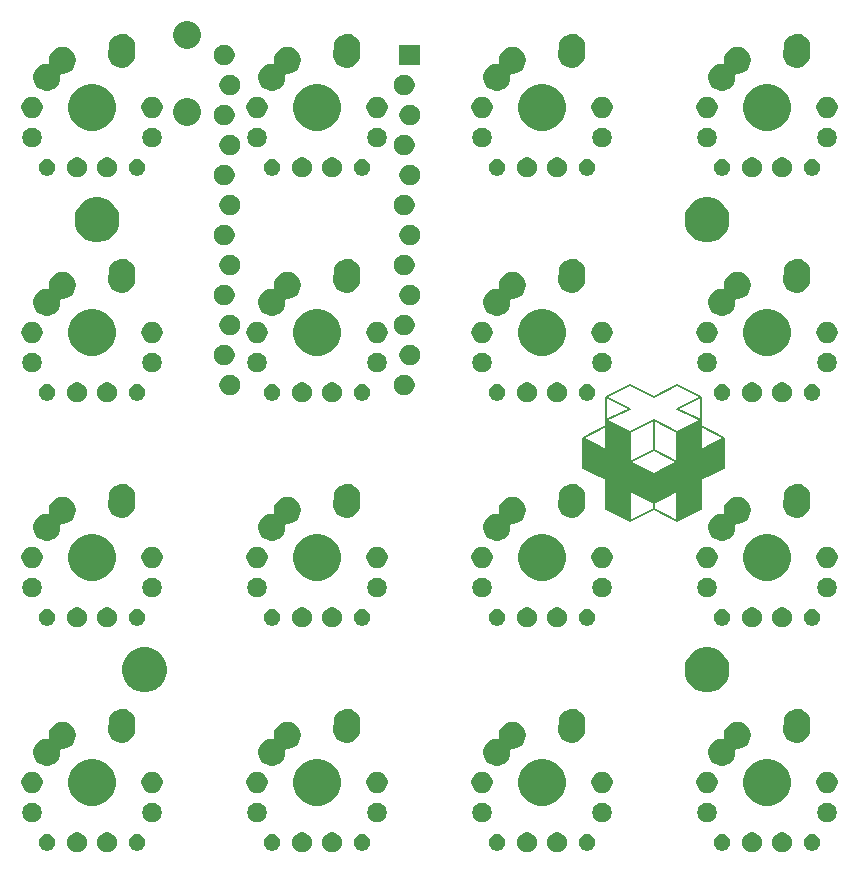
<source format=gts>
G04 #@! TF.GenerationSoftware,KiCad,Pcbnew,(5.0.1)-3*
G04 #@! TF.CreationDate,2020-04-26T21:35:37+05:00*
G04 #@! TF.ProjectId,amoeba-4x4-keypad,616D6F6562612D3478342D6B65797061,rev?*
G04 #@! TF.SameCoordinates,Original*
G04 #@! TF.FileFunction,Soldermask,Top*
G04 #@! TF.FilePolarity,Negative*
%FSLAX46Y46*%
G04 Gerber Fmt 4.6, Leading zero omitted, Abs format (unit mm)*
G04 Created by KiCad (PCBNEW (5.0.1)-3) date 26.04.2020 21:35:37*
%MOMM*%
%LPD*%
G01*
G04 APERTURE LIST*
%ADD10C,2.400000*%
%ADD11C,0.150000*%
G04 APERTURE END LIST*
D10*
X256973000Y-110850000D02*
X256973000Y-110850000D01*
X256973000Y-104350000D02*
X256973000Y-104350000D01*
D11*
G04 #@! TO.C,REF\002A\002A*
G36*
X290470000Y-138490000D02*
X290470000Y-140990000D01*
X292470000Y-141990000D01*
X292470000Y-144490000D01*
X294470000Y-145490000D01*
X294470000Y-142990000D01*
X296470000Y-143990000D01*
X298470000Y-142990000D01*
X298470000Y-145490000D01*
X300470000Y-144490000D01*
X300470000Y-141990000D01*
X302470000Y-140990000D01*
X302470000Y-138490000D01*
X300470000Y-139490000D01*
X300470000Y-136990000D01*
X298470000Y-137990000D01*
X298470000Y-140490000D01*
X296470000Y-141490000D01*
X294470000Y-140490000D01*
X294470000Y-137990000D01*
X292470000Y-136990000D01*
X292470000Y-139490000D01*
X290470000Y-138490000D01*
G37*
X290470000Y-138490000D02*
X290470000Y-140990000D01*
X292470000Y-141990000D01*
X292470000Y-144490000D01*
X294470000Y-145490000D01*
X294470000Y-142990000D01*
X296470000Y-143990000D01*
X298470000Y-142990000D01*
X298470000Y-145490000D01*
X300470000Y-144490000D01*
X300470000Y-141990000D01*
X302470000Y-140990000D01*
X302470000Y-138490000D01*
X300470000Y-139490000D01*
X300470000Y-136990000D01*
X298470000Y-137990000D01*
X298470000Y-140490000D01*
X296470000Y-141490000D01*
X294470000Y-140490000D01*
X294470000Y-137990000D01*
X292470000Y-136990000D01*
X292470000Y-139490000D01*
X290470000Y-138490000D01*
X302470000Y-138490000D02*
X300470000Y-137490000D01*
X300470000Y-134990000D02*
X300470000Y-136990000D01*
X292470000Y-134990000D02*
X292470000Y-136990000D01*
X290470000Y-138490000D02*
X292470000Y-137490000D01*
X298470000Y-135990000D02*
X300470000Y-136990000D01*
X300470000Y-134990000D02*
X298470000Y-135990000D01*
X298470000Y-133990000D02*
X300470000Y-134990000D01*
X296470000Y-134990000D02*
X298470000Y-133990000D01*
X294470000Y-133990000D02*
X296470000Y-134990000D01*
X292470000Y-134990000D02*
X294470000Y-133990000D01*
X294470000Y-135990000D02*
X292470000Y-134990000D01*
X292470000Y-136990000D02*
X294470000Y-135990000D01*
X296470000Y-144490000D02*
X296470000Y-143990000D01*
X298470000Y-145490000D02*
X296470000Y-144490000D01*
X296470000Y-144490000D02*
X298470000Y-145490000D01*
X294470000Y-145490000D02*
X296470000Y-144490000D01*
X296470000Y-143990000D02*
X294470000Y-142990000D01*
X294470000Y-145490000D02*
X294470000Y-142990000D01*
X292470000Y-144490000D02*
X294470000Y-145490000D01*
X292470000Y-141990000D02*
X292470000Y-144490000D01*
X290470000Y-140990000D02*
X292470000Y-141990000D01*
X290470000Y-138490000D02*
X290470000Y-140990000D01*
X292470000Y-139490000D02*
X290470000Y-138490000D01*
X292470000Y-136990000D02*
X292470000Y-139490000D01*
X294470000Y-137990000D02*
X292470000Y-136990000D01*
X296470000Y-136990000D02*
X296470000Y-139490000D01*
X296470000Y-139490000D02*
X298470000Y-140490000D01*
X294470000Y-140490000D02*
X296470000Y-139490000D01*
X296470000Y-136990000D02*
X298470000Y-137990000D01*
X294470000Y-137990000D02*
X296470000Y-136990000D01*
X294470000Y-140490000D02*
X294470000Y-137990000D01*
X296470000Y-141490000D02*
X294470000Y-140490000D01*
X296470000Y-141490000D02*
X298470000Y-140490000D01*
X296470000Y-143990000D02*
X296470000Y-141490000D01*
X298470000Y-142990000D02*
X296470000Y-143990000D01*
X298470000Y-145490000D02*
X298470000Y-142990000D01*
X300470000Y-144490000D02*
X298470000Y-145490000D01*
X300470000Y-141990000D02*
X300470000Y-144490000D01*
X302470000Y-140990000D02*
X300470000Y-141990000D01*
X302470000Y-138490000D02*
X302470000Y-140990000D01*
X300470000Y-139490000D02*
X302470000Y-138490000D01*
X300470000Y-136990000D02*
X300470000Y-139490000D01*
X298470000Y-137990000D02*
X300470000Y-136990000D01*
X298470000Y-137990000D02*
X298470000Y-140490000D01*
G36*
X266944494Y-171914011D02*
X267097037Y-171977196D01*
X267234325Y-172068929D01*
X267351071Y-172185675D01*
X267442804Y-172322963D01*
X267505989Y-172475506D01*
X267538200Y-172637443D01*
X267538200Y-172802557D01*
X267505989Y-172964494D01*
X267442804Y-173117037D01*
X267351071Y-173254325D01*
X267234325Y-173371071D01*
X267097037Y-173462804D01*
X266944494Y-173525989D01*
X266782557Y-173558200D01*
X266617443Y-173558200D01*
X266455506Y-173525989D01*
X266302963Y-173462804D01*
X266165675Y-173371071D01*
X266048929Y-173254325D01*
X265957196Y-173117037D01*
X265894011Y-172964494D01*
X265861800Y-172802557D01*
X265861800Y-172637443D01*
X265894011Y-172475506D01*
X265957196Y-172322963D01*
X266048929Y-172185675D01*
X266165675Y-172068929D01*
X266302963Y-171977196D01*
X266455506Y-171914011D01*
X266617443Y-171881800D01*
X266782557Y-171881800D01*
X266944494Y-171914011D01*
X266944494Y-171914011D01*
G37*
G36*
X305044494Y-171914011D02*
X305197037Y-171977196D01*
X305334325Y-172068929D01*
X305451071Y-172185675D01*
X305542804Y-172322963D01*
X305605989Y-172475506D01*
X305638200Y-172637443D01*
X305638200Y-172802557D01*
X305605989Y-172964494D01*
X305542804Y-173117037D01*
X305451071Y-173254325D01*
X305334325Y-173371071D01*
X305197037Y-173462804D01*
X305044494Y-173525989D01*
X304882557Y-173558200D01*
X304717443Y-173558200D01*
X304555506Y-173525989D01*
X304402963Y-173462804D01*
X304265675Y-173371071D01*
X304148929Y-173254325D01*
X304057196Y-173117037D01*
X303994011Y-172964494D01*
X303961800Y-172802557D01*
X303961800Y-172637443D01*
X303994011Y-172475506D01*
X304057196Y-172322963D01*
X304148929Y-172185675D01*
X304265675Y-172068929D01*
X304402963Y-171977196D01*
X304555506Y-171914011D01*
X304717443Y-171881800D01*
X304882557Y-171881800D01*
X305044494Y-171914011D01*
X305044494Y-171914011D01*
G37*
G36*
X247894494Y-171914011D02*
X248047037Y-171977196D01*
X248184325Y-172068929D01*
X248301071Y-172185675D01*
X248392804Y-172322963D01*
X248455989Y-172475506D01*
X248488200Y-172637443D01*
X248488200Y-172802557D01*
X248455989Y-172964494D01*
X248392804Y-173117037D01*
X248301071Y-173254325D01*
X248184325Y-173371071D01*
X248047037Y-173462804D01*
X247894494Y-173525989D01*
X247732557Y-173558200D01*
X247567443Y-173558200D01*
X247405506Y-173525989D01*
X247252963Y-173462804D01*
X247115675Y-173371071D01*
X246998929Y-173254325D01*
X246907196Y-173117037D01*
X246844011Y-172964494D01*
X246811800Y-172802557D01*
X246811800Y-172637443D01*
X246844011Y-172475506D01*
X246907196Y-172322963D01*
X246998929Y-172185675D01*
X247115675Y-172068929D01*
X247252963Y-171977196D01*
X247405506Y-171914011D01*
X247567443Y-171881800D01*
X247732557Y-171881800D01*
X247894494Y-171914011D01*
X247894494Y-171914011D01*
G37*
G36*
X250434494Y-171914011D02*
X250587037Y-171977196D01*
X250724325Y-172068929D01*
X250841071Y-172185675D01*
X250932804Y-172322963D01*
X250995989Y-172475506D01*
X251028200Y-172637443D01*
X251028200Y-172802557D01*
X250995989Y-172964494D01*
X250932804Y-173117037D01*
X250841071Y-173254325D01*
X250724325Y-173371071D01*
X250587037Y-173462804D01*
X250434494Y-173525989D01*
X250272557Y-173558200D01*
X250107443Y-173558200D01*
X249945506Y-173525989D01*
X249792963Y-173462804D01*
X249655675Y-173371071D01*
X249538929Y-173254325D01*
X249447196Y-173117037D01*
X249384011Y-172964494D01*
X249351800Y-172802557D01*
X249351800Y-172637443D01*
X249384011Y-172475506D01*
X249447196Y-172322963D01*
X249538929Y-172185675D01*
X249655675Y-172068929D01*
X249792963Y-171977196D01*
X249945506Y-171914011D01*
X250107443Y-171881800D01*
X250272557Y-171881800D01*
X250434494Y-171914011D01*
X250434494Y-171914011D01*
G37*
G36*
X288534494Y-171914011D02*
X288687037Y-171977196D01*
X288824325Y-172068929D01*
X288941071Y-172185675D01*
X289032804Y-172322963D01*
X289095989Y-172475506D01*
X289128200Y-172637443D01*
X289128200Y-172802557D01*
X289095989Y-172964494D01*
X289032804Y-173117037D01*
X288941071Y-173254325D01*
X288824325Y-173371071D01*
X288687037Y-173462804D01*
X288534494Y-173525989D01*
X288372557Y-173558200D01*
X288207443Y-173558200D01*
X288045506Y-173525989D01*
X287892963Y-173462804D01*
X287755675Y-173371071D01*
X287638929Y-173254325D01*
X287547196Y-173117037D01*
X287484011Y-172964494D01*
X287451800Y-172802557D01*
X287451800Y-172637443D01*
X287484011Y-172475506D01*
X287547196Y-172322963D01*
X287638929Y-172185675D01*
X287755675Y-172068929D01*
X287892963Y-171977196D01*
X288045506Y-171914011D01*
X288207443Y-171881800D01*
X288372557Y-171881800D01*
X288534494Y-171914011D01*
X288534494Y-171914011D01*
G37*
G36*
X307584494Y-171914011D02*
X307737037Y-171977196D01*
X307874325Y-172068929D01*
X307991071Y-172185675D01*
X308082804Y-172322963D01*
X308145989Y-172475506D01*
X308178200Y-172637443D01*
X308178200Y-172802557D01*
X308145989Y-172964494D01*
X308082804Y-173117037D01*
X307991071Y-173254325D01*
X307874325Y-173371071D01*
X307737037Y-173462804D01*
X307584494Y-173525989D01*
X307422557Y-173558200D01*
X307257443Y-173558200D01*
X307095506Y-173525989D01*
X306942963Y-173462804D01*
X306805675Y-173371071D01*
X306688929Y-173254325D01*
X306597196Y-173117037D01*
X306534011Y-172964494D01*
X306501800Y-172802557D01*
X306501800Y-172637443D01*
X306534011Y-172475506D01*
X306597196Y-172322963D01*
X306688929Y-172185675D01*
X306805675Y-172068929D01*
X306942963Y-171977196D01*
X307095506Y-171914011D01*
X307257443Y-171881800D01*
X307422557Y-171881800D01*
X307584494Y-171914011D01*
X307584494Y-171914011D01*
G37*
G36*
X269484494Y-171914011D02*
X269637037Y-171977196D01*
X269774325Y-172068929D01*
X269891071Y-172185675D01*
X269982804Y-172322963D01*
X270045989Y-172475506D01*
X270078200Y-172637443D01*
X270078200Y-172802557D01*
X270045989Y-172964494D01*
X269982804Y-173117037D01*
X269891071Y-173254325D01*
X269774325Y-173371071D01*
X269637037Y-173462804D01*
X269484494Y-173525989D01*
X269322557Y-173558200D01*
X269157443Y-173558200D01*
X268995506Y-173525989D01*
X268842963Y-173462804D01*
X268705675Y-173371071D01*
X268588929Y-173254325D01*
X268497196Y-173117037D01*
X268434011Y-172964494D01*
X268401800Y-172802557D01*
X268401800Y-172637443D01*
X268434011Y-172475506D01*
X268497196Y-172322963D01*
X268588929Y-172185675D01*
X268705675Y-172068929D01*
X268842963Y-171977196D01*
X268995506Y-171914011D01*
X269157443Y-171881800D01*
X269322557Y-171881800D01*
X269484494Y-171914011D01*
X269484494Y-171914011D01*
G37*
G36*
X285994494Y-171914011D02*
X286147037Y-171977196D01*
X286284325Y-172068929D01*
X286401071Y-172185675D01*
X286492804Y-172322963D01*
X286555989Y-172475506D01*
X286588200Y-172637443D01*
X286588200Y-172802557D01*
X286555989Y-172964494D01*
X286492804Y-173117037D01*
X286401071Y-173254325D01*
X286284325Y-173371071D01*
X286147037Y-173462804D01*
X285994494Y-173525989D01*
X285832557Y-173558200D01*
X285667443Y-173558200D01*
X285505506Y-173525989D01*
X285352963Y-173462804D01*
X285215675Y-173371071D01*
X285098929Y-173254325D01*
X285007196Y-173117037D01*
X284944011Y-172964494D01*
X284911800Y-172802557D01*
X284911800Y-172637443D01*
X284944011Y-172475506D01*
X285007196Y-172322963D01*
X285098929Y-172185675D01*
X285215675Y-172068929D01*
X285352963Y-171977196D01*
X285505506Y-171914011D01*
X285667443Y-171881800D01*
X285832557Y-171881800D01*
X285994494Y-171914011D01*
X285994494Y-171914011D01*
G37*
G36*
X271983745Y-172048342D02*
X272110863Y-172100996D01*
X272225271Y-172177441D01*
X272322559Y-172274729D01*
X272399004Y-172389137D01*
X272451658Y-172516255D01*
X272478500Y-172651202D01*
X272478500Y-172788798D01*
X272451658Y-172923745D01*
X272399004Y-173050863D01*
X272322559Y-173165271D01*
X272225271Y-173262559D01*
X272110863Y-173339004D01*
X271983745Y-173391658D01*
X271848798Y-173418500D01*
X271711202Y-173418500D01*
X271576255Y-173391658D01*
X271449137Y-173339004D01*
X271334729Y-173262559D01*
X271237441Y-173165271D01*
X271160996Y-173050863D01*
X271108342Y-172923745D01*
X271081500Y-172788798D01*
X271081500Y-172651202D01*
X271108342Y-172516255D01*
X271160996Y-172389137D01*
X271237441Y-172274729D01*
X271334729Y-172177441D01*
X271449137Y-172100996D01*
X271576255Y-172048342D01*
X271711202Y-172021500D01*
X271848798Y-172021500D01*
X271983745Y-172048342D01*
X271983745Y-172048342D01*
G37*
G36*
X264363745Y-172048342D02*
X264490863Y-172100996D01*
X264605271Y-172177441D01*
X264702559Y-172274729D01*
X264779004Y-172389137D01*
X264831658Y-172516255D01*
X264858500Y-172651202D01*
X264858500Y-172788798D01*
X264831658Y-172923745D01*
X264779004Y-173050863D01*
X264702559Y-173165271D01*
X264605271Y-173262559D01*
X264490863Y-173339004D01*
X264363745Y-173391658D01*
X264228798Y-173418500D01*
X264091202Y-173418500D01*
X263956255Y-173391658D01*
X263829137Y-173339004D01*
X263714729Y-173262559D01*
X263617441Y-173165271D01*
X263540996Y-173050863D01*
X263488342Y-172923745D01*
X263461500Y-172788798D01*
X263461500Y-172651202D01*
X263488342Y-172516255D01*
X263540996Y-172389137D01*
X263617441Y-172274729D01*
X263714729Y-172177441D01*
X263829137Y-172100996D01*
X263956255Y-172048342D01*
X264091202Y-172021500D01*
X264228798Y-172021500D01*
X264363745Y-172048342D01*
X264363745Y-172048342D01*
G37*
G36*
X245313745Y-172048342D02*
X245440863Y-172100996D01*
X245555271Y-172177441D01*
X245652559Y-172274729D01*
X245729004Y-172389137D01*
X245781658Y-172516255D01*
X245808500Y-172651202D01*
X245808500Y-172788798D01*
X245781658Y-172923745D01*
X245729004Y-173050863D01*
X245652559Y-173165271D01*
X245555271Y-173262559D01*
X245440863Y-173339004D01*
X245313745Y-173391658D01*
X245178798Y-173418500D01*
X245041202Y-173418500D01*
X244906255Y-173391658D01*
X244779137Y-173339004D01*
X244664729Y-173262559D01*
X244567441Y-173165271D01*
X244490996Y-173050863D01*
X244438342Y-172923745D01*
X244411500Y-172788798D01*
X244411500Y-172651202D01*
X244438342Y-172516255D01*
X244490996Y-172389137D01*
X244567441Y-172274729D01*
X244664729Y-172177441D01*
X244779137Y-172100996D01*
X244906255Y-172048342D01*
X245041202Y-172021500D01*
X245178798Y-172021500D01*
X245313745Y-172048342D01*
X245313745Y-172048342D01*
G37*
G36*
X252933745Y-172048342D02*
X253060863Y-172100996D01*
X253175271Y-172177441D01*
X253272559Y-172274729D01*
X253349004Y-172389137D01*
X253401658Y-172516255D01*
X253428500Y-172651202D01*
X253428500Y-172788798D01*
X253401658Y-172923745D01*
X253349004Y-173050863D01*
X253272559Y-173165271D01*
X253175271Y-173262559D01*
X253060863Y-173339004D01*
X252933745Y-173391658D01*
X252798798Y-173418500D01*
X252661202Y-173418500D01*
X252526255Y-173391658D01*
X252399137Y-173339004D01*
X252284729Y-173262559D01*
X252187441Y-173165271D01*
X252110996Y-173050863D01*
X252058342Y-172923745D01*
X252031500Y-172788798D01*
X252031500Y-172651202D01*
X252058342Y-172516255D01*
X252110996Y-172389137D01*
X252187441Y-172274729D01*
X252284729Y-172177441D01*
X252399137Y-172100996D01*
X252526255Y-172048342D01*
X252661202Y-172021500D01*
X252798798Y-172021500D01*
X252933745Y-172048342D01*
X252933745Y-172048342D01*
G37*
G36*
X291033745Y-172048342D02*
X291160863Y-172100996D01*
X291275271Y-172177441D01*
X291372559Y-172274729D01*
X291449004Y-172389137D01*
X291501658Y-172516255D01*
X291528500Y-172651202D01*
X291528500Y-172788798D01*
X291501658Y-172923745D01*
X291449004Y-173050863D01*
X291372559Y-173165271D01*
X291275271Y-173262559D01*
X291160863Y-173339004D01*
X291033745Y-173391658D01*
X290898798Y-173418500D01*
X290761202Y-173418500D01*
X290626255Y-173391658D01*
X290499137Y-173339004D01*
X290384729Y-173262559D01*
X290287441Y-173165271D01*
X290210996Y-173050863D01*
X290158342Y-172923745D01*
X290131500Y-172788798D01*
X290131500Y-172651202D01*
X290158342Y-172516255D01*
X290210996Y-172389137D01*
X290287441Y-172274729D01*
X290384729Y-172177441D01*
X290499137Y-172100996D01*
X290626255Y-172048342D01*
X290761202Y-172021500D01*
X290898798Y-172021500D01*
X291033745Y-172048342D01*
X291033745Y-172048342D01*
G37*
G36*
X310083745Y-172048342D02*
X310210863Y-172100996D01*
X310325271Y-172177441D01*
X310422559Y-172274729D01*
X310499004Y-172389137D01*
X310551658Y-172516255D01*
X310578500Y-172651202D01*
X310578500Y-172788798D01*
X310551658Y-172923745D01*
X310499004Y-173050863D01*
X310422559Y-173165271D01*
X310325271Y-173262559D01*
X310210863Y-173339004D01*
X310083745Y-173391658D01*
X309948798Y-173418500D01*
X309811202Y-173418500D01*
X309676255Y-173391658D01*
X309549137Y-173339004D01*
X309434729Y-173262559D01*
X309337441Y-173165271D01*
X309260996Y-173050863D01*
X309208342Y-172923745D01*
X309181500Y-172788798D01*
X309181500Y-172651202D01*
X309208342Y-172516255D01*
X309260996Y-172389137D01*
X309337441Y-172274729D01*
X309434729Y-172177441D01*
X309549137Y-172100996D01*
X309676255Y-172048342D01*
X309811202Y-172021500D01*
X309948798Y-172021500D01*
X310083745Y-172048342D01*
X310083745Y-172048342D01*
G37*
G36*
X302463745Y-172048342D02*
X302590863Y-172100996D01*
X302705271Y-172177441D01*
X302802559Y-172274729D01*
X302879004Y-172389137D01*
X302931658Y-172516255D01*
X302958500Y-172651202D01*
X302958500Y-172788798D01*
X302931658Y-172923745D01*
X302879004Y-173050863D01*
X302802559Y-173165271D01*
X302705271Y-173262559D01*
X302590863Y-173339004D01*
X302463745Y-173391658D01*
X302328798Y-173418500D01*
X302191202Y-173418500D01*
X302056255Y-173391658D01*
X301929137Y-173339004D01*
X301814729Y-173262559D01*
X301717441Y-173165271D01*
X301640996Y-173050863D01*
X301588342Y-172923745D01*
X301561500Y-172788798D01*
X301561500Y-172651202D01*
X301588342Y-172516255D01*
X301640996Y-172389137D01*
X301717441Y-172274729D01*
X301814729Y-172177441D01*
X301929137Y-172100996D01*
X302056255Y-172048342D01*
X302191202Y-172021500D01*
X302328798Y-172021500D01*
X302463745Y-172048342D01*
X302463745Y-172048342D01*
G37*
G36*
X283413745Y-172048342D02*
X283540863Y-172100996D01*
X283655271Y-172177441D01*
X283752559Y-172274729D01*
X283829004Y-172389137D01*
X283881658Y-172516255D01*
X283908500Y-172651202D01*
X283908500Y-172788798D01*
X283881658Y-172923745D01*
X283829004Y-173050863D01*
X283752559Y-173165271D01*
X283655271Y-173262559D01*
X283540863Y-173339004D01*
X283413745Y-173391658D01*
X283278798Y-173418500D01*
X283141202Y-173418500D01*
X283006255Y-173391658D01*
X282879137Y-173339004D01*
X282764729Y-173262559D01*
X282667441Y-173165271D01*
X282590996Y-173050863D01*
X282538342Y-172923745D01*
X282511500Y-172788798D01*
X282511500Y-172651202D01*
X282538342Y-172516255D01*
X282590996Y-172389137D01*
X282667441Y-172274729D01*
X282764729Y-172177441D01*
X282879137Y-172100996D01*
X283006255Y-172048342D01*
X283141202Y-172021500D01*
X283278798Y-172021500D01*
X283413745Y-172048342D01*
X283413745Y-172048342D01*
G37*
G36*
X244080787Y-169386223D02*
X244231022Y-169448452D01*
X244366228Y-169538794D01*
X244481206Y-169653772D01*
X244571548Y-169788978D01*
X244633777Y-169939213D01*
X244665500Y-170098694D01*
X244665500Y-170261306D01*
X244633777Y-170420787D01*
X244571548Y-170571022D01*
X244481206Y-170706228D01*
X244366228Y-170821206D01*
X244231022Y-170911548D01*
X244080787Y-170973777D01*
X243921306Y-171005500D01*
X243758694Y-171005500D01*
X243599213Y-170973777D01*
X243448978Y-170911548D01*
X243313772Y-170821206D01*
X243198794Y-170706228D01*
X243108452Y-170571022D01*
X243046223Y-170420787D01*
X243014500Y-170261306D01*
X243014500Y-170098694D01*
X243046223Y-169939213D01*
X243108452Y-169788978D01*
X243198794Y-169653772D01*
X243313772Y-169538794D01*
X243448978Y-169448452D01*
X243599213Y-169386223D01*
X243758694Y-169354500D01*
X243921306Y-169354500D01*
X244080787Y-169386223D01*
X244080787Y-169386223D01*
G37*
G36*
X282180787Y-169386223D02*
X282331022Y-169448452D01*
X282466228Y-169538794D01*
X282581206Y-169653772D01*
X282671548Y-169788978D01*
X282733777Y-169939213D01*
X282765500Y-170098694D01*
X282765500Y-170261306D01*
X282733777Y-170420787D01*
X282671548Y-170571022D01*
X282581206Y-170706228D01*
X282466228Y-170821206D01*
X282331022Y-170911548D01*
X282180787Y-170973777D01*
X282021306Y-171005500D01*
X281858694Y-171005500D01*
X281699213Y-170973777D01*
X281548978Y-170911548D01*
X281413772Y-170821206D01*
X281298794Y-170706228D01*
X281208452Y-170571022D01*
X281146223Y-170420787D01*
X281114500Y-170261306D01*
X281114500Y-170098694D01*
X281146223Y-169939213D01*
X281208452Y-169788978D01*
X281298794Y-169653772D01*
X281413772Y-169538794D01*
X281548978Y-169448452D01*
X281699213Y-169386223D01*
X281858694Y-169354500D01*
X282021306Y-169354500D01*
X282180787Y-169386223D01*
X282180787Y-169386223D01*
G37*
G36*
X292340787Y-169386223D02*
X292491022Y-169448452D01*
X292626228Y-169538794D01*
X292741206Y-169653772D01*
X292831548Y-169788978D01*
X292893777Y-169939213D01*
X292925500Y-170098694D01*
X292925500Y-170261306D01*
X292893777Y-170420787D01*
X292831548Y-170571022D01*
X292741206Y-170706228D01*
X292626228Y-170821206D01*
X292491022Y-170911548D01*
X292340787Y-170973777D01*
X292181306Y-171005500D01*
X292018694Y-171005500D01*
X291859213Y-170973777D01*
X291708978Y-170911548D01*
X291573772Y-170821206D01*
X291458794Y-170706228D01*
X291368452Y-170571022D01*
X291306223Y-170420787D01*
X291274500Y-170261306D01*
X291274500Y-170098694D01*
X291306223Y-169939213D01*
X291368452Y-169788978D01*
X291458794Y-169653772D01*
X291573772Y-169538794D01*
X291708978Y-169448452D01*
X291859213Y-169386223D01*
X292018694Y-169354500D01*
X292181306Y-169354500D01*
X292340787Y-169386223D01*
X292340787Y-169386223D01*
G37*
G36*
X273290787Y-169386223D02*
X273441022Y-169448452D01*
X273576228Y-169538794D01*
X273691206Y-169653772D01*
X273781548Y-169788978D01*
X273843777Y-169939213D01*
X273875500Y-170098694D01*
X273875500Y-170261306D01*
X273843777Y-170420787D01*
X273781548Y-170571022D01*
X273691206Y-170706228D01*
X273576228Y-170821206D01*
X273441022Y-170911548D01*
X273290787Y-170973777D01*
X273131306Y-171005500D01*
X272968694Y-171005500D01*
X272809213Y-170973777D01*
X272658978Y-170911548D01*
X272523772Y-170821206D01*
X272408794Y-170706228D01*
X272318452Y-170571022D01*
X272256223Y-170420787D01*
X272224500Y-170261306D01*
X272224500Y-170098694D01*
X272256223Y-169939213D01*
X272318452Y-169788978D01*
X272408794Y-169653772D01*
X272523772Y-169538794D01*
X272658978Y-169448452D01*
X272809213Y-169386223D01*
X272968694Y-169354500D01*
X273131306Y-169354500D01*
X273290787Y-169386223D01*
X273290787Y-169386223D01*
G37*
G36*
X263130787Y-169386223D02*
X263281022Y-169448452D01*
X263416228Y-169538794D01*
X263531206Y-169653772D01*
X263621548Y-169788978D01*
X263683777Y-169939213D01*
X263715500Y-170098694D01*
X263715500Y-170261306D01*
X263683777Y-170420787D01*
X263621548Y-170571022D01*
X263531206Y-170706228D01*
X263416228Y-170821206D01*
X263281022Y-170911548D01*
X263130787Y-170973777D01*
X262971306Y-171005500D01*
X262808694Y-171005500D01*
X262649213Y-170973777D01*
X262498978Y-170911548D01*
X262363772Y-170821206D01*
X262248794Y-170706228D01*
X262158452Y-170571022D01*
X262096223Y-170420787D01*
X262064500Y-170261306D01*
X262064500Y-170098694D01*
X262096223Y-169939213D01*
X262158452Y-169788978D01*
X262248794Y-169653772D01*
X262363772Y-169538794D01*
X262498978Y-169448452D01*
X262649213Y-169386223D01*
X262808694Y-169354500D01*
X262971306Y-169354500D01*
X263130787Y-169386223D01*
X263130787Y-169386223D01*
G37*
G36*
X301230787Y-169386223D02*
X301381022Y-169448452D01*
X301516228Y-169538794D01*
X301631206Y-169653772D01*
X301721548Y-169788978D01*
X301783777Y-169939213D01*
X301815500Y-170098694D01*
X301815500Y-170261306D01*
X301783777Y-170420787D01*
X301721548Y-170571022D01*
X301631206Y-170706228D01*
X301516228Y-170821206D01*
X301381022Y-170911548D01*
X301230787Y-170973777D01*
X301071306Y-171005500D01*
X300908694Y-171005500D01*
X300749213Y-170973777D01*
X300598978Y-170911548D01*
X300463772Y-170821206D01*
X300348794Y-170706228D01*
X300258452Y-170571022D01*
X300196223Y-170420787D01*
X300164500Y-170261306D01*
X300164500Y-170098694D01*
X300196223Y-169939213D01*
X300258452Y-169788978D01*
X300348794Y-169653772D01*
X300463772Y-169538794D01*
X300598978Y-169448452D01*
X300749213Y-169386223D01*
X300908694Y-169354500D01*
X301071306Y-169354500D01*
X301230787Y-169386223D01*
X301230787Y-169386223D01*
G37*
G36*
X311390787Y-169386223D02*
X311541022Y-169448452D01*
X311676228Y-169538794D01*
X311791206Y-169653772D01*
X311881548Y-169788978D01*
X311943777Y-169939213D01*
X311975500Y-170098694D01*
X311975500Y-170261306D01*
X311943777Y-170420787D01*
X311881548Y-170571022D01*
X311791206Y-170706228D01*
X311676228Y-170821206D01*
X311541022Y-170911548D01*
X311390787Y-170973777D01*
X311231306Y-171005500D01*
X311068694Y-171005500D01*
X310909213Y-170973777D01*
X310758978Y-170911548D01*
X310623772Y-170821206D01*
X310508794Y-170706228D01*
X310418452Y-170571022D01*
X310356223Y-170420787D01*
X310324500Y-170261306D01*
X310324500Y-170098694D01*
X310356223Y-169939213D01*
X310418452Y-169788978D01*
X310508794Y-169653772D01*
X310623772Y-169538794D01*
X310758978Y-169448452D01*
X310909213Y-169386223D01*
X311068694Y-169354500D01*
X311231306Y-169354500D01*
X311390787Y-169386223D01*
X311390787Y-169386223D01*
G37*
G36*
X254240787Y-169386223D02*
X254391022Y-169448452D01*
X254526228Y-169538794D01*
X254641206Y-169653772D01*
X254731548Y-169788978D01*
X254793777Y-169939213D01*
X254825500Y-170098694D01*
X254825500Y-170261306D01*
X254793777Y-170420787D01*
X254731548Y-170571022D01*
X254641206Y-170706228D01*
X254526228Y-170821206D01*
X254391022Y-170911548D01*
X254240787Y-170973777D01*
X254081306Y-171005500D01*
X253918694Y-171005500D01*
X253759213Y-170973777D01*
X253608978Y-170911548D01*
X253473772Y-170821206D01*
X253358794Y-170706228D01*
X253268452Y-170571022D01*
X253206223Y-170420787D01*
X253174500Y-170261306D01*
X253174500Y-170098694D01*
X253206223Y-169939213D01*
X253268452Y-169788978D01*
X253358794Y-169653772D01*
X253473772Y-169538794D01*
X253608978Y-169448452D01*
X253759213Y-169386223D01*
X253918694Y-169354500D01*
X254081306Y-169354500D01*
X254240787Y-169386223D01*
X254240787Y-169386223D01*
G37*
G36*
X249501599Y-165722724D02*
X249864466Y-165873028D01*
X250191037Y-166091236D01*
X250468764Y-166368963D01*
X250686972Y-166695534D01*
X250837276Y-167058401D01*
X250913900Y-167443618D01*
X250913900Y-167836382D01*
X250837276Y-168221599D01*
X250686972Y-168584466D01*
X250468764Y-168911037D01*
X250191037Y-169188764D01*
X249864466Y-169406972D01*
X249501599Y-169557276D01*
X249116382Y-169633900D01*
X248723618Y-169633900D01*
X248338401Y-169557276D01*
X247975534Y-169406972D01*
X247648963Y-169188764D01*
X247371236Y-168911037D01*
X247153028Y-168584466D01*
X247002724Y-168221599D01*
X246926100Y-167836382D01*
X246926100Y-167443618D01*
X247002724Y-167058401D01*
X247153028Y-166695534D01*
X247371236Y-166368963D01*
X247648963Y-166091236D01*
X247975534Y-165873028D01*
X248338401Y-165722724D01*
X248723618Y-165646100D01*
X249116382Y-165646100D01*
X249501599Y-165722724D01*
X249501599Y-165722724D01*
G37*
G36*
X268551599Y-165722724D02*
X268914466Y-165873028D01*
X269241037Y-166091236D01*
X269518764Y-166368963D01*
X269736972Y-166695534D01*
X269887276Y-167058401D01*
X269963900Y-167443618D01*
X269963900Y-167836382D01*
X269887276Y-168221599D01*
X269736972Y-168584466D01*
X269518764Y-168911037D01*
X269241037Y-169188764D01*
X268914466Y-169406972D01*
X268551599Y-169557276D01*
X268166382Y-169633900D01*
X267773618Y-169633900D01*
X267388401Y-169557276D01*
X267025534Y-169406972D01*
X266698963Y-169188764D01*
X266421236Y-168911037D01*
X266203028Y-168584466D01*
X266052724Y-168221599D01*
X265976100Y-167836382D01*
X265976100Y-167443618D01*
X266052724Y-167058401D01*
X266203028Y-166695534D01*
X266421236Y-166368963D01*
X266698963Y-166091236D01*
X267025534Y-165873028D01*
X267388401Y-165722724D01*
X267773618Y-165646100D01*
X268166382Y-165646100D01*
X268551599Y-165722724D01*
X268551599Y-165722724D01*
G37*
G36*
X287601599Y-165722724D02*
X287964466Y-165873028D01*
X288291037Y-166091236D01*
X288568764Y-166368963D01*
X288786972Y-166695534D01*
X288937276Y-167058401D01*
X289013900Y-167443618D01*
X289013900Y-167836382D01*
X288937276Y-168221599D01*
X288786972Y-168584466D01*
X288568764Y-168911037D01*
X288291037Y-169188764D01*
X287964466Y-169406972D01*
X287601599Y-169557276D01*
X287216382Y-169633900D01*
X286823618Y-169633900D01*
X286438401Y-169557276D01*
X286075534Y-169406972D01*
X285748963Y-169188764D01*
X285471236Y-168911037D01*
X285253028Y-168584466D01*
X285102724Y-168221599D01*
X285026100Y-167836382D01*
X285026100Y-167443618D01*
X285102724Y-167058401D01*
X285253028Y-166695534D01*
X285471236Y-166368963D01*
X285748963Y-166091236D01*
X286075534Y-165873028D01*
X286438401Y-165722724D01*
X286823618Y-165646100D01*
X287216382Y-165646100D01*
X287601599Y-165722724D01*
X287601599Y-165722724D01*
G37*
G36*
X306651599Y-165722724D02*
X307014466Y-165873028D01*
X307341037Y-166091236D01*
X307618764Y-166368963D01*
X307836972Y-166695534D01*
X307987276Y-167058401D01*
X308063900Y-167443618D01*
X308063900Y-167836382D01*
X307987276Y-168221599D01*
X307836972Y-168584466D01*
X307618764Y-168911037D01*
X307341037Y-169188764D01*
X307014466Y-169406972D01*
X306651599Y-169557276D01*
X306266382Y-169633900D01*
X305873618Y-169633900D01*
X305488401Y-169557276D01*
X305125534Y-169406972D01*
X304798963Y-169188764D01*
X304521236Y-168911037D01*
X304303028Y-168584466D01*
X304152724Y-168221599D01*
X304076100Y-167836382D01*
X304076100Y-167443618D01*
X304152724Y-167058401D01*
X304303028Y-166695534D01*
X304521236Y-166368963D01*
X304798963Y-166091236D01*
X305125534Y-165873028D01*
X305488401Y-165722724D01*
X305873618Y-165646100D01*
X306266382Y-165646100D01*
X306651599Y-165722724D01*
X306651599Y-165722724D01*
G37*
G36*
X292275757Y-166756410D02*
X292362783Y-166773721D01*
X292410803Y-166793612D01*
X292526736Y-166841632D01*
X292674293Y-166940227D01*
X292799773Y-167065707D01*
X292898368Y-167213264D01*
X292966279Y-167377218D01*
X293000900Y-167551268D01*
X293000900Y-167728732D01*
X292966279Y-167902782D01*
X292898368Y-168066736D01*
X292799773Y-168214293D01*
X292674293Y-168339773D01*
X292526736Y-168438368D01*
X292410803Y-168486388D01*
X292362783Y-168506279D01*
X292275757Y-168523589D01*
X292188732Y-168540900D01*
X292011268Y-168540900D01*
X291924243Y-168523590D01*
X291837217Y-168506279D01*
X291789197Y-168486388D01*
X291673264Y-168438368D01*
X291525707Y-168339773D01*
X291400227Y-168214293D01*
X291301632Y-168066736D01*
X291233721Y-167902782D01*
X291199100Y-167728732D01*
X291199100Y-167551268D01*
X291233721Y-167377218D01*
X291301632Y-167213264D01*
X291400227Y-167065707D01*
X291525707Y-166940227D01*
X291673264Y-166841632D01*
X291789197Y-166793612D01*
X291837217Y-166773721D01*
X291924243Y-166756410D01*
X292011268Y-166739100D01*
X292188732Y-166739100D01*
X292275757Y-166756410D01*
X292275757Y-166756410D01*
G37*
G36*
X273225757Y-166756410D02*
X273312783Y-166773721D01*
X273360803Y-166793612D01*
X273476736Y-166841632D01*
X273624293Y-166940227D01*
X273749773Y-167065707D01*
X273848368Y-167213264D01*
X273916279Y-167377218D01*
X273950900Y-167551268D01*
X273950900Y-167728732D01*
X273916279Y-167902782D01*
X273848368Y-168066736D01*
X273749773Y-168214293D01*
X273624293Y-168339773D01*
X273476736Y-168438368D01*
X273360803Y-168486388D01*
X273312783Y-168506279D01*
X273225757Y-168523589D01*
X273138732Y-168540900D01*
X272961268Y-168540900D01*
X272874243Y-168523590D01*
X272787217Y-168506279D01*
X272739197Y-168486388D01*
X272623264Y-168438368D01*
X272475707Y-168339773D01*
X272350227Y-168214293D01*
X272251632Y-168066736D01*
X272183721Y-167902782D01*
X272149100Y-167728732D01*
X272149100Y-167551268D01*
X272183721Y-167377218D01*
X272251632Y-167213264D01*
X272350227Y-167065707D01*
X272475707Y-166940227D01*
X272623264Y-166841632D01*
X272739197Y-166793612D01*
X272787217Y-166773721D01*
X272874243Y-166756410D01*
X272961268Y-166739100D01*
X273138732Y-166739100D01*
X273225757Y-166756410D01*
X273225757Y-166756410D01*
G37*
G36*
X244015757Y-166756410D02*
X244102783Y-166773721D01*
X244150803Y-166793612D01*
X244266736Y-166841632D01*
X244414293Y-166940227D01*
X244539773Y-167065707D01*
X244638368Y-167213264D01*
X244706279Y-167377218D01*
X244740900Y-167551268D01*
X244740900Y-167728732D01*
X244706279Y-167902782D01*
X244638368Y-168066736D01*
X244539773Y-168214293D01*
X244414293Y-168339773D01*
X244266736Y-168438368D01*
X244150803Y-168486388D01*
X244102783Y-168506279D01*
X244015757Y-168523589D01*
X243928732Y-168540900D01*
X243751268Y-168540900D01*
X243664243Y-168523590D01*
X243577217Y-168506279D01*
X243529197Y-168486388D01*
X243413264Y-168438368D01*
X243265707Y-168339773D01*
X243140227Y-168214293D01*
X243041632Y-168066736D01*
X242973721Y-167902782D01*
X242939100Y-167728732D01*
X242939100Y-167551268D01*
X242973721Y-167377218D01*
X243041632Y-167213264D01*
X243140227Y-167065707D01*
X243265707Y-166940227D01*
X243413264Y-166841632D01*
X243529197Y-166793612D01*
X243577217Y-166773721D01*
X243664243Y-166756410D01*
X243751268Y-166739100D01*
X243928732Y-166739100D01*
X244015757Y-166756410D01*
X244015757Y-166756410D01*
G37*
G36*
X254175757Y-166756410D02*
X254262783Y-166773721D01*
X254310803Y-166793612D01*
X254426736Y-166841632D01*
X254574293Y-166940227D01*
X254699773Y-167065707D01*
X254798368Y-167213264D01*
X254866279Y-167377218D01*
X254900900Y-167551268D01*
X254900900Y-167728732D01*
X254866279Y-167902782D01*
X254798368Y-168066736D01*
X254699773Y-168214293D01*
X254574293Y-168339773D01*
X254426736Y-168438368D01*
X254310803Y-168486388D01*
X254262783Y-168506279D01*
X254175757Y-168523589D01*
X254088732Y-168540900D01*
X253911268Y-168540900D01*
X253824243Y-168523590D01*
X253737217Y-168506279D01*
X253689197Y-168486388D01*
X253573264Y-168438368D01*
X253425707Y-168339773D01*
X253300227Y-168214293D01*
X253201632Y-168066736D01*
X253133721Y-167902782D01*
X253099100Y-167728732D01*
X253099100Y-167551268D01*
X253133721Y-167377218D01*
X253201632Y-167213264D01*
X253300227Y-167065707D01*
X253425707Y-166940227D01*
X253573264Y-166841632D01*
X253689197Y-166793612D01*
X253737217Y-166773721D01*
X253824243Y-166756410D01*
X253911268Y-166739100D01*
X254088732Y-166739100D01*
X254175757Y-166756410D01*
X254175757Y-166756410D01*
G37*
G36*
X263065757Y-166756410D02*
X263152783Y-166773721D01*
X263200803Y-166793612D01*
X263316736Y-166841632D01*
X263464293Y-166940227D01*
X263589773Y-167065707D01*
X263688368Y-167213264D01*
X263756279Y-167377218D01*
X263790900Y-167551268D01*
X263790900Y-167728732D01*
X263756279Y-167902782D01*
X263688368Y-168066736D01*
X263589773Y-168214293D01*
X263464293Y-168339773D01*
X263316736Y-168438368D01*
X263200803Y-168486388D01*
X263152783Y-168506279D01*
X263065757Y-168523589D01*
X262978732Y-168540900D01*
X262801268Y-168540900D01*
X262714243Y-168523590D01*
X262627217Y-168506279D01*
X262579197Y-168486388D01*
X262463264Y-168438368D01*
X262315707Y-168339773D01*
X262190227Y-168214293D01*
X262091632Y-168066736D01*
X262023721Y-167902782D01*
X261989100Y-167728732D01*
X261989100Y-167551268D01*
X262023721Y-167377218D01*
X262091632Y-167213264D01*
X262190227Y-167065707D01*
X262315707Y-166940227D01*
X262463264Y-166841632D01*
X262579197Y-166793612D01*
X262627217Y-166773721D01*
X262714243Y-166756410D01*
X262801268Y-166739100D01*
X262978732Y-166739100D01*
X263065757Y-166756410D01*
X263065757Y-166756410D01*
G37*
G36*
X282115757Y-166756410D02*
X282202783Y-166773721D01*
X282250803Y-166793612D01*
X282366736Y-166841632D01*
X282514293Y-166940227D01*
X282639773Y-167065707D01*
X282738368Y-167213264D01*
X282806279Y-167377218D01*
X282840900Y-167551268D01*
X282840900Y-167728732D01*
X282806279Y-167902782D01*
X282738368Y-168066736D01*
X282639773Y-168214293D01*
X282514293Y-168339773D01*
X282366736Y-168438368D01*
X282250803Y-168486388D01*
X282202783Y-168506279D01*
X282115757Y-168523589D01*
X282028732Y-168540900D01*
X281851268Y-168540900D01*
X281764243Y-168523590D01*
X281677217Y-168506279D01*
X281629197Y-168486388D01*
X281513264Y-168438368D01*
X281365707Y-168339773D01*
X281240227Y-168214293D01*
X281141632Y-168066736D01*
X281073721Y-167902782D01*
X281039100Y-167728732D01*
X281039100Y-167551268D01*
X281073721Y-167377218D01*
X281141632Y-167213264D01*
X281240227Y-167065707D01*
X281365707Y-166940227D01*
X281513264Y-166841632D01*
X281629197Y-166793612D01*
X281677217Y-166773721D01*
X281764243Y-166756410D01*
X281851268Y-166739100D01*
X282028732Y-166739100D01*
X282115757Y-166756410D01*
X282115757Y-166756410D01*
G37*
G36*
X311325757Y-166756410D02*
X311412783Y-166773721D01*
X311460803Y-166793612D01*
X311576736Y-166841632D01*
X311724293Y-166940227D01*
X311849773Y-167065707D01*
X311948368Y-167213264D01*
X312016279Y-167377218D01*
X312050900Y-167551268D01*
X312050900Y-167728732D01*
X312016279Y-167902782D01*
X311948368Y-168066736D01*
X311849773Y-168214293D01*
X311724293Y-168339773D01*
X311576736Y-168438368D01*
X311460803Y-168486388D01*
X311412783Y-168506279D01*
X311325757Y-168523589D01*
X311238732Y-168540900D01*
X311061268Y-168540900D01*
X310974243Y-168523590D01*
X310887217Y-168506279D01*
X310839197Y-168486388D01*
X310723264Y-168438368D01*
X310575707Y-168339773D01*
X310450227Y-168214293D01*
X310351632Y-168066736D01*
X310283721Y-167902782D01*
X310249100Y-167728732D01*
X310249100Y-167551268D01*
X310283721Y-167377218D01*
X310351632Y-167213264D01*
X310450227Y-167065707D01*
X310575707Y-166940227D01*
X310723264Y-166841632D01*
X310839197Y-166793612D01*
X310887217Y-166773721D01*
X310974243Y-166756410D01*
X311061268Y-166739100D01*
X311238732Y-166739100D01*
X311325757Y-166756410D01*
X311325757Y-166756410D01*
G37*
G36*
X301165757Y-166756410D02*
X301252783Y-166773721D01*
X301300803Y-166793612D01*
X301416736Y-166841632D01*
X301564293Y-166940227D01*
X301689773Y-167065707D01*
X301788368Y-167213264D01*
X301856279Y-167377218D01*
X301890900Y-167551268D01*
X301890900Y-167728732D01*
X301856279Y-167902782D01*
X301788368Y-168066736D01*
X301689773Y-168214293D01*
X301564293Y-168339773D01*
X301416736Y-168438368D01*
X301300803Y-168486388D01*
X301252783Y-168506279D01*
X301165757Y-168523589D01*
X301078732Y-168540900D01*
X300901268Y-168540900D01*
X300814243Y-168523590D01*
X300727217Y-168506279D01*
X300679197Y-168486388D01*
X300563264Y-168438368D01*
X300415707Y-168339773D01*
X300290227Y-168214293D01*
X300191632Y-168066736D01*
X300123721Y-167902782D01*
X300089100Y-167728732D01*
X300089100Y-167551268D01*
X300123721Y-167377218D01*
X300191632Y-167213264D01*
X300290227Y-167065707D01*
X300415707Y-166940227D01*
X300563264Y-166841632D01*
X300679197Y-166793612D01*
X300727217Y-166773721D01*
X300814243Y-166756410D01*
X300901268Y-166739100D01*
X301078732Y-166739100D01*
X301165757Y-166756410D01*
X301165757Y-166756410D01*
G37*
G36*
X284853401Y-162540925D02*
X285061413Y-162627086D01*
X285248623Y-162752176D01*
X285407824Y-162911377D01*
X285532914Y-163098587D01*
X285619075Y-163306599D01*
X285663000Y-163527424D01*
X285663000Y-163752576D01*
X285619075Y-163973401D01*
X285532914Y-164181413D01*
X285407824Y-164368623D01*
X285248623Y-164527824D01*
X285061413Y-164652914D01*
X284853401Y-164739075D01*
X284632576Y-164783000D01*
X284464650Y-164783000D01*
X284440264Y-164785402D01*
X284416815Y-164792515D01*
X284395204Y-164804066D01*
X284376262Y-164819612D01*
X284360716Y-164838554D01*
X284349165Y-164860165D01*
X284342052Y-164883614D01*
X284339650Y-164908000D01*
X284342052Y-164932387D01*
X284353000Y-164987425D01*
X284353000Y-165212576D01*
X284309075Y-165433401D01*
X284222914Y-165641413D01*
X284097824Y-165828623D01*
X283938623Y-165987824D01*
X283751413Y-166112914D01*
X283543401Y-166199075D01*
X283322576Y-166243000D01*
X283097424Y-166243000D01*
X282876599Y-166199075D01*
X282668587Y-166112914D01*
X282481377Y-165987824D01*
X282322176Y-165828623D01*
X282197086Y-165641413D01*
X282110925Y-165433401D01*
X282067000Y-165212576D01*
X282067000Y-164987424D01*
X282110925Y-164766599D01*
X282197086Y-164558587D01*
X282322176Y-164371377D01*
X282481377Y-164212176D01*
X282668587Y-164087086D01*
X282876599Y-164000925D01*
X283097424Y-163957000D01*
X283265350Y-163957000D01*
X283289736Y-163954598D01*
X283313185Y-163947485D01*
X283334796Y-163935934D01*
X283353738Y-163920388D01*
X283369284Y-163901446D01*
X283380835Y-163879835D01*
X283387948Y-163856386D01*
X283390350Y-163832000D01*
X283387948Y-163807613D01*
X283377000Y-163752575D01*
X283377000Y-163527424D01*
X283420925Y-163306599D01*
X283507086Y-163098587D01*
X283632176Y-162911377D01*
X283791377Y-162752176D01*
X283978587Y-162627086D01*
X284186599Y-162540925D01*
X284407424Y-162497000D01*
X284632576Y-162497000D01*
X284853401Y-162540925D01*
X284853401Y-162540925D01*
G37*
G36*
X246753401Y-162540925D02*
X246961413Y-162627086D01*
X247148623Y-162752176D01*
X247307824Y-162911377D01*
X247432914Y-163098587D01*
X247519075Y-163306599D01*
X247563000Y-163527424D01*
X247563000Y-163752576D01*
X247519075Y-163973401D01*
X247432914Y-164181413D01*
X247307824Y-164368623D01*
X247148623Y-164527824D01*
X246961413Y-164652914D01*
X246753401Y-164739075D01*
X246532576Y-164783000D01*
X246364650Y-164783000D01*
X246340264Y-164785402D01*
X246316815Y-164792515D01*
X246295204Y-164804066D01*
X246276262Y-164819612D01*
X246260716Y-164838554D01*
X246249165Y-164860165D01*
X246242052Y-164883614D01*
X246239650Y-164908000D01*
X246242052Y-164932387D01*
X246253000Y-164987425D01*
X246253000Y-165212576D01*
X246209075Y-165433401D01*
X246122914Y-165641413D01*
X245997824Y-165828623D01*
X245838623Y-165987824D01*
X245651413Y-166112914D01*
X245443401Y-166199075D01*
X245222576Y-166243000D01*
X244997424Y-166243000D01*
X244776599Y-166199075D01*
X244568587Y-166112914D01*
X244381377Y-165987824D01*
X244222176Y-165828623D01*
X244097086Y-165641413D01*
X244010925Y-165433401D01*
X243967000Y-165212576D01*
X243967000Y-164987424D01*
X244010925Y-164766599D01*
X244097086Y-164558587D01*
X244222176Y-164371377D01*
X244381377Y-164212176D01*
X244568587Y-164087086D01*
X244776599Y-164000925D01*
X244997424Y-163957000D01*
X245165350Y-163957000D01*
X245189736Y-163954598D01*
X245213185Y-163947485D01*
X245234796Y-163935934D01*
X245253738Y-163920388D01*
X245269284Y-163901446D01*
X245280835Y-163879835D01*
X245287948Y-163856386D01*
X245290350Y-163832000D01*
X245287948Y-163807613D01*
X245277000Y-163752575D01*
X245277000Y-163527424D01*
X245320925Y-163306599D01*
X245407086Y-163098587D01*
X245532176Y-162911377D01*
X245691377Y-162752176D01*
X245878587Y-162627086D01*
X246086599Y-162540925D01*
X246307424Y-162497000D01*
X246532576Y-162497000D01*
X246753401Y-162540925D01*
X246753401Y-162540925D01*
G37*
G36*
X303903401Y-162540925D02*
X304111413Y-162627086D01*
X304298623Y-162752176D01*
X304457824Y-162911377D01*
X304582914Y-163098587D01*
X304669075Y-163306599D01*
X304713000Y-163527424D01*
X304713000Y-163752576D01*
X304669075Y-163973401D01*
X304582914Y-164181413D01*
X304457824Y-164368623D01*
X304298623Y-164527824D01*
X304111413Y-164652914D01*
X303903401Y-164739075D01*
X303682576Y-164783000D01*
X303514650Y-164783000D01*
X303490264Y-164785402D01*
X303466815Y-164792515D01*
X303445204Y-164804066D01*
X303426262Y-164819612D01*
X303410716Y-164838554D01*
X303399165Y-164860165D01*
X303392052Y-164883614D01*
X303389650Y-164908000D01*
X303392052Y-164932387D01*
X303403000Y-164987425D01*
X303403000Y-165212576D01*
X303359075Y-165433401D01*
X303272914Y-165641413D01*
X303147824Y-165828623D01*
X302988623Y-165987824D01*
X302801413Y-166112914D01*
X302593401Y-166199075D01*
X302372576Y-166243000D01*
X302147424Y-166243000D01*
X301926599Y-166199075D01*
X301718587Y-166112914D01*
X301531377Y-165987824D01*
X301372176Y-165828623D01*
X301247086Y-165641413D01*
X301160925Y-165433401D01*
X301117000Y-165212576D01*
X301117000Y-164987424D01*
X301160925Y-164766599D01*
X301247086Y-164558587D01*
X301372176Y-164371377D01*
X301531377Y-164212176D01*
X301718587Y-164087086D01*
X301926599Y-164000925D01*
X302147424Y-163957000D01*
X302315350Y-163957000D01*
X302339736Y-163954598D01*
X302363185Y-163947485D01*
X302384796Y-163935934D01*
X302403738Y-163920388D01*
X302419284Y-163901446D01*
X302430835Y-163879835D01*
X302437948Y-163856386D01*
X302440350Y-163832000D01*
X302437948Y-163807613D01*
X302427000Y-163752575D01*
X302427000Y-163527424D01*
X302470925Y-163306599D01*
X302557086Y-163098587D01*
X302682176Y-162911377D01*
X302841377Y-162752176D01*
X303028587Y-162627086D01*
X303236599Y-162540925D01*
X303457424Y-162497000D01*
X303682576Y-162497000D01*
X303903401Y-162540925D01*
X303903401Y-162540925D01*
G37*
G36*
X265803401Y-162540925D02*
X266011413Y-162627086D01*
X266198623Y-162752176D01*
X266357824Y-162911377D01*
X266482914Y-163098587D01*
X266569075Y-163306599D01*
X266613000Y-163527424D01*
X266613000Y-163752576D01*
X266569075Y-163973401D01*
X266482914Y-164181413D01*
X266357824Y-164368623D01*
X266198623Y-164527824D01*
X266011413Y-164652914D01*
X265803401Y-164739075D01*
X265582576Y-164783000D01*
X265414650Y-164783000D01*
X265390264Y-164785402D01*
X265366815Y-164792515D01*
X265345204Y-164804066D01*
X265326262Y-164819612D01*
X265310716Y-164838554D01*
X265299165Y-164860165D01*
X265292052Y-164883614D01*
X265289650Y-164908000D01*
X265292052Y-164932387D01*
X265303000Y-164987425D01*
X265303000Y-165212576D01*
X265259075Y-165433401D01*
X265172914Y-165641413D01*
X265047824Y-165828623D01*
X264888623Y-165987824D01*
X264701413Y-166112914D01*
X264493401Y-166199075D01*
X264272576Y-166243000D01*
X264047424Y-166243000D01*
X263826599Y-166199075D01*
X263618587Y-166112914D01*
X263431377Y-165987824D01*
X263272176Y-165828623D01*
X263147086Y-165641413D01*
X263060925Y-165433401D01*
X263017000Y-165212576D01*
X263017000Y-164987424D01*
X263060925Y-164766599D01*
X263147086Y-164558587D01*
X263272176Y-164371377D01*
X263431377Y-164212176D01*
X263618587Y-164087086D01*
X263826599Y-164000925D01*
X264047424Y-163957000D01*
X264215350Y-163957000D01*
X264239736Y-163954598D01*
X264263185Y-163947485D01*
X264284796Y-163935934D01*
X264303738Y-163920388D01*
X264319284Y-163901446D01*
X264330835Y-163879835D01*
X264337948Y-163856386D01*
X264340350Y-163832000D01*
X264337948Y-163807613D01*
X264327000Y-163752575D01*
X264327000Y-163527424D01*
X264370925Y-163306599D01*
X264457086Y-163098587D01*
X264582176Y-162911377D01*
X264741377Y-162752176D01*
X264928587Y-162627086D01*
X265136599Y-162540925D01*
X265357424Y-162497000D01*
X265582576Y-162497000D01*
X265803401Y-162540925D01*
X265803401Y-162540925D01*
G37*
G36*
X308911034Y-161451624D02*
X308911039Y-161451626D01*
X309121487Y-161531653D01*
X309121488Y-161531654D01*
X309121489Y-161531654D01*
X309198570Y-161579951D01*
X309312280Y-161651198D01*
X309476085Y-161805669D01*
X309606607Y-161989128D01*
X309675072Y-162141616D01*
X309698827Y-162194523D01*
X309749208Y-162413972D01*
X309752931Y-162540925D01*
X309754154Y-162582629D01*
X309717275Y-163117371D01*
X309706427Y-163274661D01*
X309704510Y-163286031D01*
X309678375Y-163441038D01*
X309598348Y-163651486D01*
X309478803Y-163842279D01*
X309324331Y-164006084D01*
X309140872Y-164136606D01*
X309014840Y-164193193D01*
X308935478Y-164228826D01*
X308935476Y-164228826D01*
X308935475Y-164228827D01*
X308761650Y-164268733D01*
X308716028Y-164279207D01*
X308490979Y-164285807D01*
X308268965Y-164248375D01*
X308268963Y-164248374D01*
X308268961Y-164248374D01*
X308058513Y-164168347D01*
X307867720Y-164048802D01*
X307703915Y-163894330D01*
X307573393Y-163710871D01*
X307481172Y-163505474D01*
X307430793Y-163286031D01*
X307430792Y-163286027D01*
X307425846Y-163117380D01*
X307425846Y-163117371D01*
X307473572Y-162425347D01*
X307473573Y-162425343D01*
X307473573Y-162425338D01*
X307501623Y-162258967D01*
X307526129Y-162194523D01*
X307581652Y-162048513D01*
X307701198Y-161857720D01*
X307855669Y-161693916D01*
X307935833Y-161636883D01*
X308039129Y-161563392D01*
X308244522Y-161471173D01*
X308244524Y-161471173D01*
X308244525Y-161471172D01*
X308463968Y-161420793D01*
X308463972Y-161420792D01*
X308689021Y-161414192D01*
X308911034Y-161451624D01*
X308911034Y-161451624D01*
G37*
G36*
X270811034Y-161451624D02*
X270811039Y-161451626D01*
X271021487Y-161531653D01*
X271021488Y-161531654D01*
X271021489Y-161531654D01*
X271098570Y-161579951D01*
X271212280Y-161651198D01*
X271376085Y-161805669D01*
X271506607Y-161989128D01*
X271575072Y-162141616D01*
X271598827Y-162194523D01*
X271649208Y-162413972D01*
X271652931Y-162540925D01*
X271654154Y-162582629D01*
X271617275Y-163117371D01*
X271606427Y-163274661D01*
X271604510Y-163286031D01*
X271578375Y-163441038D01*
X271498348Y-163651486D01*
X271378803Y-163842279D01*
X271224331Y-164006084D01*
X271040872Y-164136606D01*
X270914840Y-164193193D01*
X270835478Y-164228826D01*
X270835476Y-164228826D01*
X270835475Y-164228827D01*
X270661650Y-164268733D01*
X270616028Y-164279207D01*
X270390979Y-164285807D01*
X270168965Y-164248375D01*
X270168963Y-164248374D01*
X270168961Y-164248374D01*
X269958513Y-164168347D01*
X269767720Y-164048802D01*
X269603915Y-163894330D01*
X269473393Y-163710871D01*
X269381172Y-163505474D01*
X269330793Y-163286031D01*
X269330792Y-163286027D01*
X269325846Y-163117380D01*
X269325846Y-163117371D01*
X269373572Y-162425347D01*
X269373573Y-162425343D01*
X269373573Y-162425338D01*
X269401623Y-162258967D01*
X269426129Y-162194523D01*
X269481652Y-162048513D01*
X269601198Y-161857720D01*
X269755669Y-161693916D01*
X269835833Y-161636883D01*
X269939129Y-161563392D01*
X270144522Y-161471173D01*
X270144524Y-161471173D01*
X270144525Y-161471172D01*
X270363968Y-161420793D01*
X270363972Y-161420792D01*
X270589021Y-161414192D01*
X270811034Y-161451624D01*
X270811034Y-161451624D01*
G37*
G36*
X289861034Y-161451624D02*
X289861039Y-161451626D01*
X290071487Y-161531653D01*
X290071488Y-161531654D01*
X290071489Y-161531654D01*
X290148570Y-161579951D01*
X290262280Y-161651198D01*
X290426085Y-161805669D01*
X290556607Y-161989128D01*
X290625072Y-162141616D01*
X290648827Y-162194523D01*
X290699208Y-162413972D01*
X290702931Y-162540925D01*
X290704154Y-162582629D01*
X290667275Y-163117371D01*
X290656427Y-163274661D01*
X290654510Y-163286031D01*
X290628375Y-163441038D01*
X290548348Y-163651486D01*
X290428803Y-163842279D01*
X290274331Y-164006084D01*
X290090872Y-164136606D01*
X289964840Y-164193193D01*
X289885478Y-164228826D01*
X289885476Y-164228826D01*
X289885475Y-164228827D01*
X289711650Y-164268733D01*
X289666028Y-164279207D01*
X289440979Y-164285807D01*
X289218965Y-164248375D01*
X289218963Y-164248374D01*
X289218961Y-164248374D01*
X289008513Y-164168347D01*
X288817720Y-164048802D01*
X288653915Y-163894330D01*
X288523393Y-163710871D01*
X288431172Y-163505474D01*
X288380793Y-163286031D01*
X288380792Y-163286027D01*
X288375846Y-163117380D01*
X288375846Y-163117371D01*
X288423572Y-162425347D01*
X288423573Y-162425343D01*
X288423573Y-162425338D01*
X288451623Y-162258967D01*
X288476129Y-162194523D01*
X288531652Y-162048513D01*
X288651198Y-161857720D01*
X288805669Y-161693916D01*
X288885833Y-161636883D01*
X288989129Y-161563392D01*
X289194522Y-161471173D01*
X289194524Y-161471173D01*
X289194525Y-161471172D01*
X289413968Y-161420793D01*
X289413972Y-161420792D01*
X289639021Y-161414192D01*
X289861034Y-161451624D01*
X289861034Y-161451624D01*
G37*
G36*
X251761034Y-161451624D02*
X251761039Y-161451626D01*
X251971487Y-161531653D01*
X251971488Y-161531654D01*
X251971489Y-161531654D01*
X252048570Y-161579951D01*
X252162280Y-161651198D01*
X252326085Y-161805669D01*
X252456607Y-161989128D01*
X252525072Y-162141616D01*
X252548827Y-162194523D01*
X252599208Y-162413972D01*
X252602931Y-162540925D01*
X252604154Y-162582629D01*
X252567275Y-163117371D01*
X252556427Y-163274661D01*
X252554510Y-163286031D01*
X252528375Y-163441038D01*
X252448348Y-163651486D01*
X252328803Y-163842279D01*
X252174331Y-164006084D01*
X251990872Y-164136606D01*
X251864840Y-164193193D01*
X251785478Y-164228826D01*
X251785476Y-164228826D01*
X251785475Y-164228827D01*
X251611650Y-164268733D01*
X251566028Y-164279207D01*
X251340979Y-164285807D01*
X251118965Y-164248375D01*
X251118963Y-164248374D01*
X251118961Y-164248374D01*
X250908513Y-164168347D01*
X250717720Y-164048802D01*
X250553915Y-163894330D01*
X250423393Y-163710871D01*
X250331172Y-163505474D01*
X250280793Y-163286031D01*
X250280792Y-163286027D01*
X250275846Y-163117380D01*
X250275846Y-163117371D01*
X250323572Y-162425347D01*
X250323573Y-162425343D01*
X250323573Y-162425338D01*
X250351623Y-162258967D01*
X250376129Y-162194523D01*
X250431652Y-162048513D01*
X250551198Y-161857720D01*
X250705669Y-161693916D01*
X250785833Y-161636883D01*
X250889129Y-161563392D01*
X251094522Y-161471173D01*
X251094524Y-161471173D01*
X251094525Y-161471172D01*
X251313968Y-161420793D01*
X251313972Y-161420792D01*
X251539021Y-161414192D01*
X251761034Y-161451624D01*
X251761034Y-161451624D01*
G37*
G36*
X253919209Y-156288016D02*
X254264986Y-156431241D01*
X254576182Y-156639176D01*
X254840824Y-156903818D01*
X255048759Y-157215014D01*
X255191984Y-157560791D01*
X255265000Y-157927865D01*
X255265000Y-158302135D01*
X255191984Y-158669209D01*
X255048759Y-159014986D01*
X254840824Y-159326182D01*
X254576182Y-159590824D01*
X254264986Y-159798759D01*
X253919209Y-159941984D01*
X253552135Y-160015000D01*
X253177865Y-160015000D01*
X252810791Y-159941984D01*
X252465014Y-159798759D01*
X252153818Y-159590824D01*
X251889176Y-159326182D01*
X251681241Y-159014986D01*
X251538016Y-158669209D01*
X251465000Y-158302135D01*
X251465000Y-157927865D01*
X251538016Y-157560791D01*
X251681241Y-157215014D01*
X251889176Y-156903818D01*
X252153818Y-156639176D01*
X252465014Y-156431241D01*
X252810791Y-156288016D01*
X253177865Y-156215000D01*
X253552135Y-156215000D01*
X253919209Y-156288016D01*
X253919209Y-156288016D01*
G37*
G36*
X301544209Y-156288016D02*
X301889986Y-156431241D01*
X302201182Y-156639176D01*
X302465824Y-156903818D01*
X302673759Y-157215014D01*
X302816984Y-157560791D01*
X302890000Y-157927865D01*
X302890000Y-158302135D01*
X302816984Y-158669209D01*
X302673759Y-159014986D01*
X302465824Y-159326182D01*
X302201182Y-159590824D01*
X301889986Y-159798759D01*
X301544209Y-159941984D01*
X301177135Y-160015000D01*
X300802865Y-160015000D01*
X300435791Y-159941984D01*
X300090014Y-159798759D01*
X299778818Y-159590824D01*
X299514176Y-159326182D01*
X299306241Y-159014986D01*
X299163016Y-158669209D01*
X299090000Y-158302135D01*
X299090000Y-157927865D01*
X299163016Y-157560791D01*
X299306241Y-157215014D01*
X299514176Y-156903818D01*
X299778818Y-156639176D01*
X300090014Y-156431241D01*
X300435791Y-156288016D01*
X300802865Y-156215000D01*
X301177135Y-156215000D01*
X301544209Y-156288016D01*
X301544209Y-156288016D01*
G37*
G36*
X269484494Y-152864011D02*
X269637037Y-152927196D01*
X269774325Y-153018929D01*
X269891071Y-153135675D01*
X269982804Y-153272963D01*
X270045989Y-153425506D01*
X270078200Y-153587443D01*
X270078200Y-153752557D01*
X270045989Y-153914494D01*
X269982804Y-154067037D01*
X269891071Y-154204325D01*
X269774325Y-154321071D01*
X269637037Y-154412804D01*
X269484494Y-154475989D01*
X269322557Y-154508200D01*
X269157443Y-154508200D01*
X268995506Y-154475989D01*
X268842963Y-154412804D01*
X268705675Y-154321071D01*
X268588929Y-154204325D01*
X268497196Y-154067037D01*
X268434011Y-153914494D01*
X268401800Y-153752557D01*
X268401800Y-153587443D01*
X268434011Y-153425506D01*
X268497196Y-153272963D01*
X268588929Y-153135675D01*
X268705675Y-153018929D01*
X268842963Y-152927196D01*
X268995506Y-152864011D01*
X269157443Y-152831800D01*
X269322557Y-152831800D01*
X269484494Y-152864011D01*
X269484494Y-152864011D01*
G37*
G36*
X285994494Y-152864011D02*
X286147037Y-152927196D01*
X286284325Y-153018929D01*
X286401071Y-153135675D01*
X286492804Y-153272963D01*
X286555989Y-153425506D01*
X286588200Y-153587443D01*
X286588200Y-153752557D01*
X286555989Y-153914494D01*
X286492804Y-154067037D01*
X286401071Y-154204325D01*
X286284325Y-154321071D01*
X286147037Y-154412804D01*
X285994494Y-154475989D01*
X285832557Y-154508200D01*
X285667443Y-154508200D01*
X285505506Y-154475989D01*
X285352963Y-154412804D01*
X285215675Y-154321071D01*
X285098929Y-154204325D01*
X285007196Y-154067037D01*
X284944011Y-153914494D01*
X284911800Y-153752557D01*
X284911800Y-153587443D01*
X284944011Y-153425506D01*
X285007196Y-153272963D01*
X285098929Y-153135675D01*
X285215675Y-153018929D01*
X285352963Y-152927196D01*
X285505506Y-152864011D01*
X285667443Y-152831800D01*
X285832557Y-152831800D01*
X285994494Y-152864011D01*
X285994494Y-152864011D01*
G37*
G36*
X288534494Y-152864011D02*
X288687037Y-152927196D01*
X288824325Y-153018929D01*
X288941071Y-153135675D01*
X289032804Y-153272963D01*
X289095989Y-153425506D01*
X289128200Y-153587443D01*
X289128200Y-153752557D01*
X289095989Y-153914494D01*
X289032804Y-154067037D01*
X288941071Y-154204325D01*
X288824325Y-154321071D01*
X288687037Y-154412804D01*
X288534494Y-154475989D01*
X288372557Y-154508200D01*
X288207443Y-154508200D01*
X288045506Y-154475989D01*
X287892963Y-154412804D01*
X287755675Y-154321071D01*
X287638929Y-154204325D01*
X287547196Y-154067037D01*
X287484011Y-153914494D01*
X287451800Y-153752557D01*
X287451800Y-153587443D01*
X287484011Y-153425506D01*
X287547196Y-153272963D01*
X287638929Y-153135675D01*
X287755675Y-153018929D01*
X287892963Y-152927196D01*
X288045506Y-152864011D01*
X288207443Y-152831800D01*
X288372557Y-152831800D01*
X288534494Y-152864011D01*
X288534494Y-152864011D01*
G37*
G36*
X307584494Y-152864011D02*
X307737037Y-152927196D01*
X307874325Y-153018929D01*
X307991071Y-153135675D01*
X308082804Y-153272963D01*
X308145989Y-153425506D01*
X308178200Y-153587443D01*
X308178200Y-153752557D01*
X308145989Y-153914494D01*
X308082804Y-154067037D01*
X307991071Y-154204325D01*
X307874325Y-154321071D01*
X307737037Y-154412804D01*
X307584494Y-154475989D01*
X307422557Y-154508200D01*
X307257443Y-154508200D01*
X307095506Y-154475989D01*
X306942963Y-154412804D01*
X306805675Y-154321071D01*
X306688929Y-154204325D01*
X306597196Y-154067037D01*
X306534011Y-153914494D01*
X306501800Y-153752557D01*
X306501800Y-153587443D01*
X306534011Y-153425506D01*
X306597196Y-153272963D01*
X306688929Y-153135675D01*
X306805675Y-153018929D01*
X306942963Y-152927196D01*
X307095506Y-152864011D01*
X307257443Y-152831800D01*
X307422557Y-152831800D01*
X307584494Y-152864011D01*
X307584494Y-152864011D01*
G37*
G36*
X250434494Y-152864011D02*
X250587037Y-152927196D01*
X250724325Y-153018929D01*
X250841071Y-153135675D01*
X250932804Y-153272963D01*
X250995989Y-153425506D01*
X251028200Y-153587443D01*
X251028200Y-153752557D01*
X250995989Y-153914494D01*
X250932804Y-154067037D01*
X250841071Y-154204325D01*
X250724325Y-154321071D01*
X250587037Y-154412804D01*
X250434494Y-154475989D01*
X250272557Y-154508200D01*
X250107443Y-154508200D01*
X249945506Y-154475989D01*
X249792963Y-154412804D01*
X249655675Y-154321071D01*
X249538929Y-154204325D01*
X249447196Y-154067037D01*
X249384011Y-153914494D01*
X249351800Y-153752557D01*
X249351800Y-153587443D01*
X249384011Y-153425506D01*
X249447196Y-153272963D01*
X249538929Y-153135675D01*
X249655675Y-153018929D01*
X249792963Y-152927196D01*
X249945506Y-152864011D01*
X250107443Y-152831800D01*
X250272557Y-152831800D01*
X250434494Y-152864011D01*
X250434494Y-152864011D01*
G37*
G36*
X247894494Y-152864011D02*
X248047037Y-152927196D01*
X248184325Y-153018929D01*
X248301071Y-153135675D01*
X248392804Y-153272963D01*
X248455989Y-153425506D01*
X248488200Y-153587443D01*
X248488200Y-153752557D01*
X248455989Y-153914494D01*
X248392804Y-154067037D01*
X248301071Y-154204325D01*
X248184325Y-154321071D01*
X248047037Y-154412804D01*
X247894494Y-154475989D01*
X247732557Y-154508200D01*
X247567443Y-154508200D01*
X247405506Y-154475989D01*
X247252963Y-154412804D01*
X247115675Y-154321071D01*
X246998929Y-154204325D01*
X246907196Y-154067037D01*
X246844011Y-153914494D01*
X246811800Y-153752557D01*
X246811800Y-153587443D01*
X246844011Y-153425506D01*
X246907196Y-153272963D01*
X246998929Y-153135675D01*
X247115675Y-153018929D01*
X247252963Y-152927196D01*
X247405506Y-152864011D01*
X247567443Y-152831800D01*
X247732557Y-152831800D01*
X247894494Y-152864011D01*
X247894494Y-152864011D01*
G37*
G36*
X305044494Y-152864011D02*
X305197037Y-152927196D01*
X305334325Y-153018929D01*
X305451071Y-153135675D01*
X305542804Y-153272963D01*
X305605989Y-153425506D01*
X305638200Y-153587443D01*
X305638200Y-153752557D01*
X305605989Y-153914494D01*
X305542804Y-154067037D01*
X305451071Y-154204325D01*
X305334325Y-154321071D01*
X305197037Y-154412804D01*
X305044494Y-154475989D01*
X304882557Y-154508200D01*
X304717443Y-154508200D01*
X304555506Y-154475989D01*
X304402963Y-154412804D01*
X304265675Y-154321071D01*
X304148929Y-154204325D01*
X304057196Y-154067037D01*
X303994011Y-153914494D01*
X303961800Y-153752557D01*
X303961800Y-153587443D01*
X303994011Y-153425506D01*
X304057196Y-153272963D01*
X304148929Y-153135675D01*
X304265675Y-153018929D01*
X304402963Y-152927196D01*
X304555506Y-152864011D01*
X304717443Y-152831800D01*
X304882557Y-152831800D01*
X305044494Y-152864011D01*
X305044494Y-152864011D01*
G37*
G36*
X266944494Y-152864011D02*
X267097037Y-152927196D01*
X267234325Y-153018929D01*
X267351071Y-153135675D01*
X267442804Y-153272963D01*
X267505989Y-153425506D01*
X267538200Y-153587443D01*
X267538200Y-153752557D01*
X267505989Y-153914494D01*
X267442804Y-154067037D01*
X267351071Y-154204325D01*
X267234325Y-154321071D01*
X267097037Y-154412804D01*
X266944494Y-154475989D01*
X266782557Y-154508200D01*
X266617443Y-154508200D01*
X266455506Y-154475989D01*
X266302963Y-154412804D01*
X266165675Y-154321071D01*
X266048929Y-154204325D01*
X265957196Y-154067037D01*
X265894011Y-153914494D01*
X265861800Y-153752557D01*
X265861800Y-153587443D01*
X265894011Y-153425506D01*
X265957196Y-153272963D01*
X266048929Y-153135675D01*
X266165675Y-153018929D01*
X266302963Y-152927196D01*
X266455506Y-152864011D01*
X266617443Y-152831800D01*
X266782557Y-152831800D01*
X266944494Y-152864011D01*
X266944494Y-152864011D01*
G37*
G36*
X302463745Y-152998342D02*
X302590863Y-153050996D01*
X302705271Y-153127441D01*
X302802559Y-153224729D01*
X302879004Y-153339137D01*
X302931658Y-153466255D01*
X302958500Y-153601202D01*
X302958500Y-153738798D01*
X302931658Y-153873745D01*
X302879004Y-154000863D01*
X302802559Y-154115271D01*
X302705271Y-154212559D01*
X302590863Y-154289004D01*
X302463745Y-154341658D01*
X302328798Y-154368500D01*
X302191202Y-154368500D01*
X302056255Y-154341658D01*
X301929137Y-154289004D01*
X301814729Y-154212559D01*
X301717441Y-154115271D01*
X301640996Y-154000863D01*
X301588342Y-153873745D01*
X301561500Y-153738798D01*
X301561500Y-153601202D01*
X301588342Y-153466255D01*
X301640996Y-153339137D01*
X301717441Y-153224729D01*
X301814729Y-153127441D01*
X301929137Y-153050996D01*
X302056255Y-152998342D01*
X302191202Y-152971500D01*
X302328798Y-152971500D01*
X302463745Y-152998342D01*
X302463745Y-152998342D01*
G37*
G36*
X291033745Y-152998342D02*
X291160863Y-153050996D01*
X291275271Y-153127441D01*
X291372559Y-153224729D01*
X291449004Y-153339137D01*
X291501658Y-153466255D01*
X291528500Y-153601202D01*
X291528500Y-153738798D01*
X291501658Y-153873745D01*
X291449004Y-154000863D01*
X291372559Y-154115271D01*
X291275271Y-154212559D01*
X291160863Y-154289004D01*
X291033745Y-154341658D01*
X290898798Y-154368500D01*
X290761202Y-154368500D01*
X290626255Y-154341658D01*
X290499137Y-154289004D01*
X290384729Y-154212559D01*
X290287441Y-154115271D01*
X290210996Y-154000863D01*
X290158342Y-153873745D01*
X290131500Y-153738798D01*
X290131500Y-153601202D01*
X290158342Y-153466255D01*
X290210996Y-153339137D01*
X290287441Y-153224729D01*
X290384729Y-153127441D01*
X290499137Y-153050996D01*
X290626255Y-152998342D01*
X290761202Y-152971500D01*
X290898798Y-152971500D01*
X291033745Y-152998342D01*
X291033745Y-152998342D01*
G37*
G36*
X283413745Y-152998342D02*
X283540863Y-153050996D01*
X283655271Y-153127441D01*
X283752559Y-153224729D01*
X283829004Y-153339137D01*
X283881658Y-153466255D01*
X283908500Y-153601202D01*
X283908500Y-153738798D01*
X283881658Y-153873745D01*
X283829004Y-154000863D01*
X283752559Y-154115271D01*
X283655271Y-154212559D01*
X283540863Y-154289004D01*
X283413745Y-154341658D01*
X283278798Y-154368500D01*
X283141202Y-154368500D01*
X283006255Y-154341658D01*
X282879137Y-154289004D01*
X282764729Y-154212559D01*
X282667441Y-154115271D01*
X282590996Y-154000863D01*
X282538342Y-153873745D01*
X282511500Y-153738798D01*
X282511500Y-153601202D01*
X282538342Y-153466255D01*
X282590996Y-153339137D01*
X282667441Y-153224729D01*
X282764729Y-153127441D01*
X282879137Y-153050996D01*
X283006255Y-152998342D01*
X283141202Y-152971500D01*
X283278798Y-152971500D01*
X283413745Y-152998342D01*
X283413745Y-152998342D01*
G37*
G36*
X264363745Y-152998342D02*
X264490863Y-153050996D01*
X264605271Y-153127441D01*
X264702559Y-153224729D01*
X264779004Y-153339137D01*
X264831658Y-153466255D01*
X264858500Y-153601202D01*
X264858500Y-153738798D01*
X264831658Y-153873745D01*
X264779004Y-154000863D01*
X264702559Y-154115271D01*
X264605271Y-154212559D01*
X264490863Y-154289004D01*
X264363745Y-154341658D01*
X264228798Y-154368500D01*
X264091202Y-154368500D01*
X263956255Y-154341658D01*
X263829137Y-154289004D01*
X263714729Y-154212559D01*
X263617441Y-154115271D01*
X263540996Y-154000863D01*
X263488342Y-153873745D01*
X263461500Y-153738798D01*
X263461500Y-153601202D01*
X263488342Y-153466255D01*
X263540996Y-153339137D01*
X263617441Y-153224729D01*
X263714729Y-153127441D01*
X263829137Y-153050996D01*
X263956255Y-152998342D01*
X264091202Y-152971500D01*
X264228798Y-152971500D01*
X264363745Y-152998342D01*
X264363745Y-152998342D01*
G37*
G36*
X271983745Y-152998342D02*
X272110863Y-153050996D01*
X272225271Y-153127441D01*
X272322559Y-153224729D01*
X272399004Y-153339137D01*
X272451658Y-153466255D01*
X272478500Y-153601202D01*
X272478500Y-153738798D01*
X272451658Y-153873745D01*
X272399004Y-154000863D01*
X272322559Y-154115271D01*
X272225271Y-154212559D01*
X272110863Y-154289004D01*
X271983745Y-154341658D01*
X271848798Y-154368500D01*
X271711202Y-154368500D01*
X271576255Y-154341658D01*
X271449137Y-154289004D01*
X271334729Y-154212559D01*
X271237441Y-154115271D01*
X271160996Y-154000863D01*
X271108342Y-153873745D01*
X271081500Y-153738798D01*
X271081500Y-153601202D01*
X271108342Y-153466255D01*
X271160996Y-153339137D01*
X271237441Y-153224729D01*
X271334729Y-153127441D01*
X271449137Y-153050996D01*
X271576255Y-152998342D01*
X271711202Y-152971500D01*
X271848798Y-152971500D01*
X271983745Y-152998342D01*
X271983745Y-152998342D01*
G37*
G36*
X310083745Y-152998342D02*
X310210863Y-153050996D01*
X310325271Y-153127441D01*
X310422559Y-153224729D01*
X310499004Y-153339137D01*
X310551658Y-153466255D01*
X310578500Y-153601202D01*
X310578500Y-153738798D01*
X310551658Y-153873745D01*
X310499004Y-154000863D01*
X310422559Y-154115271D01*
X310325271Y-154212559D01*
X310210863Y-154289004D01*
X310083745Y-154341658D01*
X309948798Y-154368500D01*
X309811202Y-154368500D01*
X309676255Y-154341658D01*
X309549137Y-154289004D01*
X309434729Y-154212559D01*
X309337441Y-154115271D01*
X309260996Y-154000863D01*
X309208342Y-153873745D01*
X309181500Y-153738798D01*
X309181500Y-153601202D01*
X309208342Y-153466255D01*
X309260996Y-153339137D01*
X309337441Y-153224729D01*
X309434729Y-153127441D01*
X309549137Y-153050996D01*
X309676255Y-152998342D01*
X309811202Y-152971500D01*
X309948798Y-152971500D01*
X310083745Y-152998342D01*
X310083745Y-152998342D01*
G37*
G36*
X245313745Y-152998342D02*
X245440863Y-153050996D01*
X245555271Y-153127441D01*
X245652559Y-153224729D01*
X245729004Y-153339137D01*
X245781658Y-153466255D01*
X245808500Y-153601202D01*
X245808500Y-153738798D01*
X245781658Y-153873745D01*
X245729004Y-154000863D01*
X245652559Y-154115271D01*
X245555271Y-154212559D01*
X245440863Y-154289004D01*
X245313745Y-154341658D01*
X245178798Y-154368500D01*
X245041202Y-154368500D01*
X244906255Y-154341658D01*
X244779137Y-154289004D01*
X244664729Y-154212559D01*
X244567441Y-154115271D01*
X244490996Y-154000863D01*
X244438342Y-153873745D01*
X244411500Y-153738798D01*
X244411500Y-153601202D01*
X244438342Y-153466255D01*
X244490996Y-153339137D01*
X244567441Y-153224729D01*
X244664729Y-153127441D01*
X244779137Y-153050996D01*
X244906255Y-152998342D01*
X245041202Y-152971500D01*
X245178798Y-152971500D01*
X245313745Y-152998342D01*
X245313745Y-152998342D01*
G37*
G36*
X252933745Y-152998342D02*
X253060863Y-153050996D01*
X253175271Y-153127441D01*
X253272559Y-153224729D01*
X253349004Y-153339137D01*
X253401658Y-153466255D01*
X253428500Y-153601202D01*
X253428500Y-153738798D01*
X253401658Y-153873745D01*
X253349004Y-154000863D01*
X253272559Y-154115271D01*
X253175271Y-154212559D01*
X253060863Y-154289004D01*
X252933745Y-154341658D01*
X252798798Y-154368500D01*
X252661202Y-154368500D01*
X252526255Y-154341658D01*
X252399137Y-154289004D01*
X252284729Y-154212559D01*
X252187441Y-154115271D01*
X252110996Y-154000863D01*
X252058342Y-153873745D01*
X252031500Y-153738798D01*
X252031500Y-153601202D01*
X252058342Y-153466255D01*
X252110996Y-153339137D01*
X252187441Y-153224729D01*
X252284729Y-153127441D01*
X252399137Y-153050996D01*
X252526255Y-152998342D01*
X252661202Y-152971500D01*
X252798798Y-152971500D01*
X252933745Y-152998342D01*
X252933745Y-152998342D01*
G37*
G36*
X263130787Y-150336223D02*
X263281022Y-150398452D01*
X263416228Y-150488794D01*
X263531206Y-150603772D01*
X263621548Y-150738978D01*
X263683777Y-150889213D01*
X263715500Y-151048694D01*
X263715500Y-151211306D01*
X263683777Y-151370787D01*
X263621548Y-151521022D01*
X263531206Y-151656228D01*
X263416228Y-151771206D01*
X263281022Y-151861548D01*
X263130787Y-151923777D01*
X262971306Y-151955500D01*
X262808694Y-151955500D01*
X262649213Y-151923777D01*
X262498978Y-151861548D01*
X262363772Y-151771206D01*
X262248794Y-151656228D01*
X262158452Y-151521022D01*
X262096223Y-151370787D01*
X262064500Y-151211306D01*
X262064500Y-151048694D01*
X262096223Y-150889213D01*
X262158452Y-150738978D01*
X262248794Y-150603772D01*
X262363772Y-150488794D01*
X262498978Y-150398452D01*
X262649213Y-150336223D01*
X262808694Y-150304500D01*
X262971306Y-150304500D01*
X263130787Y-150336223D01*
X263130787Y-150336223D01*
G37*
G36*
X254240787Y-150336223D02*
X254391022Y-150398452D01*
X254526228Y-150488794D01*
X254641206Y-150603772D01*
X254731548Y-150738978D01*
X254793777Y-150889213D01*
X254825500Y-151048694D01*
X254825500Y-151211306D01*
X254793777Y-151370787D01*
X254731548Y-151521022D01*
X254641206Y-151656228D01*
X254526228Y-151771206D01*
X254391022Y-151861548D01*
X254240787Y-151923777D01*
X254081306Y-151955500D01*
X253918694Y-151955500D01*
X253759213Y-151923777D01*
X253608978Y-151861548D01*
X253473772Y-151771206D01*
X253358794Y-151656228D01*
X253268452Y-151521022D01*
X253206223Y-151370787D01*
X253174500Y-151211306D01*
X253174500Y-151048694D01*
X253206223Y-150889213D01*
X253268452Y-150738978D01*
X253358794Y-150603772D01*
X253473772Y-150488794D01*
X253608978Y-150398452D01*
X253759213Y-150336223D01*
X253918694Y-150304500D01*
X254081306Y-150304500D01*
X254240787Y-150336223D01*
X254240787Y-150336223D01*
G37*
G36*
X292340787Y-150336223D02*
X292491022Y-150398452D01*
X292626228Y-150488794D01*
X292741206Y-150603772D01*
X292831548Y-150738978D01*
X292893777Y-150889213D01*
X292925500Y-151048694D01*
X292925500Y-151211306D01*
X292893777Y-151370787D01*
X292831548Y-151521022D01*
X292741206Y-151656228D01*
X292626228Y-151771206D01*
X292491022Y-151861548D01*
X292340787Y-151923777D01*
X292181306Y-151955500D01*
X292018694Y-151955500D01*
X291859213Y-151923777D01*
X291708978Y-151861548D01*
X291573772Y-151771206D01*
X291458794Y-151656228D01*
X291368452Y-151521022D01*
X291306223Y-151370787D01*
X291274500Y-151211306D01*
X291274500Y-151048694D01*
X291306223Y-150889213D01*
X291368452Y-150738978D01*
X291458794Y-150603772D01*
X291573772Y-150488794D01*
X291708978Y-150398452D01*
X291859213Y-150336223D01*
X292018694Y-150304500D01*
X292181306Y-150304500D01*
X292340787Y-150336223D01*
X292340787Y-150336223D01*
G37*
G36*
X301230787Y-150336223D02*
X301381022Y-150398452D01*
X301516228Y-150488794D01*
X301631206Y-150603772D01*
X301721548Y-150738978D01*
X301783777Y-150889213D01*
X301815500Y-151048694D01*
X301815500Y-151211306D01*
X301783777Y-151370787D01*
X301721548Y-151521022D01*
X301631206Y-151656228D01*
X301516228Y-151771206D01*
X301381022Y-151861548D01*
X301230787Y-151923777D01*
X301071306Y-151955500D01*
X300908694Y-151955500D01*
X300749213Y-151923777D01*
X300598978Y-151861548D01*
X300463772Y-151771206D01*
X300348794Y-151656228D01*
X300258452Y-151521022D01*
X300196223Y-151370787D01*
X300164500Y-151211306D01*
X300164500Y-151048694D01*
X300196223Y-150889213D01*
X300258452Y-150738978D01*
X300348794Y-150603772D01*
X300463772Y-150488794D01*
X300598978Y-150398452D01*
X300749213Y-150336223D01*
X300908694Y-150304500D01*
X301071306Y-150304500D01*
X301230787Y-150336223D01*
X301230787Y-150336223D01*
G37*
G36*
X311390787Y-150336223D02*
X311541022Y-150398452D01*
X311676228Y-150488794D01*
X311791206Y-150603772D01*
X311881548Y-150738978D01*
X311943777Y-150889213D01*
X311975500Y-151048694D01*
X311975500Y-151211306D01*
X311943777Y-151370787D01*
X311881548Y-151521022D01*
X311791206Y-151656228D01*
X311676228Y-151771206D01*
X311541022Y-151861548D01*
X311390787Y-151923777D01*
X311231306Y-151955500D01*
X311068694Y-151955500D01*
X310909213Y-151923777D01*
X310758978Y-151861548D01*
X310623772Y-151771206D01*
X310508794Y-151656228D01*
X310418452Y-151521022D01*
X310356223Y-151370787D01*
X310324500Y-151211306D01*
X310324500Y-151048694D01*
X310356223Y-150889213D01*
X310418452Y-150738978D01*
X310508794Y-150603772D01*
X310623772Y-150488794D01*
X310758978Y-150398452D01*
X310909213Y-150336223D01*
X311068694Y-150304500D01*
X311231306Y-150304500D01*
X311390787Y-150336223D01*
X311390787Y-150336223D01*
G37*
G36*
X273290787Y-150336223D02*
X273441022Y-150398452D01*
X273576228Y-150488794D01*
X273691206Y-150603772D01*
X273781548Y-150738978D01*
X273843777Y-150889213D01*
X273875500Y-151048694D01*
X273875500Y-151211306D01*
X273843777Y-151370787D01*
X273781548Y-151521022D01*
X273691206Y-151656228D01*
X273576228Y-151771206D01*
X273441022Y-151861548D01*
X273290787Y-151923777D01*
X273131306Y-151955500D01*
X272968694Y-151955500D01*
X272809213Y-151923777D01*
X272658978Y-151861548D01*
X272523772Y-151771206D01*
X272408794Y-151656228D01*
X272318452Y-151521022D01*
X272256223Y-151370787D01*
X272224500Y-151211306D01*
X272224500Y-151048694D01*
X272256223Y-150889213D01*
X272318452Y-150738978D01*
X272408794Y-150603772D01*
X272523772Y-150488794D01*
X272658978Y-150398452D01*
X272809213Y-150336223D01*
X272968694Y-150304500D01*
X273131306Y-150304500D01*
X273290787Y-150336223D01*
X273290787Y-150336223D01*
G37*
G36*
X282180787Y-150336223D02*
X282331022Y-150398452D01*
X282466228Y-150488794D01*
X282581206Y-150603772D01*
X282671548Y-150738978D01*
X282733777Y-150889213D01*
X282765500Y-151048694D01*
X282765500Y-151211306D01*
X282733777Y-151370787D01*
X282671548Y-151521022D01*
X282581206Y-151656228D01*
X282466228Y-151771206D01*
X282331022Y-151861548D01*
X282180787Y-151923777D01*
X282021306Y-151955500D01*
X281858694Y-151955500D01*
X281699213Y-151923777D01*
X281548978Y-151861548D01*
X281413772Y-151771206D01*
X281298794Y-151656228D01*
X281208452Y-151521022D01*
X281146223Y-151370787D01*
X281114500Y-151211306D01*
X281114500Y-151048694D01*
X281146223Y-150889213D01*
X281208452Y-150738978D01*
X281298794Y-150603772D01*
X281413772Y-150488794D01*
X281548978Y-150398452D01*
X281699213Y-150336223D01*
X281858694Y-150304500D01*
X282021306Y-150304500D01*
X282180787Y-150336223D01*
X282180787Y-150336223D01*
G37*
G36*
X244080787Y-150336223D02*
X244231022Y-150398452D01*
X244366228Y-150488794D01*
X244481206Y-150603772D01*
X244571548Y-150738978D01*
X244633777Y-150889213D01*
X244665500Y-151048694D01*
X244665500Y-151211306D01*
X244633777Y-151370787D01*
X244571548Y-151521022D01*
X244481206Y-151656228D01*
X244366228Y-151771206D01*
X244231022Y-151861548D01*
X244080787Y-151923777D01*
X243921306Y-151955500D01*
X243758694Y-151955500D01*
X243599213Y-151923777D01*
X243448978Y-151861548D01*
X243313772Y-151771206D01*
X243198794Y-151656228D01*
X243108452Y-151521022D01*
X243046223Y-151370787D01*
X243014500Y-151211306D01*
X243014500Y-151048694D01*
X243046223Y-150889213D01*
X243108452Y-150738978D01*
X243198794Y-150603772D01*
X243313772Y-150488794D01*
X243448978Y-150398452D01*
X243599213Y-150336223D01*
X243758694Y-150304500D01*
X243921306Y-150304500D01*
X244080787Y-150336223D01*
X244080787Y-150336223D01*
G37*
G36*
X268551599Y-146672724D02*
X268914466Y-146823028D01*
X269241037Y-147041236D01*
X269518764Y-147318963D01*
X269736972Y-147645534D01*
X269887276Y-148008401D01*
X269963900Y-148393618D01*
X269963900Y-148786382D01*
X269887276Y-149171599D01*
X269736972Y-149534466D01*
X269518764Y-149861037D01*
X269241037Y-150138764D01*
X268914466Y-150356972D01*
X268551599Y-150507276D01*
X268166382Y-150583900D01*
X267773618Y-150583900D01*
X267388401Y-150507276D01*
X267025534Y-150356972D01*
X266698963Y-150138764D01*
X266421236Y-149861037D01*
X266203028Y-149534466D01*
X266052724Y-149171599D01*
X265976100Y-148786382D01*
X265976100Y-148393618D01*
X266052724Y-148008401D01*
X266203028Y-147645534D01*
X266421236Y-147318963D01*
X266698963Y-147041236D01*
X267025534Y-146823028D01*
X267388401Y-146672724D01*
X267773618Y-146596100D01*
X268166382Y-146596100D01*
X268551599Y-146672724D01*
X268551599Y-146672724D01*
G37*
G36*
X249501599Y-146672724D02*
X249864466Y-146823028D01*
X250191037Y-147041236D01*
X250468764Y-147318963D01*
X250686972Y-147645534D01*
X250837276Y-148008401D01*
X250913900Y-148393618D01*
X250913900Y-148786382D01*
X250837276Y-149171599D01*
X250686972Y-149534466D01*
X250468764Y-149861037D01*
X250191037Y-150138764D01*
X249864466Y-150356972D01*
X249501599Y-150507276D01*
X249116382Y-150583900D01*
X248723618Y-150583900D01*
X248338401Y-150507276D01*
X247975534Y-150356972D01*
X247648963Y-150138764D01*
X247371236Y-149861037D01*
X247153028Y-149534466D01*
X247002724Y-149171599D01*
X246926100Y-148786382D01*
X246926100Y-148393618D01*
X247002724Y-148008401D01*
X247153028Y-147645534D01*
X247371236Y-147318963D01*
X247648963Y-147041236D01*
X247975534Y-146823028D01*
X248338401Y-146672724D01*
X248723618Y-146596100D01*
X249116382Y-146596100D01*
X249501599Y-146672724D01*
X249501599Y-146672724D01*
G37*
G36*
X306651599Y-146672724D02*
X307014466Y-146823028D01*
X307341037Y-147041236D01*
X307618764Y-147318963D01*
X307836972Y-147645534D01*
X307987276Y-148008401D01*
X308063900Y-148393618D01*
X308063900Y-148786382D01*
X307987276Y-149171599D01*
X307836972Y-149534466D01*
X307618764Y-149861037D01*
X307341037Y-150138764D01*
X307014466Y-150356972D01*
X306651599Y-150507276D01*
X306266382Y-150583900D01*
X305873618Y-150583900D01*
X305488401Y-150507276D01*
X305125534Y-150356972D01*
X304798963Y-150138764D01*
X304521236Y-149861037D01*
X304303028Y-149534466D01*
X304152724Y-149171599D01*
X304076100Y-148786382D01*
X304076100Y-148393618D01*
X304152724Y-148008401D01*
X304303028Y-147645534D01*
X304521236Y-147318963D01*
X304798963Y-147041236D01*
X305125534Y-146823028D01*
X305488401Y-146672724D01*
X305873618Y-146596100D01*
X306266382Y-146596100D01*
X306651599Y-146672724D01*
X306651599Y-146672724D01*
G37*
G36*
X287601599Y-146672724D02*
X287964466Y-146823028D01*
X288291037Y-147041236D01*
X288568764Y-147318963D01*
X288786972Y-147645534D01*
X288937276Y-148008401D01*
X289013900Y-148393618D01*
X289013900Y-148786382D01*
X288937276Y-149171599D01*
X288786972Y-149534466D01*
X288568764Y-149861037D01*
X288291037Y-150138764D01*
X287964466Y-150356972D01*
X287601599Y-150507276D01*
X287216382Y-150583900D01*
X286823618Y-150583900D01*
X286438401Y-150507276D01*
X286075534Y-150356972D01*
X285748963Y-150138764D01*
X285471236Y-149861037D01*
X285253028Y-149534466D01*
X285102724Y-149171599D01*
X285026100Y-148786382D01*
X285026100Y-148393618D01*
X285102724Y-148008401D01*
X285253028Y-147645534D01*
X285471236Y-147318963D01*
X285748963Y-147041236D01*
X286075534Y-146823028D01*
X286438401Y-146672724D01*
X286823618Y-146596100D01*
X287216382Y-146596100D01*
X287601599Y-146672724D01*
X287601599Y-146672724D01*
G37*
G36*
X301165757Y-147706411D02*
X301252783Y-147723721D01*
X301300803Y-147743612D01*
X301416736Y-147791632D01*
X301564293Y-147890227D01*
X301689773Y-148015707D01*
X301788368Y-148163264D01*
X301856279Y-148327218D01*
X301890900Y-148501268D01*
X301890900Y-148678732D01*
X301856279Y-148852782D01*
X301788368Y-149016736D01*
X301689773Y-149164293D01*
X301564293Y-149289773D01*
X301416736Y-149388368D01*
X301300803Y-149436388D01*
X301252783Y-149456279D01*
X301165757Y-149473589D01*
X301078732Y-149490900D01*
X300901268Y-149490900D01*
X300814243Y-149473589D01*
X300727217Y-149456279D01*
X300679197Y-149436388D01*
X300563264Y-149388368D01*
X300415707Y-149289773D01*
X300290227Y-149164293D01*
X300191632Y-149016736D01*
X300123721Y-148852782D01*
X300089100Y-148678732D01*
X300089100Y-148501268D01*
X300123721Y-148327218D01*
X300191632Y-148163264D01*
X300290227Y-148015707D01*
X300415707Y-147890227D01*
X300563264Y-147791632D01*
X300679197Y-147743612D01*
X300727217Y-147723721D01*
X300814243Y-147706411D01*
X300901268Y-147689100D01*
X301078732Y-147689100D01*
X301165757Y-147706411D01*
X301165757Y-147706411D01*
G37*
G36*
X244015757Y-147706411D02*
X244102783Y-147723721D01*
X244150803Y-147743612D01*
X244266736Y-147791632D01*
X244414293Y-147890227D01*
X244539773Y-148015707D01*
X244638368Y-148163264D01*
X244706279Y-148327218D01*
X244740900Y-148501268D01*
X244740900Y-148678732D01*
X244706279Y-148852782D01*
X244638368Y-149016736D01*
X244539773Y-149164293D01*
X244414293Y-149289773D01*
X244266736Y-149388368D01*
X244150803Y-149436388D01*
X244102783Y-149456279D01*
X244015757Y-149473589D01*
X243928732Y-149490900D01*
X243751268Y-149490900D01*
X243664243Y-149473589D01*
X243577217Y-149456279D01*
X243529197Y-149436388D01*
X243413264Y-149388368D01*
X243265707Y-149289773D01*
X243140227Y-149164293D01*
X243041632Y-149016736D01*
X242973721Y-148852782D01*
X242939100Y-148678732D01*
X242939100Y-148501268D01*
X242973721Y-148327218D01*
X243041632Y-148163264D01*
X243140227Y-148015707D01*
X243265707Y-147890227D01*
X243413264Y-147791632D01*
X243529197Y-147743612D01*
X243577217Y-147723721D01*
X243664243Y-147706411D01*
X243751268Y-147689100D01*
X243928732Y-147689100D01*
X244015757Y-147706411D01*
X244015757Y-147706411D01*
G37*
G36*
X254175757Y-147706411D02*
X254262783Y-147723721D01*
X254310803Y-147743612D01*
X254426736Y-147791632D01*
X254574293Y-147890227D01*
X254699773Y-148015707D01*
X254798368Y-148163264D01*
X254866279Y-148327218D01*
X254900900Y-148501268D01*
X254900900Y-148678732D01*
X254866279Y-148852782D01*
X254798368Y-149016736D01*
X254699773Y-149164293D01*
X254574293Y-149289773D01*
X254426736Y-149388368D01*
X254310803Y-149436388D01*
X254262783Y-149456279D01*
X254175757Y-149473589D01*
X254088732Y-149490900D01*
X253911268Y-149490900D01*
X253824243Y-149473589D01*
X253737217Y-149456279D01*
X253689197Y-149436388D01*
X253573264Y-149388368D01*
X253425707Y-149289773D01*
X253300227Y-149164293D01*
X253201632Y-149016736D01*
X253133721Y-148852782D01*
X253099100Y-148678732D01*
X253099100Y-148501268D01*
X253133721Y-148327218D01*
X253201632Y-148163264D01*
X253300227Y-148015707D01*
X253425707Y-147890227D01*
X253573264Y-147791632D01*
X253689197Y-147743612D01*
X253737217Y-147723721D01*
X253824243Y-147706411D01*
X253911268Y-147689100D01*
X254088732Y-147689100D01*
X254175757Y-147706411D01*
X254175757Y-147706411D01*
G37*
G36*
X263065757Y-147706411D02*
X263152783Y-147723721D01*
X263200803Y-147743612D01*
X263316736Y-147791632D01*
X263464293Y-147890227D01*
X263589773Y-148015707D01*
X263688368Y-148163264D01*
X263756279Y-148327218D01*
X263790900Y-148501268D01*
X263790900Y-148678732D01*
X263756279Y-148852782D01*
X263688368Y-149016736D01*
X263589773Y-149164293D01*
X263464293Y-149289773D01*
X263316736Y-149388368D01*
X263200803Y-149436388D01*
X263152783Y-149456279D01*
X263065757Y-149473589D01*
X262978732Y-149490900D01*
X262801268Y-149490900D01*
X262714243Y-149473589D01*
X262627217Y-149456279D01*
X262579197Y-149436388D01*
X262463264Y-149388368D01*
X262315707Y-149289773D01*
X262190227Y-149164293D01*
X262091632Y-149016736D01*
X262023721Y-148852782D01*
X261989100Y-148678732D01*
X261989100Y-148501268D01*
X262023721Y-148327218D01*
X262091632Y-148163264D01*
X262190227Y-148015707D01*
X262315707Y-147890227D01*
X262463264Y-147791632D01*
X262579197Y-147743612D01*
X262627217Y-147723721D01*
X262714243Y-147706411D01*
X262801268Y-147689100D01*
X262978732Y-147689100D01*
X263065757Y-147706411D01*
X263065757Y-147706411D01*
G37*
G36*
X311325757Y-147706411D02*
X311412783Y-147723721D01*
X311460803Y-147743612D01*
X311576736Y-147791632D01*
X311724293Y-147890227D01*
X311849773Y-148015707D01*
X311948368Y-148163264D01*
X312016279Y-148327218D01*
X312050900Y-148501268D01*
X312050900Y-148678732D01*
X312016279Y-148852782D01*
X311948368Y-149016736D01*
X311849773Y-149164293D01*
X311724293Y-149289773D01*
X311576736Y-149388368D01*
X311460803Y-149436388D01*
X311412783Y-149456279D01*
X311325757Y-149473589D01*
X311238732Y-149490900D01*
X311061268Y-149490900D01*
X310974243Y-149473589D01*
X310887217Y-149456279D01*
X310839197Y-149436388D01*
X310723264Y-149388368D01*
X310575707Y-149289773D01*
X310450227Y-149164293D01*
X310351632Y-149016736D01*
X310283721Y-148852782D01*
X310249100Y-148678732D01*
X310249100Y-148501268D01*
X310283721Y-148327218D01*
X310351632Y-148163264D01*
X310450227Y-148015707D01*
X310575707Y-147890227D01*
X310723264Y-147791632D01*
X310839197Y-147743612D01*
X310887217Y-147723721D01*
X310974243Y-147706411D01*
X311061268Y-147689100D01*
X311238732Y-147689100D01*
X311325757Y-147706411D01*
X311325757Y-147706411D01*
G37*
G36*
X292275757Y-147706411D02*
X292362783Y-147723721D01*
X292410803Y-147743612D01*
X292526736Y-147791632D01*
X292674293Y-147890227D01*
X292799773Y-148015707D01*
X292898368Y-148163264D01*
X292966279Y-148327218D01*
X293000900Y-148501268D01*
X293000900Y-148678732D01*
X292966279Y-148852782D01*
X292898368Y-149016736D01*
X292799773Y-149164293D01*
X292674293Y-149289773D01*
X292526736Y-149388368D01*
X292410803Y-149436388D01*
X292362783Y-149456279D01*
X292275757Y-149473589D01*
X292188732Y-149490900D01*
X292011268Y-149490900D01*
X291924243Y-149473589D01*
X291837217Y-149456279D01*
X291789197Y-149436388D01*
X291673264Y-149388368D01*
X291525707Y-149289773D01*
X291400227Y-149164293D01*
X291301632Y-149016736D01*
X291233721Y-148852782D01*
X291199100Y-148678732D01*
X291199100Y-148501268D01*
X291233721Y-148327218D01*
X291301632Y-148163264D01*
X291400227Y-148015707D01*
X291525707Y-147890227D01*
X291673264Y-147791632D01*
X291789197Y-147743612D01*
X291837217Y-147723721D01*
X291924243Y-147706411D01*
X292011268Y-147689100D01*
X292188732Y-147689100D01*
X292275757Y-147706411D01*
X292275757Y-147706411D01*
G37*
G36*
X282115757Y-147706411D02*
X282202783Y-147723721D01*
X282250803Y-147743612D01*
X282366736Y-147791632D01*
X282514293Y-147890227D01*
X282639773Y-148015707D01*
X282738368Y-148163264D01*
X282806279Y-148327218D01*
X282840900Y-148501268D01*
X282840900Y-148678732D01*
X282806279Y-148852782D01*
X282738368Y-149016736D01*
X282639773Y-149164293D01*
X282514293Y-149289773D01*
X282366736Y-149388368D01*
X282250803Y-149436388D01*
X282202783Y-149456279D01*
X282115757Y-149473589D01*
X282028732Y-149490900D01*
X281851268Y-149490900D01*
X281764243Y-149473589D01*
X281677217Y-149456279D01*
X281629197Y-149436388D01*
X281513264Y-149388368D01*
X281365707Y-149289773D01*
X281240227Y-149164293D01*
X281141632Y-149016736D01*
X281073721Y-148852782D01*
X281039100Y-148678732D01*
X281039100Y-148501268D01*
X281073721Y-148327218D01*
X281141632Y-148163264D01*
X281240227Y-148015707D01*
X281365707Y-147890227D01*
X281513264Y-147791632D01*
X281629197Y-147743612D01*
X281677217Y-147723721D01*
X281764243Y-147706411D01*
X281851268Y-147689100D01*
X282028732Y-147689100D01*
X282115757Y-147706411D01*
X282115757Y-147706411D01*
G37*
G36*
X273225757Y-147706411D02*
X273312783Y-147723721D01*
X273360803Y-147743612D01*
X273476736Y-147791632D01*
X273624293Y-147890227D01*
X273749773Y-148015707D01*
X273848368Y-148163264D01*
X273916279Y-148327218D01*
X273950900Y-148501268D01*
X273950900Y-148678732D01*
X273916279Y-148852782D01*
X273848368Y-149016736D01*
X273749773Y-149164293D01*
X273624293Y-149289773D01*
X273476736Y-149388368D01*
X273360803Y-149436388D01*
X273312783Y-149456279D01*
X273225757Y-149473589D01*
X273138732Y-149490900D01*
X272961268Y-149490900D01*
X272874243Y-149473589D01*
X272787217Y-149456279D01*
X272739197Y-149436388D01*
X272623264Y-149388368D01*
X272475707Y-149289773D01*
X272350227Y-149164293D01*
X272251632Y-149016736D01*
X272183721Y-148852782D01*
X272149100Y-148678732D01*
X272149100Y-148501268D01*
X272183721Y-148327218D01*
X272251632Y-148163264D01*
X272350227Y-148015707D01*
X272475707Y-147890227D01*
X272623264Y-147791632D01*
X272739197Y-147743612D01*
X272787217Y-147723721D01*
X272874243Y-147706411D01*
X272961268Y-147689100D01*
X273138732Y-147689100D01*
X273225757Y-147706411D01*
X273225757Y-147706411D01*
G37*
G36*
X303903401Y-143490925D02*
X304111413Y-143577086D01*
X304298623Y-143702176D01*
X304457824Y-143861377D01*
X304582914Y-144048587D01*
X304669075Y-144256599D01*
X304713000Y-144477424D01*
X304713000Y-144702576D01*
X304669075Y-144923401D01*
X304582914Y-145131413D01*
X304457824Y-145318623D01*
X304298623Y-145477824D01*
X304111413Y-145602914D01*
X303903401Y-145689075D01*
X303682576Y-145733000D01*
X303514650Y-145733000D01*
X303490264Y-145735402D01*
X303466815Y-145742515D01*
X303445204Y-145754066D01*
X303426262Y-145769612D01*
X303410716Y-145788554D01*
X303399165Y-145810165D01*
X303392052Y-145833614D01*
X303389650Y-145858000D01*
X303392052Y-145882387D01*
X303403000Y-145937425D01*
X303403000Y-146162576D01*
X303359075Y-146383401D01*
X303272914Y-146591413D01*
X303147824Y-146778623D01*
X302988623Y-146937824D01*
X302801413Y-147062914D01*
X302593401Y-147149075D01*
X302372576Y-147193000D01*
X302147424Y-147193000D01*
X301926599Y-147149075D01*
X301718587Y-147062914D01*
X301531377Y-146937824D01*
X301372176Y-146778623D01*
X301247086Y-146591413D01*
X301160925Y-146383401D01*
X301117000Y-146162576D01*
X301117000Y-145937424D01*
X301160925Y-145716599D01*
X301247086Y-145508587D01*
X301372176Y-145321377D01*
X301531377Y-145162176D01*
X301718587Y-145037086D01*
X301926599Y-144950925D01*
X302147424Y-144907000D01*
X302315350Y-144907000D01*
X302339736Y-144904598D01*
X302363185Y-144897485D01*
X302384796Y-144885934D01*
X302403738Y-144870388D01*
X302419284Y-144851446D01*
X302430835Y-144829835D01*
X302437948Y-144806386D01*
X302440350Y-144782000D01*
X302437948Y-144757613D01*
X302427000Y-144702575D01*
X302427000Y-144477424D01*
X302470925Y-144256599D01*
X302557086Y-144048587D01*
X302682176Y-143861377D01*
X302841377Y-143702176D01*
X303028587Y-143577086D01*
X303236599Y-143490925D01*
X303457424Y-143447000D01*
X303682576Y-143447000D01*
X303903401Y-143490925D01*
X303903401Y-143490925D01*
G37*
G36*
X246753401Y-143490925D02*
X246961413Y-143577086D01*
X247148623Y-143702176D01*
X247307824Y-143861377D01*
X247432914Y-144048587D01*
X247519075Y-144256599D01*
X247563000Y-144477424D01*
X247563000Y-144702576D01*
X247519075Y-144923401D01*
X247432914Y-145131413D01*
X247307824Y-145318623D01*
X247148623Y-145477824D01*
X246961413Y-145602914D01*
X246753401Y-145689075D01*
X246532576Y-145733000D01*
X246364650Y-145733000D01*
X246340264Y-145735402D01*
X246316815Y-145742515D01*
X246295204Y-145754066D01*
X246276262Y-145769612D01*
X246260716Y-145788554D01*
X246249165Y-145810165D01*
X246242052Y-145833614D01*
X246239650Y-145858000D01*
X246242052Y-145882387D01*
X246253000Y-145937425D01*
X246253000Y-146162576D01*
X246209075Y-146383401D01*
X246122914Y-146591413D01*
X245997824Y-146778623D01*
X245838623Y-146937824D01*
X245651413Y-147062914D01*
X245443401Y-147149075D01*
X245222576Y-147193000D01*
X244997424Y-147193000D01*
X244776599Y-147149075D01*
X244568587Y-147062914D01*
X244381377Y-146937824D01*
X244222176Y-146778623D01*
X244097086Y-146591413D01*
X244010925Y-146383401D01*
X243967000Y-146162576D01*
X243967000Y-145937424D01*
X244010925Y-145716599D01*
X244097086Y-145508587D01*
X244222176Y-145321377D01*
X244381377Y-145162176D01*
X244568587Y-145037086D01*
X244776599Y-144950925D01*
X244997424Y-144907000D01*
X245165350Y-144907000D01*
X245189736Y-144904598D01*
X245213185Y-144897485D01*
X245234796Y-144885934D01*
X245253738Y-144870388D01*
X245269284Y-144851446D01*
X245280835Y-144829835D01*
X245287948Y-144806386D01*
X245290350Y-144782000D01*
X245287948Y-144757613D01*
X245277000Y-144702575D01*
X245277000Y-144477424D01*
X245320925Y-144256599D01*
X245407086Y-144048587D01*
X245532176Y-143861377D01*
X245691377Y-143702176D01*
X245878587Y-143577086D01*
X246086599Y-143490925D01*
X246307424Y-143447000D01*
X246532576Y-143447000D01*
X246753401Y-143490925D01*
X246753401Y-143490925D01*
G37*
G36*
X284853401Y-143490925D02*
X285061413Y-143577086D01*
X285248623Y-143702176D01*
X285407824Y-143861377D01*
X285532914Y-144048587D01*
X285619075Y-144256599D01*
X285663000Y-144477424D01*
X285663000Y-144702576D01*
X285619075Y-144923401D01*
X285532914Y-145131413D01*
X285407824Y-145318623D01*
X285248623Y-145477824D01*
X285061413Y-145602914D01*
X284853401Y-145689075D01*
X284632576Y-145733000D01*
X284464650Y-145733000D01*
X284440264Y-145735402D01*
X284416815Y-145742515D01*
X284395204Y-145754066D01*
X284376262Y-145769612D01*
X284360716Y-145788554D01*
X284349165Y-145810165D01*
X284342052Y-145833614D01*
X284339650Y-145858000D01*
X284342052Y-145882387D01*
X284353000Y-145937425D01*
X284353000Y-146162576D01*
X284309075Y-146383401D01*
X284222914Y-146591413D01*
X284097824Y-146778623D01*
X283938623Y-146937824D01*
X283751413Y-147062914D01*
X283543401Y-147149075D01*
X283322576Y-147193000D01*
X283097424Y-147193000D01*
X282876599Y-147149075D01*
X282668587Y-147062914D01*
X282481377Y-146937824D01*
X282322176Y-146778623D01*
X282197086Y-146591413D01*
X282110925Y-146383401D01*
X282067000Y-146162576D01*
X282067000Y-145937424D01*
X282110925Y-145716599D01*
X282197086Y-145508587D01*
X282322176Y-145321377D01*
X282481377Y-145162176D01*
X282668587Y-145037086D01*
X282876599Y-144950925D01*
X283097424Y-144907000D01*
X283265350Y-144907000D01*
X283289736Y-144904598D01*
X283313185Y-144897485D01*
X283334796Y-144885934D01*
X283353738Y-144870388D01*
X283369284Y-144851446D01*
X283380835Y-144829835D01*
X283387948Y-144806386D01*
X283390350Y-144782000D01*
X283387948Y-144757613D01*
X283377000Y-144702575D01*
X283377000Y-144477424D01*
X283420925Y-144256599D01*
X283507086Y-144048587D01*
X283632176Y-143861377D01*
X283791377Y-143702176D01*
X283978587Y-143577086D01*
X284186599Y-143490925D01*
X284407424Y-143447000D01*
X284632576Y-143447000D01*
X284853401Y-143490925D01*
X284853401Y-143490925D01*
G37*
G36*
X265803401Y-143490925D02*
X266011413Y-143577086D01*
X266198623Y-143702176D01*
X266357824Y-143861377D01*
X266482914Y-144048587D01*
X266569075Y-144256599D01*
X266613000Y-144477424D01*
X266613000Y-144702576D01*
X266569075Y-144923401D01*
X266482914Y-145131413D01*
X266357824Y-145318623D01*
X266198623Y-145477824D01*
X266011413Y-145602914D01*
X265803401Y-145689075D01*
X265582576Y-145733000D01*
X265414650Y-145733000D01*
X265390264Y-145735402D01*
X265366815Y-145742515D01*
X265345204Y-145754066D01*
X265326262Y-145769612D01*
X265310716Y-145788554D01*
X265299165Y-145810165D01*
X265292052Y-145833614D01*
X265289650Y-145858000D01*
X265292052Y-145882387D01*
X265303000Y-145937425D01*
X265303000Y-146162576D01*
X265259075Y-146383401D01*
X265172914Y-146591413D01*
X265047824Y-146778623D01*
X264888623Y-146937824D01*
X264701413Y-147062914D01*
X264493401Y-147149075D01*
X264272576Y-147193000D01*
X264047424Y-147193000D01*
X263826599Y-147149075D01*
X263618587Y-147062914D01*
X263431377Y-146937824D01*
X263272176Y-146778623D01*
X263147086Y-146591413D01*
X263060925Y-146383401D01*
X263017000Y-146162576D01*
X263017000Y-145937424D01*
X263060925Y-145716599D01*
X263147086Y-145508587D01*
X263272176Y-145321377D01*
X263431377Y-145162176D01*
X263618587Y-145037086D01*
X263826599Y-144950925D01*
X264047424Y-144907000D01*
X264215350Y-144907000D01*
X264239736Y-144904598D01*
X264263185Y-144897485D01*
X264284796Y-144885934D01*
X264303738Y-144870388D01*
X264319284Y-144851446D01*
X264330835Y-144829835D01*
X264337948Y-144806386D01*
X264340350Y-144782000D01*
X264337948Y-144757613D01*
X264327000Y-144702575D01*
X264327000Y-144477424D01*
X264370925Y-144256599D01*
X264457086Y-144048587D01*
X264582176Y-143861377D01*
X264741377Y-143702176D01*
X264928587Y-143577086D01*
X265136599Y-143490925D01*
X265357424Y-143447000D01*
X265582576Y-143447000D01*
X265803401Y-143490925D01*
X265803401Y-143490925D01*
G37*
G36*
X251761034Y-142401624D02*
X251761039Y-142401626D01*
X251971487Y-142481653D01*
X251971488Y-142481654D01*
X251971489Y-142481654D01*
X252048570Y-142529951D01*
X252162280Y-142601198D01*
X252326085Y-142755669D01*
X252456607Y-142939128D01*
X252525072Y-143091616D01*
X252548827Y-143144523D01*
X252599208Y-143363972D01*
X252602931Y-143490925D01*
X252604154Y-143532629D01*
X252567275Y-144067371D01*
X252556427Y-144224661D01*
X252554510Y-144236031D01*
X252528375Y-144391038D01*
X252448348Y-144601486D01*
X252328803Y-144792279D01*
X252174331Y-144956084D01*
X251990872Y-145086606D01*
X251864840Y-145143193D01*
X251785478Y-145178826D01*
X251785476Y-145178826D01*
X251785475Y-145178827D01*
X251611650Y-145218733D01*
X251566028Y-145229207D01*
X251340979Y-145235807D01*
X251118965Y-145198375D01*
X251118963Y-145198374D01*
X251118961Y-145198374D01*
X250908513Y-145118347D01*
X250717720Y-144998802D01*
X250553915Y-144844330D01*
X250423393Y-144660871D01*
X250331172Y-144455474D01*
X250280793Y-144236031D01*
X250280792Y-144236027D01*
X250275846Y-144067380D01*
X250275846Y-144067371D01*
X250323572Y-143375347D01*
X250323573Y-143375343D01*
X250323573Y-143375338D01*
X250351623Y-143208967D01*
X250376129Y-143144523D01*
X250431652Y-142998513D01*
X250551198Y-142807720D01*
X250705669Y-142643916D01*
X250785833Y-142586883D01*
X250889129Y-142513392D01*
X251094522Y-142421173D01*
X251094524Y-142421173D01*
X251094525Y-142421172D01*
X251313968Y-142370793D01*
X251313972Y-142370792D01*
X251539021Y-142364192D01*
X251761034Y-142401624D01*
X251761034Y-142401624D01*
G37*
G36*
X270811034Y-142401624D02*
X270811039Y-142401626D01*
X271021487Y-142481653D01*
X271021488Y-142481654D01*
X271021489Y-142481654D01*
X271098570Y-142529951D01*
X271212280Y-142601198D01*
X271376085Y-142755669D01*
X271506607Y-142939128D01*
X271575072Y-143091616D01*
X271598827Y-143144523D01*
X271649208Y-143363972D01*
X271652931Y-143490925D01*
X271654154Y-143532629D01*
X271617275Y-144067371D01*
X271606427Y-144224661D01*
X271604510Y-144236031D01*
X271578375Y-144391038D01*
X271498348Y-144601486D01*
X271378803Y-144792279D01*
X271224331Y-144956084D01*
X271040872Y-145086606D01*
X270914840Y-145143193D01*
X270835478Y-145178826D01*
X270835476Y-145178826D01*
X270835475Y-145178827D01*
X270661650Y-145218733D01*
X270616028Y-145229207D01*
X270390979Y-145235807D01*
X270168965Y-145198375D01*
X270168963Y-145198374D01*
X270168961Y-145198374D01*
X269958513Y-145118347D01*
X269767720Y-144998802D01*
X269603915Y-144844330D01*
X269473393Y-144660871D01*
X269381172Y-144455474D01*
X269330793Y-144236031D01*
X269330792Y-144236027D01*
X269325846Y-144067380D01*
X269325846Y-144067371D01*
X269373572Y-143375347D01*
X269373573Y-143375343D01*
X269373573Y-143375338D01*
X269401623Y-143208967D01*
X269426129Y-143144523D01*
X269481652Y-142998513D01*
X269601198Y-142807720D01*
X269755669Y-142643916D01*
X269835833Y-142586883D01*
X269939129Y-142513392D01*
X270144522Y-142421173D01*
X270144524Y-142421173D01*
X270144525Y-142421172D01*
X270363968Y-142370793D01*
X270363972Y-142370792D01*
X270589021Y-142364192D01*
X270811034Y-142401624D01*
X270811034Y-142401624D01*
G37*
G36*
X289861034Y-142401624D02*
X289861039Y-142401626D01*
X290071487Y-142481653D01*
X290071488Y-142481654D01*
X290071489Y-142481654D01*
X290148570Y-142529951D01*
X290262280Y-142601198D01*
X290426085Y-142755669D01*
X290556607Y-142939128D01*
X290625072Y-143091616D01*
X290648827Y-143144523D01*
X290699208Y-143363972D01*
X290702931Y-143490925D01*
X290704154Y-143532629D01*
X290667275Y-144067371D01*
X290656427Y-144224661D01*
X290654510Y-144236031D01*
X290628375Y-144391038D01*
X290548348Y-144601486D01*
X290428803Y-144792279D01*
X290274331Y-144956084D01*
X290090872Y-145086606D01*
X289964840Y-145143193D01*
X289885478Y-145178826D01*
X289885476Y-145178826D01*
X289885475Y-145178827D01*
X289711650Y-145218733D01*
X289666028Y-145229207D01*
X289440979Y-145235807D01*
X289218965Y-145198375D01*
X289218963Y-145198374D01*
X289218961Y-145198374D01*
X289008513Y-145118347D01*
X288817720Y-144998802D01*
X288653915Y-144844330D01*
X288523393Y-144660871D01*
X288431172Y-144455474D01*
X288380793Y-144236031D01*
X288380792Y-144236027D01*
X288375846Y-144067380D01*
X288375846Y-144067371D01*
X288423572Y-143375347D01*
X288423573Y-143375343D01*
X288423573Y-143375338D01*
X288451623Y-143208967D01*
X288476129Y-143144523D01*
X288531652Y-142998513D01*
X288651198Y-142807720D01*
X288805669Y-142643916D01*
X288885833Y-142586883D01*
X288989129Y-142513392D01*
X289194522Y-142421173D01*
X289194524Y-142421173D01*
X289194525Y-142421172D01*
X289413968Y-142370793D01*
X289413972Y-142370792D01*
X289639021Y-142364192D01*
X289861034Y-142401624D01*
X289861034Y-142401624D01*
G37*
G36*
X308911034Y-142401624D02*
X308911039Y-142401626D01*
X309121487Y-142481653D01*
X309121488Y-142481654D01*
X309121489Y-142481654D01*
X309198570Y-142529951D01*
X309312280Y-142601198D01*
X309476085Y-142755669D01*
X309606607Y-142939128D01*
X309675072Y-143091616D01*
X309698827Y-143144523D01*
X309749208Y-143363972D01*
X309752931Y-143490925D01*
X309754154Y-143532629D01*
X309717275Y-144067371D01*
X309706427Y-144224661D01*
X309704510Y-144236031D01*
X309678375Y-144391038D01*
X309598348Y-144601486D01*
X309478803Y-144792279D01*
X309324331Y-144956084D01*
X309140872Y-145086606D01*
X309014840Y-145143193D01*
X308935478Y-145178826D01*
X308935476Y-145178826D01*
X308935475Y-145178827D01*
X308761650Y-145218733D01*
X308716028Y-145229207D01*
X308490979Y-145235807D01*
X308268965Y-145198375D01*
X308268963Y-145198374D01*
X308268961Y-145198374D01*
X308058513Y-145118347D01*
X307867720Y-144998802D01*
X307703915Y-144844330D01*
X307573393Y-144660871D01*
X307481172Y-144455474D01*
X307430793Y-144236031D01*
X307430792Y-144236027D01*
X307425846Y-144067380D01*
X307425846Y-144067371D01*
X307473572Y-143375347D01*
X307473573Y-143375343D01*
X307473573Y-143375338D01*
X307501623Y-143208967D01*
X307526129Y-143144523D01*
X307581652Y-142998513D01*
X307701198Y-142807720D01*
X307855669Y-142643916D01*
X307935833Y-142586883D01*
X308039129Y-142513392D01*
X308244522Y-142421173D01*
X308244524Y-142421173D01*
X308244525Y-142421172D01*
X308463968Y-142370793D01*
X308463972Y-142370792D01*
X308689021Y-142364192D01*
X308911034Y-142401624D01*
X308911034Y-142401624D01*
G37*
G36*
X305044494Y-133814011D02*
X305197037Y-133877196D01*
X305334325Y-133968929D01*
X305451071Y-134085675D01*
X305542804Y-134222963D01*
X305605989Y-134375506D01*
X305638200Y-134537443D01*
X305638200Y-134702557D01*
X305605989Y-134864494D01*
X305542804Y-135017037D01*
X305451071Y-135154325D01*
X305334325Y-135271071D01*
X305197037Y-135362804D01*
X305044494Y-135425989D01*
X304882557Y-135458200D01*
X304717443Y-135458200D01*
X304555506Y-135425989D01*
X304402963Y-135362804D01*
X304265675Y-135271071D01*
X304148929Y-135154325D01*
X304057196Y-135017037D01*
X303994011Y-134864494D01*
X303961800Y-134702557D01*
X303961800Y-134537443D01*
X303994011Y-134375506D01*
X304057196Y-134222963D01*
X304148929Y-134085675D01*
X304265675Y-133968929D01*
X304402963Y-133877196D01*
X304555506Y-133814011D01*
X304717443Y-133781800D01*
X304882557Y-133781800D01*
X305044494Y-133814011D01*
X305044494Y-133814011D01*
G37*
G36*
X307584494Y-133814011D02*
X307737037Y-133877196D01*
X307874325Y-133968929D01*
X307991071Y-134085675D01*
X308082804Y-134222963D01*
X308145989Y-134375506D01*
X308178200Y-134537443D01*
X308178200Y-134702557D01*
X308145989Y-134864494D01*
X308082804Y-135017037D01*
X307991071Y-135154325D01*
X307874325Y-135271071D01*
X307737037Y-135362804D01*
X307584494Y-135425989D01*
X307422557Y-135458200D01*
X307257443Y-135458200D01*
X307095506Y-135425989D01*
X306942963Y-135362804D01*
X306805675Y-135271071D01*
X306688929Y-135154325D01*
X306597196Y-135017037D01*
X306534011Y-134864494D01*
X306501800Y-134702557D01*
X306501800Y-134537443D01*
X306534011Y-134375506D01*
X306597196Y-134222963D01*
X306688929Y-134085675D01*
X306805675Y-133968929D01*
X306942963Y-133877196D01*
X307095506Y-133814011D01*
X307257443Y-133781800D01*
X307422557Y-133781800D01*
X307584494Y-133814011D01*
X307584494Y-133814011D01*
G37*
G36*
X288534494Y-133814011D02*
X288687037Y-133877196D01*
X288824325Y-133968929D01*
X288941071Y-134085675D01*
X289032804Y-134222963D01*
X289095989Y-134375506D01*
X289128200Y-134537443D01*
X289128200Y-134702557D01*
X289095989Y-134864494D01*
X289032804Y-135017037D01*
X288941071Y-135154325D01*
X288824325Y-135271071D01*
X288687037Y-135362804D01*
X288534494Y-135425989D01*
X288372557Y-135458200D01*
X288207443Y-135458200D01*
X288045506Y-135425989D01*
X287892963Y-135362804D01*
X287755675Y-135271071D01*
X287638929Y-135154325D01*
X287547196Y-135017037D01*
X287484011Y-134864494D01*
X287451800Y-134702557D01*
X287451800Y-134537443D01*
X287484011Y-134375506D01*
X287547196Y-134222963D01*
X287638929Y-134085675D01*
X287755675Y-133968929D01*
X287892963Y-133877196D01*
X288045506Y-133814011D01*
X288207443Y-133781800D01*
X288372557Y-133781800D01*
X288534494Y-133814011D01*
X288534494Y-133814011D01*
G37*
G36*
X285994494Y-133814011D02*
X286147037Y-133877196D01*
X286284325Y-133968929D01*
X286401071Y-134085675D01*
X286492804Y-134222963D01*
X286555989Y-134375506D01*
X286588200Y-134537443D01*
X286588200Y-134702557D01*
X286555989Y-134864494D01*
X286492804Y-135017037D01*
X286401071Y-135154325D01*
X286284325Y-135271071D01*
X286147037Y-135362804D01*
X285994494Y-135425989D01*
X285832557Y-135458200D01*
X285667443Y-135458200D01*
X285505506Y-135425989D01*
X285352963Y-135362804D01*
X285215675Y-135271071D01*
X285098929Y-135154325D01*
X285007196Y-135017037D01*
X284944011Y-134864494D01*
X284911800Y-134702557D01*
X284911800Y-134537443D01*
X284944011Y-134375506D01*
X285007196Y-134222963D01*
X285098929Y-134085675D01*
X285215675Y-133968929D01*
X285352963Y-133877196D01*
X285505506Y-133814011D01*
X285667443Y-133781800D01*
X285832557Y-133781800D01*
X285994494Y-133814011D01*
X285994494Y-133814011D01*
G37*
G36*
X269484494Y-133814011D02*
X269637037Y-133877196D01*
X269774325Y-133968929D01*
X269891071Y-134085675D01*
X269982804Y-134222963D01*
X270045989Y-134375506D01*
X270078200Y-134537443D01*
X270078200Y-134702557D01*
X270045989Y-134864494D01*
X269982804Y-135017037D01*
X269891071Y-135154325D01*
X269774325Y-135271071D01*
X269637037Y-135362804D01*
X269484494Y-135425989D01*
X269322557Y-135458200D01*
X269157443Y-135458200D01*
X268995506Y-135425989D01*
X268842963Y-135362804D01*
X268705675Y-135271071D01*
X268588929Y-135154325D01*
X268497196Y-135017037D01*
X268434011Y-134864494D01*
X268401800Y-134702557D01*
X268401800Y-134537443D01*
X268434011Y-134375506D01*
X268497196Y-134222963D01*
X268588929Y-134085675D01*
X268705675Y-133968929D01*
X268842963Y-133877196D01*
X268995506Y-133814011D01*
X269157443Y-133781800D01*
X269322557Y-133781800D01*
X269484494Y-133814011D01*
X269484494Y-133814011D01*
G37*
G36*
X266944494Y-133814011D02*
X267097037Y-133877196D01*
X267234325Y-133968929D01*
X267351071Y-134085675D01*
X267442804Y-134222963D01*
X267505989Y-134375506D01*
X267538200Y-134537443D01*
X267538200Y-134702557D01*
X267505989Y-134864494D01*
X267442804Y-135017037D01*
X267351071Y-135154325D01*
X267234325Y-135271071D01*
X267097037Y-135362804D01*
X266944494Y-135425989D01*
X266782557Y-135458200D01*
X266617443Y-135458200D01*
X266455506Y-135425989D01*
X266302963Y-135362804D01*
X266165675Y-135271071D01*
X266048929Y-135154325D01*
X265957196Y-135017037D01*
X265894011Y-134864494D01*
X265861800Y-134702557D01*
X265861800Y-134537443D01*
X265894011Y-134375506D01*
X265957196Y-134222963D01*
X266048929Y-134085675D01*
X266165675Y-133968929D01*
X266302963Y-133877196D01*
X266455506Y-133814011D01*
X266617443Y-133781800D01*
X266782557Y-133781800D01*
X266944494Y-133814011D01*
X266944494Y-133814011D01*
G37*
G36*
X250434494Y-133814011D02*
X250587037Y-133877196D01*
X250724325Y-133968929D01*
X250841071Y-134085675D01*
X250932804Y-134222963D01*
X250995989Y-134375506D01*
X251028200Y-134537443D01*
X251028200Y-134702557D01*
X250995989Y-134864494D01*
X250932804Y-135017037D01*
X250841071Y-135154325D01*
X250724325Y-135271071D01*
X250587037Y-135362804D01*
X250434494Y-135425989D01*
X250272557Y-135458200D01*
X250107443Y-135458200D01*
X249945506Y-135425989D01*
X249792963Y-135362804D01*
X249655675Y-135271071D01*
X249538929Y-135154325D01*
X249447196Y-135017037D01*
X249384011Y-134864494D01*
X249351800Y-134702557D01*
X249351800Y-134537443D01*
X249384011Y-134375506D01*
X249447196Y-134222963D01*
X249538929Y-134085675D01*
X249655675Y-133968929D01*
X249792963Y-133877196D01*
X249945506Y-133814011D01*
X250107443Y-133781800D01*
X250272557Y-133781800D01*
X250434494Y-133814011D01*
X250434494Y-133814011D01*
G37*
G36*
X247894494Y-133814011D02*
X248047037Y-133877196D01*
X248184325Y-133968929D01*
X248301071Y-134085675D01*
X248392804Y-134222963D01*
X248455989Y-134375506D01*
X248488200Y-134537443D01*
X248488200Y-134702557D01*
X248455989Y-134864494D01*
X248392804Y-135017037D01*
X248301071Y-135154325D01*
X248184325Y-135271071D01*
X248047037Y-135362804D01*
X247894494Y-135425989D01*
X247732557Y-135458200D01*
X247567443Y-135458200D01*
X247405506Y-135425989D01*
X247252963Y-135362804D01*
X247115675Y-135271071D01*
X246998929Y-135154325D01*
X246907196Y-135017037D01*
X246844011Y-134864494D01*
X246811800Y-134702557D01*
X246811800Y-134537443D01*
X246844011Y-134375506D01*
X246907196Y-134222963D01*
X246998929Y-134085675D01*
X247115675Y-133968929D01*
X247252963Y-133877196D01*
X247405506Y-133814011D01*
X247567443Y-133781800D01*
X247732557Y-133781800D01*
X247894494Y-133814011D01*
X247894494Y-133814011D01*
G37*
G36*
X245313745Y-133948342D02*
X245440863Y-134000996D01*
X245555271Y-134077441D01*
X245652559Y-134174729D01*
X245729004Y-134289137D01*
X245781658Y-134416255D01*
X245808500Y-134551202D01*
X245808500Y-134688798D01*
X245781658Y-134823745D01*
X245729004Y-134950863D01*
X245652559Y-135065271D01*
X245555271Y-135162559D01*
X245440863Y-135239004D01*
X245313745Y-135291658D01*
X245178798Y-135318500D01*
X245041202Y-135318500D01*
X244906255Y-135291658D01*
X244779137Y-135239004D01*
X244664729Y-135162559D01*
X244567441Y-135065271D01*
X244490996Y-134950863D01*
X244438342Y-134823745D01*
X244411500Y-134688798D01*
X244411500Y-134551202D01*
X244438342Y-134416255D01*
X244490996Y-134289137D01*
X244567441Y-134174729D01*
X244664729Y-134077441D01*
X244779137Y-134000996D01*
X244906255Y-133948342D01*
X245041202Y-133921500D01*
X245178798Y-133921500D01*
X245313745Y-133948342D01*
X245313745Y-133948342D01*
G37*
G36*
X252933745Y-133948342D02*
X253060863Y-134000996D01*
X253175271Y-134077441D01*
X253272559Y-134174729D01*
X253349004Y-134289137D01*
X253401658Y-134416255D01*
X253428500Y-134551202D01*
X253428500Y-134688798D01*
X253401658Y-134823745D01*
X253349004Y-134950863D01*
X253272559Y-135065271D01*
X253175271Y-135162559D01*
X253060863Y-135239004D01*
X252933745Y-135291658D01*
X252798798Y-135318500D01*
X252661202Y-135318500D01*
X252526255Y-135291658D01*
X252399137Y-135239004D01*
X252284729Y-135162559D01*
X252187441Y-135065271D01*
X252110996Y-134950863D01*
X252058342Y-134823745D01*
X252031500Y-134688798D01*
X252031500Y-134551202D01*
X252058342Y-134416255D01*
X252110996Y-134289137D01*
X252187441Y-134174729D01*
X252284729Y-134077441D01*
X252399137Y-134000996D01*
X252526255Y-133948342D01*
X252661202Y-133921500D01*
X252798798Y-133921500D01*
X252933745Y-133948342D01*
X252933745Y-133948342D01*
G37*
G36*
X271983745Y-133948342D02*
X272110863Y-134000996D01*
X272225271Y-134077441D01*
X272322559Y-134174729D01*
X272399004Y-134289137D01*
X272451658Y-134416255D01*
X272478500Y-134551202D01*
X272478500Y-134688798D01*
X272451658Y-134823745D01*
X272399004Y-134950863D01*
X272322559Y-135065271D01*
X272225271Y-135162559D01*
X272110863Y-135239004D01*
X271983745Y-135291658D01*
X271848798Y-135318500D01*
X271711202Y-135318500D01*
X271576255Y-135291658D01*
X271449137Y-135239004D01*
X271334729Y-135162559D01*
X271237441Y-135065271D01*
X271160996Y-134950863D01*
X271108342Y-134823745D01*
X271081500Y-134688798D01*
X271081500Y-134551202D01*
X271108342Y-134416255D01*
X271160996Y-134289137D01*
X271237441Y-134174729D01*
X271334729Y-134077441D01*
X271449137Y-134000996D01*
X271576255Y-133948342D01*
X271711202Y-133921500D01*
X271848798Y-133921500D01*
X271983745Y-133948342D01*
X271983745Y-133948342D01*
G37*
G36*
X264363745Y-133948342D02*
X264490863Y-134000996D01*
X264605271Y-134077441D01*
X264702559Y-134174729D01*
X264779004Y-134289137D01*
X264831658Y-134416255D01*
X264858500Y-134551202D01*
X264858500Y-134688798D01*
X264831658Y-134823745D01*
X264779004Y-134950863D01*
X264702559Y-135065271D01*
X264605271Y-135162559D01*
X264490863Y-135239004D01*
X264363745Y-135291658D01*
X264228798Y-135318500D01*
X264091202Y-135318500D01*
X263956255Y-135291658D01*
X263829137Y-135239004D01*
X263714729Y-135162559D01*
X263617441Y-135065271D01*
X263540996Y-134950863D01*
X263488342Y-134823745D01*
X263461500Y-134688798D01*
X263461500Y-134551202D01*
X263488342Y-134416255D01*
X263540996Y-134289137D01*
X263617441Y-134174729D01*
X263714729Y-134077441D01*
X263829137Y-134000996D01*
X263956255Y-133948342D01*
X264091202Y-133921500D01*
X264228798Y-133921500D01*
X264363745Y-133948342D01*
X264363745Y-133948342D01*
G37*
G36*
X310083745Y-133948342D02*
X310210863Y-134000996D01*
X310325271Y-134077441D01*
X310422559Y-134174729D01*
X310499004Y-134289137D01*
X310551658Y-134416255D01*
X310578500Y-134551202D01*
X310578500Y-134688798D01*
X310551658Y-134823745D01*
X310499004Y-134950863D01*
X310422559Y-135065271D01*
X310325271Y-135162559D01*
X310210863Y-135239004D01*
X310083745Y-135291658D01*
X309948798Y-135318500D01*
X309811202Y-135318500D01*
X309676255Y-135291658D01*
X309549137Y-135239004D01*
X309434729Y-135162559D01*
X309337441Y-135065271D01*
X309260996Y-134950863D01*
X309208342Y-134823745D01*
X309181500Y-134688798D01*
X309181500Y-134551202D01*
X309208342Y-134416255D01*
X309260996Y-134289137D01*
X309337441Y-134174729D01*
X309434729Y-134077441D01*
X309549137Y-134000996D01*
X309676255Y-133948342D01*
X309811202Y-133921500D01*
X309948798Y-133921500D01*
X310083745Y-133948342D01*
X310083745Y-133948342D01*
G37*
G36*
X302463745Y-133948342D02*
X302590863Y-134000996D01*
X302705271Y-134077441D01*
X302802559Y-134174729D01*
X302879004Y-134289137D01*
X302931658Y-134416255D01*
X302958500Y-134551202D01*
X302958500Y-134688798D01*
X302931658Y-134823745D01*
X302879004Y-134950863D01*
X302802559Y-135065271D01*
X302705271Y-135162559D01*
X302590863Y-135239004D01*
X302463745Y-135291658D01*
X302328798Y-135318500D01*
X302191202Y-135318500D01*
X302056255Y-135291658D01*
X301929137Y-135239004D01*
X301814729Y-135162559D01*
X301717441Y-135065271D01*
X301640996Y-134950863D01*
X301588342Y-134823745D01*
X301561500Y-134688798D01*
X301561500Y-134551202D01*
X301588342Y-134416255D01*
X301640996Y-134289137D01*
X301717441Y-134174729D01*
X301814729Y-134077441D01*
X301929137Y-134000996D01*
X302056255Y-133948342D01*
X302191202Y-133921500D01*
X302328798Y-133921500D01*
X302463745Y-133948342D01*
X302463745Y-133948342D01*
G37*
G36*
X283413745Y-133948342D02*
X283540863Y-134000996D01*
X283655271Y-134077441D01*
X283752559Y-134174729D01*
X283829004Y-134289137D01*
X283881658Y-134416255D01*
X283908500Y-134551202D01*
X283908500Y-134688798D01*
X283881658Y-134823745D01*
X283829004Y-134950863D01*
X283752559Y-135065271D01*
X283655271Y-135162559D01*
X283540863Y-135239004D01*
X283413745Y-135291658D01*
X283278798Y-135318500D01*
X283141202Y-135318500D01*
X283006255Y-135291658D01*
X282879137Y-135239004D01*
X282764729Y-135162559D01*
X282667441Y-135065271D01*
X282590996Y-134950863D01*
X282538342Y-134823745D01*
X282511500Y-134688798D01*
X282511500Y-134551202D01*
X282538342Y-134416255D01*
X282590996Y-134289137D01*
X282667441Y-134174729D01*
X282764729Y-134077441D01*
X282879137Y-134000996D01*
X283006255Y-133948342D01*
X283141202Y-133921500D01*
X283278798Y-133921500D01*
X283413745Y-133948342D01*
X283413745Y-133948342D01*
G37*
G36*
X291033745Y-133948342D02*
X291160863Y-134000996D01*
X291275271Y-134077441D01*
X291372559Y-134174729D01*
X291449004Y-134289137D01*
X291501658Y-134416255D01*
X291528500Y-134551202D01*
X291528500Y-134688798D01*
X291501658Y-134823745D01*
X291449004Y-134950863D01*
X291372559Y-135065271D01*
X291275271Y-135162559D01*
X291160863Y-135239004D01*
X291033745Y-135291658D01*
X290898798Y-135318500D01*
X290761202Y-135318500D01*
X290626255Y-135291658D01*
X290499137Y-135239004D01*
X290384729Y-135162559D01*
X290287441Y-135065271D01*
X290210996Y-134950863D01*
X290158342Y-134823745D01*
X290131500Y-134688798D01*
X290131500Y-134551202D01*
X290158342Y-134416255D01*
X290210996Y-134289137D01*
X290287441Y-134174729D01*
X290384729Y-134077441D01*
X290499137Y-134000996D01*
X290626255Y-133948342D01*
X290761202Y-133921500D01*
X290898798Y-133921500D01*
X291033745Y-133948342D01*
X291033745Y-133948342D01*
G37*
G36*
X275617007Y-133142375D02*
X275776483Y-133208432D01*
X275920012Y-133304335D01*
X276042065Y-133426388D01*
X276137968Y-133569917D01*
X276204025Y-133729393D01*
X276237700Y-133898691D01*
X276237700Y-134071309D01*
X276204025Y-134240607D01*
X276137968Y-134400083D01*
X276042065Y-134543612D01*
X275920012Y-134665665D01*
X275776483Y-134761568D01*
X275617007Y-134827625D01*
X275447709Y-134861300D01*
X275275091Y-134861300D01*
X275105793Y-134827625D01*
X274946317Y-134761568D01*
X274802788Y-134665665D01*
X274680735Y-134543612D01*
X274584832Y-134400083D01*
X274518775Y-134240607D01*
X274485100Y-134071309D01*
X274485100Y-133898691D01*
X274518775Y-133729393D01*
X274584832Y-133569917D01*
X274680735Y-133426388D01*
X274802788Y-133304335D01*
X274946317Y-133208432D01*
X275105793Y-133142375D01*
X275275091Y-133108700D01*
X275447709Y-133108700D01*
X275617007Y-133142375D01*
X275617007Y-133142375D01*
G37*
G36*
X260834207Y-133142375D02*
X260993683Y-133208432D01*
X261137212Y-133304335D01*
X261259265Y-133426388D01*
X261355168Y-133569917D01*
X261421225Y-133729393D01*
X261454900Y-133898691D01*
X261454900Y-134071309D01*
X261421225Y-134240607D01*
X261355168Y-134400083D01*
X261259265Y-134543612D01*
X261137212Y-134665665D01*
X260993683Y-134761568D01*
X260834207Y-134827625D01*
X260664909Y-134861300D01*
X260492291Y-134861300D01*
X260322993Y-134827625D01*
X260163517Y-134761568D01*
X260019988Y-134665665D01*
X259897935Y-134543612D01*
X259802032Y-134400083D01*
X259735975Y-134240607D01*
X259702300Y-134071309D01*
X259702300Y-133898691D01*
X259735975Y-133729393D01*
X259802032Y-133569917D01*
X259897935Y-133426388D01*
X260019988Y-133304335D01*
X260163517Y-133208432D01*
X260322993Y-133142375D01*
X260492291Y-133108700D01*
X260664909Y-133108700D01*
X260834207Y-133142375D01*
X260834207Y-133142375D01*
G37*
G36*
X254240787Y-131286223D02*
X254391022Y-131348452D01*
X254526228Y-131438794D01*
X254641206Y-131553772D01*
X254731548Y-131688978D01*
X254793777Y-131839213D01*
X254825500Y-131998694D01*
X254825500Y-132161306D01*
X254793777Y-132320787D01*
X254731548Y-132471022D01*
X254641206Y-132606228D01*
X254526228Y-132721206D01*
X254391022Y-132811548D01*
X254240787Y-132873777D01*
X254081306Y-132905500D01*
X253918694Y-132905500D01*
X253759213Y-132873777D01*
X253608978Y-132811548D01*
X253473772Y-132721206D01*
X253358794Y-132606228D01*
X253268452Y-132471022D01*
X253206223Y-132320787D01*
X253174500Y-132161306D01*
X253174500Y-131998694D01*
X253206223Y-131839213D01*
X253268452Y-131688978D01*
X253358794Y-131553772D01*
X253473772Y-131438794D01*
X253608978Y-131348452D01*
X253759213Y-131286223D01*
X253918694Y-131254500D01*
X254081306Y-131254500D01*
X254240787Y-131286223D01*
X254240787Y-131286223D01*
G37*
G36*
X301230787Y-131286223D02*
X301381022Y-131348452D01*
X301516228Y-131438794D01*
X301631206Y-131553772D01*
X301721548Y-131688978D01*
X301783777Y-131839213D01*
X301815500Y-131998694D01*
X301815500Y-132161306D01*
X301783777Y-132320787D01*
X301721548Y-132471022D01*
X301631206Y-132606228D01*
X301516228Y-132721206D01*
X301381022Y-132811548D01*
X301230787Y-132873777D01*
X301071306Y-132905500D01*
X300908694Y-132905500D01*
X300749213Y-132873777D01*
X300598978Y-132811548D01*
X300463772Y-132721206D01*
X300348794Y-132606228D01*
X300258452Y-132471022D01*
X300196223Y-132320787D01*
X300164500Y-132161306D01*
X300164500Y-131998694D01*
X300196223Y-131839213D01*
X300258452Y-131688978D01*
X300348794Y-131553772D01*
X300463772Y-131438794D01*
X300598978Y-131348452D01*
X300749213Y-131286223D01*
X300908694Y-131254500D01*
X301071306Y-131254500D01*
X301230787Y-131286223D01*
X301230787Y-131286223D01*
G37*
G36*
X244080787Y-131286223D02*
X244231022Y-131348452D01*
X244366228Y-131438794D01*
X244481206Y-131553772D01*
X244571548Y-131688978D01*
X244633777Y-131839213D01*
X244665500Y-131998694D01*
X244665500Y-132161306D01*
X244633777Y-132320787D01*
X244571548Y-132471022D01*
X244481206Y-132606228D01*
X244366228Y-132721206D01*
X244231022Y-132811548D01*
X244080787Y-132873777D01*
X243921306Y-132905500D01*
X243758694Y-132905500D01*
X243599213Y-132873777D01*
X243448978Y-132811548D01*
X243313772Y-132721206D01*
X243198794Y-132606228D01*
X243108452Y-132471022D01*
X243046223Y-132320787D01*
X243014500Y-132161306D01*
X243014500Y-131998694D01*
X243046223Y-131839213D01*
X243108452Y-131688978D01*
X243198794Y-131553772D01*
X243313772Y-131438794D01*
X243448978Y-131348452D01*
X243599213Y-131286223D01*
X243758694Y-131254500D01*
X243921306Y-131254500D01*
X244080787Y-131286223D01*
X244080787Y-131286223D01*
G37*
G36*
X273290787Y-131286223D02*
X273441022Y-131348452D01*
X273576228Y-131438794D01*
X273691206Y-131553772D01*
X273781548Y-131688978D01*
X273843777Y-131839213D01*
X273875500Y-131998694D01*
X273875500Y-132161306D01*
X273843777Y-132320787D01*
X273781548Y-132471022D01*
X273691206Y-132606228D01*
X273576228Y-132721206D01*
X273441022Y-132811548D01*
X273290787Y-132873777D01*
X273131306Y-132905500D01*
X272968694Y-132905500D01*
X272809213Y-132873777D01*
X272658978Y-132811548D01*
X272523772Y-132721206D01*
X272408794Y-132606228D01*
X272318452Y-132471022D01*
X272256223Y-132320787D01*
X272224500Y-132161306D01*
X272224500Y-131998694D01*
X272256223Y-131839213D01*
X272318452Y-131688978D01*
X272408794Y-131553772D01*
X272523772Y-131438794D01*
X272658978Y-131348452D01*
X272809213Y-131286223D01*
X272968694Y-131254500D01*
X273131306Y-131254500D01*
X273290787Y-131286223D01*
X273290787Y-131286223D01*
G37*
G36*
X282180787Y-131286223D02*
X282331022Y-131348452D01*
X282466228Y-131438794D01*
X282581206Y-131553772D01*
X282671548Y-131688978D01*
X282733777Y-131839213D01*
X282765500Y-131998694D01*
X282765500Y-132161306D01*
X282733777Y-132320787D01*
X282671548Y-132471022D01*
X282581206Y-132606228D01*
X282466228Y-132721206D01*
X282331022Y-132811548D01*
X282180787Y-132873777D01*
X282021306Y-132905500D01*
X281858694Y-132905500D01*
X281699213Y-132873777D01*
X281548978Y-132811548D01*
X281413772Y-132721206D01*
X281298794Y-132606228D01*
X281208452Y-132471022D01*
X281146223Y-132320787D01*
X281114500Y-132161306D01*
X281114500Y-131998694D01*
X281146223Y-131839213D01*
X281208452Y-131688978D01*
X281298794Y-131553772D01*
X281413772Y-131438794D01*
X281548978Y-131348452D01*
X281699213Y-131286223D01*
X281858694Y-131254500D01*
X282021306Y-131254500D01*
X282180787Y-131286223D01*
X282180787Y-131286223D01*
G37*
G36*
X292340787Y-131286223D02*
X292491022Y-131348452D01*
X292626228Y-131438794D01*
X292741206Y-131553772D01*
X292831548Y-131688978D01*
X292893777Y-131839213D01*
X292925500Y-131998694D01*
X292925500Y-132161306D01*
X292893777Y-132320787D01*
X292831548Y-132471022D01*
X292741206Y-132606228D01*
X292626228Y-132721206D01*
X292491022Y-132811548D01*
X292340787Y-132873777D01*
X292181306Y-132905500D01*
X292018694Y-132905500D01*
X291859213Y-132873777D01*
X291708978Y-132811548D01*
X291573772Y-132721206D01*
X291458794Y-132606228D01*
X291368452Y-132471022D01*
X291306223Y-132320787D01*
X291274500Y-132161306D01*
X291274500Y-131998694D01*
X291306223Y-131839213D01*
X291368452Y-131688978D01*
X291458794Y-131553772D01*
X291573772Y-131438794D01*
X291708978Y-131348452D01*
X291859213Y-131286223D01*
X292018694Y-131254500D01*
X292181306Y-131254500D01*
X292340787Y-131286223D01*
X292340787Y-131286223D01*
G37*
G36*
X263130787Y-131286223D02*
X263281022Y-131348452D01*
X263416228Y-131438794D01*
X263531206Y-131553772D01*
X263621548Y-131688978D01*
X263683777Y-131839213D01*
X263715500Y-131998694D01*
X263715500Y-132161306D01*
X263683777Y-132320787D01*
X263621548Y-132471022D01*
X263531206Y-132606228D01*
X263416228Y-132721206D01*
X263281022Y-132811548D01*
X263130787Y-132873777D01*
X262971306Y-132905500D01*
X262808694Y-132905500D01*
X262649213Y-132873777D01*
X262498978Y-132811548D01*
X262363772Y-132721206D01*
X262248794Y-132606228D01*
X262158452Y-132471022D01*
X262096223Y-132320787D01*
X262064500Y-132161306D01*
X262064500Y-131998694D01*
X262096223Y-131839213D01*
X262158452Y-131688978D01*
X262248794Y-131553772D01*
X262363772Y-131438794D01*
X262498978Y-131348452D01*
X262649213Y-131286223D01*
X262808694Y-131254500D01*
X262971306Y-131254500D01*
X263130787Y-131286223D01*
X263130787Y-131286223D01*
G37*
G36*
X311390787Y-131286223D02*
X311541022Y-131348452D01*
X311676228Y-131438794D01*
X311791206Y-131553772D01*
X311881548Y-131688978D01*
X311943777Y-131839213D01*
X311975500Y-131998694D01*
X311975500Y-132161306D01*
X311943777Y-132320787D01*
X311881548Y-132471022D01*
X311791206Y-132606228D01*
X311676228Y-132721206D01*
X311541022Y-132811548D01*
X311390787Y-132873777D01*
X311231306Y-132905500D01*
X311068694Y-132905500D01*
X310909213Y-132873777D01*
X310758978Y-132811548D01*
X310623772Y-132721206D01*
X310508794Y-132606228D01*
X310418452Y-132471022D01*
X310356223Y-132320787D01*
X310324500Y-132161306D01*
X310324500Y-131998694D01*
X310356223Y-131839213D01*
X310418452Y-131688978D01*
X310508794Y-131553772D01*
X310623772Y-131438794D01*
X310758978Y-131348452D01*
X310909213Y-131286223D01*
X311068694Y-131254500D01*
X311231306Y-131254500D01*
X311390787Y-131286223D01*
X311390787Y-131286223D01*
G37*
G36*
X276074207Y-130602375D02*
X276233683Y-130668432D01*
X276377212Y-130764335D01*
X276499265Y-130886388D01*
X276595168Y-131029917D01*
X276661225Y-131189393D01*
X276694900Y-131358691D01*
X276694900Y-131531309D01*
X276661225Y-131700607D01*
X276595168Y-131860083D01*
X276499265Y-132003612D01*
X276377212Y-132125665D01*
X276233683Y-132221568D01*
X276074207Y-132287625D01*
X275904909Y-132321300D01*
X275732291Y-132321300D01*
X275562993Y-132287625D01*
X275403517Y-132221568D01*
X275259988Y-132125665D01*
X275137935Y-132003612D01*
X275042032Y-131860083D01*
X274975975Y-131700607D01*
X274942300Y-131531309D01*
X274942300Y-131358691D01*
X274975975Y-131189393D01*
X275042032Y-131029917D01*
X275137935Y-130886388D01*
X275259988Y-130764335D01*
X275403517Y-130668432D01*
X275562993Y-130602375D01*
X275732291Y-130568700D01*
X275904909Y-130568700D01*
X276074207Y-130602375D01*
X276074207Y-130602375D01*
G37*
G36*
X260377007Y-130602375D02*
X260536483Y-130668432D01*
X260680012Y-130764335D01*
X260802065Y-130886388D01*
X260897968Y-131029917D01*
X260964025Y-131189393D01*
X260997700Y-131358691D01*
X260997700Y-131531309D01*
X260964025Y-131700607D01*
X260897968Y-131860083D01*
X260802065Y-132003612D01*
X260680012Y-132125665D01*
X260536483Y-132221568D01*
X260377007Y-132287625D01*
X260207709Y-132321300D01*
X260035091Y-132321300D01*
X259865793Y-132287625D01*
X259706317Y-132221568D01*
X259562788Y-132125665D01*
X259440735Y-132003612D01*
X259344832Y-131860083D01*
X259278775Y-131700607D01*
X259245100Y-131531309D01*
X259245100Y-131358691D01*
X259278775Y-131189393D01*
X259344832Y-131029917D01*
X259440735Y-130886388D01*
X259562788Y-130764335D01*
X259706317Y-130668432D01*
X259865793Y-130602375D01*
X260035091Y-130568700D01*
X260207709Y-130568700D01*
X260377007Y-130602375D01*
X260377007Y-130602375D01*
G37*
G36*
X306651599Y-127622724D02*
X307014466Y-127773028D01*
X307341037Y-127991236D01*
X307618764Y-128268963D01*
X307836972Y-128595534D01*
X307987276Y-128958401D01*
X308063900Y-129343618D01*
X308063900Y-129736382D01*
X307987276Y-130121599D01*
X307836972Y-130484466D01*
X307618764Y-130811037D01*
X307341037Y-131088764D01*
X307014466Y-131306972D01*
X306651599Y-131457276D01*
X306266382Y-131533900D01*
X305873618Y-131533900D01*
X305488401Y-131457276D01*
X305125534Y-131306972D01*
X304798963Y-131088764D01*
X304521236Y-130811037D01*
X304303028Y-130484466D01*
X304152724Y-130121599D01*
X304076100Y-129736382D01*
X304076100Y-129343618D01*
X304152724Y-128958401D01*
X304303028Y-128595534D01*
X304521236Y-128268963D01*
X304798963Y-127991236D01*
X305125534Y-127773028D01*
X305488401Y-127622724D01*
X305873618Y-127546100D01*
X306266382Y-127546100D01*
X306651599Y-127622724D01*
X306651599Y-127622724D01*
G37*
G36*
X268551599Y-127622724D02*
X268914466Y-127773028D01*
X269241037Y-127991236D01*
X269518764Y-128268963D01*
X269736972Y-128595534D01*
X269887276Y-128958401D01*
X269963900Y-129343618D01*
X269963900Y-129736382D01*
X269887276Y-130121599D01*
X269736972Y-130484466D01*
X269518764Y-130811037D01*
X269241037Y-131088764D01*
X268914466Y-131306972D01*
X268551599Y-131457276D01*
X268166382Y-131533900D01*
X267773618Y-131533900D01*
X267388401Y-131457276D01*
X267025534Y-131306972D01*
X266698963Y-131088764D01*
X266421236Y-130811037D01*
X266203028Y-130484466D01*
X266052724Y-130121599D01*
X265976100Y-129736382D01*
X265976100Y-129343618D01*
X266052724Y-128958401D01*
X266203028Y-128595534D01*
X266421236Y-128268963D01*
X266698963Y-127991236D01*
X267025534Y-127773028D01*
X267388401Y-127622724D01*
X267773618Y-127546100D01*
X268166382Y-127546100D01*
X268551599Y-127622724D01*
X268551599Y-127622724D01*
G37*
G36*
X249501599Y-127622724D02*
X249864466Y-127773028D01*
X250191037Y-127991236D01*
X250468764Y-128268963D01*
X250686972Y-128595534D01*
X250837276Y-128958401D01*
X250913900Y-129343618D01*
X250913900Y-129736382D01*
X250837276Y-130121599D01*
X250686972Y-130484466D01*
X250468764Y-130811037D01*
X250191037Y-131088764D01*
X249864466Y-131306972D01*
X249501599Y-131457276D01*
X249116382Y-131533900D01*
X248723618Y-131533900D01*
X248338401Y-131457276D01*
X247975534Y-131306972D01*
X247648963Y-131088764D01*
X247371236Y-130811037D01*
X247153028Y-130484466D01*
X247002724Y-130121599D01*
X246926100Y-129736382D01*
X246926100Y-129343618D01*
X247002724Y-128958401D01*
X247153028Y-128595534D01*
X247371236Y-128268963D01*
X247648963Y-127991236D01*
X247975534Y-127773028D01*
X248338401Y-127622724D01*
X248723618Y-127546100D01*
X249116382Y-127546100D01*
X249501599Y-127622724D01*
X249501599Y-127622724D01*
G37*
G36*
X287601599Y-127622724D02*
X287964466Y-127773028D01*
X288291037Y-127991236D01*
X288568764Y-128268963D01*
X288786972Y-128595534D01*
X288937276Y-128958401D01*
X289013900Y-129343618D01*
X289013900Y-129736382D01*
X288937276Y-130121599D01*
X288786972Y-130484466D01*
X288568764Y-130811037D01*
X288291037Y-131088764D01*
X287964466Y-131306972D01*
X287601599Y-131457276D01*
X287216382Y-131533900D01*
X286823618Y-131533900D01*
X286438401Y-131457276D01*
X286075534Y-131306972D01*
X285748963Y-131088764D01*
X285471236Y-130811037D01*
X285253028Y-130484466D01*
X285102724Y-130121599D01*
X285026100Y-129736382D01*
X285026100Y-129343618D01*
X285102724Y-128958401D01*
X285253028Y-128595534D01*
X285471236Y-128268963D01*
X285748963Y-127991236D01*
X286075534Y-127773028D01*
X286438401Y-127622724D01*
X286823618Y-127546100D01*
X287216382Y-127546100D01*
X287601599Y-127622724D01*
X287601599Y-127622724D01*
G37*
G36*
X292240478Y-128649393D02*
X292362783Y-128673721D01*
X292410803Y-128693612D01*
X292526736Y-128741632D01*
X292674293Y-128840227D01*
X292799773Y-128965707D01*
X292898368Y-129113264D01*
X292946388Y-129229197D01*
X292966279Y-129277217D01*
X292974806Y-129320084D01*
X293000900Y-129451268D01*
X293000900Y-129628732D01*
X292966279Y-129802782D01*
X292898368Y-129966736D01*
X292799773Y-130114293D01*
X292674293Y-130239773D01*
X292526736Y-130338368D01*
X292410803Y-130386388D01*
X292362783Y-130406279D01*
X292275757Y-130423590D01*
X292188732Y-130440900D01*
X292011268Y-130440900D01*
X291924243Y-130423590D01*
X291837217Y-130406279D01*
X291789197Y-130386388D01*
X291673264Y-130338368D01*
X291525707Y-130239773D01*
X291400227Y-130114293D01*
X291301632Y-129966736D01*
X291233721Y-129802782D01*
X291199100Y-129628732D01*
X291199100Y-129451268D01*
X291225194Y-129320084D01*
X291233721Y-129277217D01*
X291253612Y-129229197D01*
X291301632Y-129113264D01*
X291400227Y-128965707D01*
X291525707Y-128840227D01*
X291673264Y-128741632D01*
X291789197Y-128693612D01*
X291837217Y-128673721D01*
X291959522Y-128649393D01*
X292011268Y-128639100D01*
X292188732Y-128639100D01*
X292240478Y-128649393D01*
X292240478Y-128649393D01*
G37*
G36*
X282080478Y-128649393D02*
X282202783Y-128673721D01*
X282250803Y-128693612D01*
X282366736Y-128741632D01*
X282514293Y-128840227D01*
X282639773Y-128965707D01*
X282738368Y-129113264D01*
X282786388Y-129229197D01*
X282806279Y-129277217D01*
X282814806Y-129320084D01*
X282840900Y-129451268D01*
X282840900Y-129628732D01*
X282806279Y-129802782D01*
X282738368Y-129966736D01*
X282639773Y-130114293D01*
X282514293Y-130239773D01*
X282366736Y-130338368D01*
X282250803Y-130386388D01*
X282202783Y-130406279D01*
X282115757Y-130423590D01*
X282028732Y-130440900D01*
X281851268Y-130440900D01*
X281764243Y-130423590D01*
X281677217Y-130406279D01*
X281629197Y-130386388D01*
X281513264Y-130338368D01*
X281365707Y-130239773D01*
X281240227Y-130114293D01*
X281141632Y-129966736D01*
X281073721Y-129802782D01*
X281039100Y-129628732D01*
X281039100Y-129451268D01*
X281065194Y-129320084D01*
X281073721Y-129277217D01*
X281093612Y-129229197D01*
X281141632Y-129113264D01*
X281240227Y-128965707D01*
X281365707Y-128840227D01*
X281513264Y-128741632D01*
X281629197Y-128693612D01*
X281677217Y-128673721D01*
X281799522Y-128649393D01*
X281851268Y-128639100D01*
X282028732Y-128639100D01*
X282080478Y-128649393D01*
X282080478Y-128649393D01*
G37*
G36*
X273190478Y-128649393D02*
X273312783Y-128673721D01*
X273360803Y-128693612D01*
X273476736Y-128741632D01*
X273624293Y-128840227D01*
X273749773Y-128965707D01*
X273848368Y-129113264D01*
X273896388Y-129229197D01*
X273916279Y-129277217D01*
X273924806Y-129320084D01*
X273950900Y-129451268D01*
X273950900Y-129628732D01*
X273916279Y-129802782D01*
X273848368Y-129966736D01*
X273749773Y-130114293D01*
X273624293Y-130239773D01*
X273476736Y-130338368D01*
X273360803Y-130386388D01*
X273312783Y-130406279D01*
X273225757Y-130423590D01*
X273138732Y-130440900D01*
X272961268Y-130440900D01*
X272874243Y-130423590D01*
X272787217Y-130406279D01*
X272739197Y-130386388D01*
X272623264Y-130338368D01*
X272475707Y-130239773D01*
X272350227Y-130114293D01*
X272251632Y-129966736D01*
X272183721Y-129802782D01*
X272149100Y-129628732D01*
X272149100Y-129451268D01*
X272175194Y-129320084D01*
X272183721Y-129277217D01*
X272203612Y-129229197D01*
X272251632Y-129113264D01*
X272350227Y-128965707D01*
X272475707Y-128840227D01*
X272623264Y-128741632D01*
X272739197Y-128693612D01*
X272787217Y-128673721D01*
X272909522Y-128649393D01*
X272961268Y-128639100D01*
X273138732Y-128639100D01*
X273190478Y-128649393D01*
X273190478Y-128649393D01*
G37*
G36*
X311290478Y-128649393D02*
X311412783Y-128673721D01*
X311460803Y-128693612D01*
X311576736Y-128741632D01*
X311724293Y-128840227D01*
X311849773Y-128965707D01*
X311948368Y-129113264D01*
X311996388Y-129229197D01*
X312016279Y-129277217D01*
X312024806Y-129320084D01*
X312050900Y-129451268D01*
X312050900Y-129628732D01*
X312016279Y-129802782D01*
X311948368Y-129966736D01*
X311849773Y-130114293D01*
X311724293Y-130239773D01*
X311576736Y-130338368D01*
X311460803Y-130386388D01*
X311412783Y-130406279D01*
X311325757Y-130423590D01*
X311238732Y-130440900D01*
X311061268Y-130440900D01*
X310974243Y-130423590D01*
X310887217Y-130406279D01*
X310839197Y-130386388D01*
X310723264Y-130338368D01*
X310575707Y-130239773D01*
X310450227Y-130114293D01*
X310351632Y-129966736D01*
X310283721Y-129802782D01*
X310249100Y-129628732D01*
X310249100Y-129451268D01*
X310275194Y-129320084D01*
X310283721Y-129277217D01*
X310303612Y-129229197D01*
X310351632Y-129113264D01*
X310450227Y-128965707D01*
X310575707Y-128840227D01*
X310723264Y-128741632D01*
X310839197Y-128693612D01*
X310887217Y-128673721D01*
X311009522Y-128649393D01*
X311061268Y-128639100D01*
X311238732Y-128639100D01*
X311290478Y-128649393D01*
X311290478Y-128649393D01*
G37*
G36*
X263030478Y-128649393D02*
X263152783Y-128673721D01*
X263200803Y-128693612D01*
X263316736Y-128741632D01*
X263464293Y-128840227D01*
X263589773Y-128965707D01*
X263688368Y-129113264D01*
X263736388Y-129229197D01*
X263756279Y-129277217D01*
X263764806Y-129320084D01*
X263790900Y-129451268D01*
X263790900Y-129628732D01*
X263756279Y-129802782D01*
X263688368Y-129966736D01*
X263589773Y-130114293D01*
X263464293Y-130239773D01*
X263316736Y-130338368D01*
X263200803Y-130386388D01*
X263152783Y-130406279D01*
X263065757Y-130423590D01*
X262978732Y-130440900D01*
X262801268Y-130440900D01*
X262714243Y-130423590D01*
X262627217Y-130406279D01*
X262579197Y-130386388D01*
X262463264Y-130338368D01*
X262315707Y-130239773D01*
X262190227Y-130114293D01*
X262091632Y-129966736D01*
X262023721Y-129802782D01*
X261989100Y-129628732D01*
X261989100Y-129451268D01*
X262015194Y-129320084D01*
X262023721Y-129277217D01*
X262043612Y-129229197D01*
X262091632Y-129113264D01*
X262190227Y-128965707D01*
X262315707Y-128840227D01*
X262463264Y-128741632D01*
X262579197Y-128693612D01*
X262627217Y-128673721D01*
X262749522Y-128649393D01*
X262801268Y-128639100D01*
X262978732Y-128639100D01*
X263030478Y-128649393D01*
X263030478Y-128649393D01*
G37*
G36*
X301130478Y-128649393D02*
X301252783Y-128673721D01*
X301300803Y-128693612D01*
X301416736Y-128741632D01*
X301564293Y-128840227D01*
X301689773Y-128965707D01*
X301788368Y-129113264D01*
X301836388Y-129229197D01*
X301856279Y-129277217D01*
X301864806Y-129320084D01*
X301890900Y-129451268D01*
X301890900Y-129628732D01*
X301856279Y-129802782D01*
X301788368Y-129966736D01*
X301689773Y-130114293D01*
X301564293Y-130239773D01*
X301416736Y-130338368D01*
X301300803Y-130386388D01*
X301252783Y-130406279D01*
X301165757Y-130423590D01*
X301078732Y-130440900D01*
X300901268Y-130440900D01*
X300814243Y-130423590D01*
X300727217Y-130406279D01*
X300679197Y-130386388D01*
X300563264Y-130338368D01*
X300415707Y-130239773D01*
X300290227Y-130114293D01*
X300191632Y-129966736D01*
X300123721Y-129802782D01*
X300089100Y-129628732D01*
X300089100Y-129451268D01*
X300115194Y-129320084D01*
X300123721Y-129277217D01*
X300143612Y-129229197D01*
X300191632Y-129113264D01*
X300290227Y-128965707D01*
X300415707Y-128840227D01*
X300563264Y-128741632D01*
X300679197Y-128693612D01*
X300727217Y-128673721D01*
X300849522Y-128649393D01*
X300901268Y-128639100D01*
X301078732Y-128639100D01*
X301130478Y-128649393D01*
X301130478Y-128649393D01*
G37*
G36*
X243980478Y-128649393D02*
X244102783Y-128673721D01*
X244150803Y-128693612D01*
X244266736Y-128741632D01*
X244414293Y-128840227D01*
X244539773Y-128965707D01*
X244638368Y-129113264D01*
X244686388Y-129229197D01*
X244706279Y-129277217D01*
X244714806Y-129320084D01*
X244740900Y-129451268D01*
X244740900Y-129628732D01*
X244706279Y-129802782D01*
X244638368Y-129966736D01*
X244539773Y-130114293D01*
X244414293Y-130239773D01*
X244266736Y-130338368D01*
X244150803Y-130386388D01*
X244102783Y-130406279D01*
X244015757Y-130423590D01*
X243928732Y-130440900D01*
X243751268Y-130440900D01*
X243664243Y-130423590D01*
X243577217Y-130406279D01*
X243529197Y-130386388D01*
X243413264Y-130338368D01*
X243265707Y-130239773D01*
X243140227Y-130114293D01*
X243041632Y-129966736D01*
X242973721Y-129802782D01*
X242939100Y-129628732D01*
X242939100Y-129451268D01*
X242965194Y-129320084D01*
X242973721Y-129277217D01*
X242993612Y-129229197D01*
X243041632Y-129113264D01*
X243140227Y-128965707D01*
X243265707Y-128840227D01*
X243413264Y-128741632D01*
X243529197Y-128693612D01*
X243577217Y-128673721D01*
X243699522Y-128649393D01*
X243751268Y-128639100D01*
X243928732Y-128639100D01*
X243980478Y-128649393D01*
X243980478Y-128649393D01*
G37*
G36*
X254140478Y-128649393D02*
X254262783Y-128673721D01*
X254310803Y-128693612D01*
X254426736Y-128741632D01*
X254574293Y-128840227D01*
X254699773Y-128965707D01*
X254798368Y-129113264D01*
X254846388Y-129229197D01*
X254866279Y-129277217D01*
X254874806Y-129320084D01*
X254900900Y-129451268D01*
X254900900Y-129628732D01*
X254866279Y-129802782D01*
X254798368Y-129966736D01*
X254699773Y-130114293D01*
X254574293Y-130239773D01*
X254426736Y-130338368D01*
X254310803Y-130386388D01*
X254262783Y-130406279D01*
X254175757Y-130423590D01*
X254088732Y-130440900D01*
X253911268Y-130440900D01*
X253824243Y-130423590D01*
X253737217Y-130406279D01*
X253689197Y-130386388D01*
X253573264Y-130338368D01*
X253425707Y-130239773D01*
X253300227Y-130114293D01*
X253201632Y-129966736D01*
X253133721Y-129802782D01*
X253099100Y-129628732D01*
X253099100Y-129451268D01*
X253125194Y-129320084D01*
X253133721Y-129277217D01*
X253153612Y-129229197D01*
X253201632Y-129113264D01*
X253300227Y-128965707D01*
X253425707Y-128840227D01*
X253573264Y-128741632D01*
X253689197Y-128693612D01*
X253737217Y-128673721D01*
X253859522Y-128649393D01*
X253911268Y-128639100D01*
X254088732Y-128639100D01*
X254140478Y-128649393D01*
X254140478Y-128649393D01*
G37*
G36*
X260834207Y-128062375D02*
X260993683Y-128128432D01*
X261137212Y-128224335D01*
X261259265Y-128346388D01*
X261355168Y-128489917D01*
X261421225Y-128649393D01*
X261454900Y-128818691D01*
X261454900Y-128991309D01*
X261421225Y-129160607D01*
X261355168Y-129320083D01*
X261259265Y-129463612D01*
X261137212Y-129585665D01*
X260993683Y-129681568D01*
X260834207Y-129747625D01*
X260664909Y-129781300D01*
X260492291Y-129781300D01*
X260322993Y-129747625D01*
X260163517Y-129681568D01*
X260019988Y-129585665D01*
X259897935Y-129463612D01*
X259802032Y-129320083D01*
X259735975Y-129160607D01*
X259702300Y-128991309D01*
X259702300Y-128818691D01*
X259735975Y-128649393D01*
X259802032Y-128489917D01*
X259897935Y-128346388D01*
X260019988Y-128224335D01*
X260163517Y-128128432D01*
X260322993Y-128062375D01*
X260492291Y-128028700D01*
X260664909Y-128028700D01*
X260834207Y-128062375D01*
X260834207Y-128062375D01*
G37*
G36*
X275617007Y-128062375D02*
X275776483Y-128128432D01*
X275920012Y-128224335D01*
X276042065Y-128346388D01*
X276137968Y-128489917D01*
X276204025Y-128649393D01*
X276237700Y-128818691D01*
X276237700Y-128991309D01*
X276204025Y-129160607D01*
X276137968Y-129320083D01*
X276042065Y-129463612D01*
X275920012Y-129585665D01*
X275776483Y-129681568D01*
X275617007Y-129747625D01*
X275447709Y-129781300D01*
X275275091Y-129781300D01*
X275105793Y-129747625D01*
X274946317Y-129681568D01*
X274802788Y-129585665D01*
X274680735Y-129463612D01*
X274584832Y-129320083D01*
X274518775Y-129160607D01*
X274485100Y-128991309D01*
X274485100Y-128818691D01*
X274518775Y-128649393D01*
X274584832Y-128489917D01*
X274680735Y-128346388D01*
X274802788Y-128224335D01*
X274946317Y-128128432D01*
X275105793Y-128062375D01*
X275275091Y-128028700D01*
X275447709Y-128028700D01*
X275617007Y-128062375D01*
X275617007Y-128062375D01*
G37*
G36*
X303903401Y-124440925D02*
X304111413Y-124527086D01*
X304298623Y-124652176D01*
X304457824Y-124811377D01*
X304582914Y-124998587D01*
X304669075Y-125206599D01*
X304713000Y-125427424D01*
X304713000Y-125652576D01*
X304669075Y-125873401D01*
X304582914Y-126081413D01*
X304457824Y-126268623D01*
X304298623Y-126427824D01*
X304111413Y-126552914D01*
X303903401Y-126639075D01*
X303682576Y-126683000D01*
X303514650Y-126683000D01*
X303490264Y-126685402D01*
X303466815Y-126692515D01*
X303445204Y-126704066D01*
X303426262Y-126719612D01*
X303410716Y-126738554D01*
X303399165Y-126760165D01*
X303392052Y-126783614D01*
X303389650Y-126808000D01*
X303392052Y-126832387D01*
X303403000Y-126887425D01*
X303403000Y-127112576D01*
X303359075Y-127333401D01*
X303272914Y-127541413D01*
X303147824Y-127728623D01*
X302988623Y-127887824D01*
X302801413Y-128012914D01*
X302593401Y-128099075D01*
X302372576Y-128143000D01*
X302147424Y-128143000D01*
X301926599Y-128099075D01*
X301718587Y-128012914D01*
X301531377Y-127887824D01*
X301372176Y-127728623D01*
X301247086Y-127541413D01*
X301160925Y-127333401D01*
X301117000Y-127112576D01*
X301117000Y-126887424D01*
X301160925Y-126666599D01*
X301247086Y-126458587D01*
X301372176Y-126271377D01*
X301531377Y-126112176D01*
X301718587Y-125987086D01*
X301926599Y-125900925D01*
X302147424Y-125857000D01*
X302315350Y-125857000D01*
X302339736Y-125854598D01*
X302363185Y-125847485D01*
X302384796Y-125835934D01*
X302403738Y-125820388D01*
X302419284Y-125801446D01*
X302430835Y-125779835D01*
X302437948Y-125756386D01*
X302440350Y-125732000D01*
X302437948Y-125707613D01*
X302433318Y-125684335D01*
X302427000Y-125652576D01*
X302427000Y-125427424D01*
X302470925Y-125206599D01*
X302484154Y-125174661D01*
X302557086Y-124998587D01*
X302682176Y-124811377D01*
X302841377Y-124652176D01*
X303028587Y-124527086D01*
X303236599Y-124440925D01*
X303457424Y-124397000D01*
X303682576Y-124397000D01*
X303903401Y-124440925D01*
X303903401Y-124440925D01*
G37*
G36*
X265803401Y-124440925D02*
X266011413Y-124527086D01*
X266198623Y-124652176D01*
X266357824Y-124811377D01*
X266482914Y-124998587D01*
X266569075Y-125206599D01*
X266613000Y-125427424D01*
X266613000Y-125652576D01*
X266569075Y-125873401D01*
X266482914Y-126081413D01*
X266357824Y-126268623D01*
X266198623Y-126427824D01*
X266011413Y-126552914D01*
X265803401Y-126639075D01*
X265582576Y-126683000D01*
X265414650Y-126683000D01*
X265390264Y-126685402D01*
X265366815Y-126692515D01*
X265345204Y-126704066D01*
X265326262Y-126719612D01*
X265310716Y-126738554D01*
X265299165Y-126760165D01*
X265292052Y-126783614D01*
X265289650Y-126808000D01*
X265292052Y-126832387D01*
X265303000Y-126887425D01*
X265303000Y-127112576D01*
X265259075Y-127333401D01*
X265172914Y-127541413D01*
X265047824Y-127728623D01*
X264888623Y-127887824D01*
X264701413Y-128012914D01*
X264493401Y-128099075D01*
X264272576Y-128143000D01*
X264047424Y-128143000D01*
X263826599Y-128099075D01*
X263618587Y-128012914D01*
X263431377Y-127887824D01*
X263272176Y-127728623D01*
X263147086Y-127541413D01*
X263060925Y-127333401D01*
X263017000Y-127112576D01*
X263017000Y-126887424D01*
X263060925Y-126666599D01*
X263147086Y-126458587D01*
X263272176Y-126271377D01*
X263431377Y-126112176D01*
X263618587Y-125987086D01*
X263826599Y-125900925D01*
X264047424Y-125857000D01*
X264215350Y-125857000D01*
X264239736Y-125854598D01*
X264263185Y-125847485D01*
X264284796Y-125835934D01*
X264303738Y-125820388D01*
X264319284Y-125801446D01*
X264330835Y-125779835D01*
X264337948Y-125756386D01*
X264340350Y-125732000D01*
X264337948Y-125707613D01*
X264333318Y-125684335D01*
X264327000Y-125652576D01*
X264327000Y-125427424D01*
X264370925Y-125206599D01*
X264384154Y-125174661D01*
X264457086Y-124998587D01*
X264582176Y-124811377D01*
X264741377Y-124652176D01*
X264928587Y-124527086D01*
X265136599Y-124440925D01*
X265357424Y-124397000D01*
X265582576Y-124397000D01*
X265803401Y-124440925D01*
X265803401Y-124440925D01*
G37*
G36*
X246753401Y-124440925D02*
X246961413Y-124527086D01*
X247148623Y-124652176D01*
X247307824Y-124811377D01*
X247432914Y-124998587D01*
X247519075Y-125206599D01*
X247563000Y-125427424D01*
X247563000Y-125652576D01*
X247519075Y-125873401D01*
X247432914Y-126081413D01*
X247307824Y-126268623D01*
X247148623Y-126427824D01*
X246961413Y-126552914D01*
X246753401Y-126639075D01*
X246532576Y-126683000D01*
X246364650Y-126683000D01*
X246340264Y-126685402D01*
X246316815Y-126692515D01*
X246295204Y-126704066D01*
X246276262Y-126719612D01*
X246260716Y-126738554D01*
X246249165Y-126760165D01*
X246242052Y-126783614D01*
X246239650Y-126808000D01*
X246242052Y-126832387D01*
X246253000Y-126887425D01*
X246253000Y-127112576D01*
X246209075Y-127333401D01*
X246122914Y-127541413D01*
X245997824Y-127728623D01*
X245838623Y-127887824D01*
X245651413Y-128012914D01*
X245443401Y-128099075D01*
X245222576Y-128143000D01*
X244997424Y-128143000D01*
X244776599Y-128099075D01*
X244568587Y-128012914D01*
X244381377Y-127887824D01*
X244222176Y-127728623D01*
X244097086Y-127541413D01*
X244010925Y-127333401D01*
X243967000Y-127112576D01*
X243967000Y-126887424D01*
X244010925Y-126666599D01*
X244097086Y-126458587D01*
X244222176Y-126271377D01*
X244381377Y-126112176D01*
X244568587Y-125987086D01*
X244776599Y-125900925D01*
X244997424Y-125857000D01*
X245165350Y-125857000D01*
X245189736Y-125854598D01*
X245213185Y-125847485D01*
X245234796Y-125835934D01*
X245253738Y-125820388D01*
X245269284Y-125801446D01*
X245280835Y-125779835D01*
X245287948Y-125756386D01*
X245290350Y-125732000D01*
X245287948Y-125707613D01*
X245283318Y-125684335D01*
X245277000Y-125652576D01*
X245277000Y-125427424D01*
X245320925Y-125206599D01*
X245334154Y-125174661D01*
X245407086Y-124998587D01*
X245532176Y-124811377D01*
X245691377Y-124652176D01*
X245878587Y-124527086D01*
X246086599Y-124440925D01*
X246307424Y-124397000D01*
X246532576Y-124397000D01*
X246753401Y-124440925D01*
X246753401Y-124440925D01*
G37*
G36*
X284853401Y-124440925D02*
X285061413Y-124527086D01*
X285248623Y-124652176D01*
X285407824Y-124811377D01*
X285532914Y-124998587D01*
X285619075Y-125206599D01*
X285663000Y-125427424D01*
X285663000Y-125652576D01*
X285619075Y-125873401D01*
X285532914Y-126081413D01*
X285407824Y-126268623D01*
X285248623Y-126427824D01*
X285061413Y-126552914D01*
X284853401Y-126639075D01*
X284632576Y-126683000D01*
X284464650Y-126683000D01*
X284440264Y-126685402D01*
X284416815Y-126692515D01*
X284395204Y-126704066D01*
X284376262Y-126719612D01*
X284360716Y-126738554D01*
X284349165Y-126760165D01*
X284342052Y-126783614D01*
X284339650Y-126808000D01*
X284342052Y-126832387D01*
X284353000Y-126887425D01*
X284353000Y-127112576D01*
X284309075Y-127333401D01*
X284222914Y-127541413D01*
X284097824Y-127728623D01*
X283938623Y-127887824D01*
X283751413Y-128012914D01*
X283543401Y-128099075D01*
X283322576Y-128143000D01*
X283097424Y-128143000D01*
X282876599Y-128099075D01*
X282668587Y-128012914D01*
X282481377Y-127887824D01*
X282322176Y-127728623D01*
X282197086Y-127541413D01*
X282110925Y-127333401D01*
X282067000Y-127112576D01*
X282067000Y-126887424D01*
X282110925Y-126666599D01*
X282197086Y-126458587D01*
X282322176Y-126271377D01*
X282481377Y-126112176D01*
X282668587Y-125987086D01*
X282876599Y-125900925D01*
X283097424Y-125857000D01*
X283265350Y-125857000D01*
X283289736Y-125854598D01*
X283313185Y-125847485D01*
X283334796Y-125835934D01*
X283353738Y-125820388D01*
X283369284Y-125801446D01*
X283380835Y-125779835D01*
X283387948Y-125756386D01*
X283390350Y-125732000D01*
X283387948Y-125707613D01*
X283383318Y-125684335D01*
X283377000Y-125652576D01*
X283377000Y-125427424D01*
X283420925Y-125206599D01*
X283434154Y-125174661D01*
X283507086Y-124998587D01*
X283632176Y-124811377D01*
X283791377Y-124652176D01*
X283978587Y-124527086D01*
X284186599Y-124440925D01*
X284407424Y-124397000D01*
X284632576Y-124397000D01*
X284853401Y-124440925D01*
X284853401Y-124440925D01*
G37*
G36*
X276074207Y-125522375D02*
X276233683Y-125588432D01*
X276377212Y-125684335D01*
X276499265Y-125806388D01*
X276595168Y-125949917D01*
X276661225Y-126109393D01*
X276694900Y-126278691D01*
X276694900Y-126451309D01*
X276661225Y-126620607D01*
X276595168Y-126780083D01*
X276499265Y-126923612D01*
X276377212Y-127045665D01*
X276233683Y-127141568D01*
X276074207Y-127207625D01*
X275904909Y-127241300D01*
X275732291Y-127241300D01*
X275562993Y-127207625D01*
X275403517Y-127141568D01*
X275259988Y-127045665D01*
X275137935Y-126923612D01*
X275042032Y-126780083D01*
X274975975Y-126620607D01*
X274942300Y-126451309D01*
X274942300Y-126278691D01*
X274975975Y-126109393D01*
X275042032Y-125949917D01*
X275137935Y-125806388D01*
X275259988Y-125684335D01*
X275403517Y-125588432D01*
X275562993Y-125522375D01*
X275732291Y-125488700D01*
X275904909Y-125488700D01*
X276074207Y-125522375D01*
X276074207Y-125522375D01*
G37*
G36*
X260377007Y-125522375D02*
X260536483Y-125588432D01*
X260680012Y-125684335D01*
X260802065Y-125806388D01*
X260897968Y-125949917D01*
X260964025Y-126109393D01*
X260997700Y-126278691D01*
X260997700Y-126451309D01*
X260964025Y-126620607D01*
X260897968Y-126780083D01*
X260802065Y-126923612D01*
X260680012Y-127045665D01*
X260536483Y-127141568D01*
X260377007Y-127207625D01*
X260207709Y-127241300D01*
X260035091Y-127241300D01*
X259865793Y-127207625D01*
X259706317Y-127141568D01*
X259562788Y-127045665D01*
X259440735Y-126923612D01*
X259344832Y-126780083D01*
X259278775Y-126620607D01*
X259245100Y-126451309D01*
X259245100Y-126278691D01*
X259278775Y-126109393D01*
X259344832Y-125949917D01*
X259440735Y-125806388D01*
X259562788Y-125684335D01*
X259706317Y-125588432D01*
X259865793Y-125522375D01*
X260035091Y-125488700D01*
X260207709Y-125488700D01*
X260377007Y-125522375D01*
X260377007Y-125522375D01*
G37*
G36*
X251761034Y-123351624D02*
X251761039Y-123351626D01*
X251971487Y-123431653D01*
X251971488Y-123431654D01*
X251971489Y-123431654D01*
X252048570Y-123479951D01*
X252162280Y-123551198D01*
X252326085Y-123705669D01*
X252456607Y-123889128D01*
X252525072Y-124041616D01*
X252548827Y-124094523D01*
X252599208Y-124313972D01*
X252602931Y-124440925D01*
X252604154Y-124482629D01*
X252567275Y-125017371D01*
X252556427Y-125174661D01*
X252554510Y-125186031D01*
X252528375Y-125341038D01*
X252448348Y-125551486D01*
X252328803Y-125742279D01*
X252174331Y-125906084D01*
X251990872Y-126036606D01*
X251864840Y-126093193D01*
X251785478Y-126128826D01*
X251785476Y-126128826D01*
X251785475Y-126128827D01*
X251611650Y-126168733D01*
X251566028Y-126179207D01*
X251340979Y-126185807D01*
X251118965Y-126148375D01*
X251118963Y-126148374D01*
X251118961Y-126148374D01*
X250908513Y-126068347D01*
X250717720Y-125948802D01*
X250553915Y-125794330D01*
X250423393Y-125610871D01*
X250331172Y-125405474D01*
X250280793Y-125186031D01*
X250280792Y-125186027D01*
X250275846Y-125017380D01*
X250275846Y-125017371D01*
X250323572Y-124325347D01*
X250323573Y-124325343D01*
X250323573Y-124325338D01*
X250351623Y-124158967D01*
X250381421Y-124080607D01*
X250431652Y-123948513D01*
X250551198Y-123757720D01*
X250705669Y-123593916D01*
X250785833Y-123536883D01*
X250889129Y-123463392D01*
X251094522Y-123371173D01*
X251094524Y-123371173D01*
X251094525Y-123371172D01*
X251313968Y-123320793D01*
X251313972Y-123320792D01*
X251539021Y-123314192D01*
X251761034Y-123351624D01*
X251761034Y-123351624D01*
G37*
G36*
X308911034Y-123351624D02*
X308911039Y-123351626D01*
X309121487Y-123431653D01*
X309121488Y-123431654D01*
X309121489Y-123431654D01*
X309198570Y-123479951D01*
X309312280Y-123551198D01*
X309476085Y-123705669D01*
X309606607Y-123889128D01*
X309675072Y-124041616D01*
X309698827Y-124094523D01*
X309749208Y-124313972D01*
X309752931Y-124440925D01*
X309754154Y-124482629D01*
X309717275Y-125017371D01*
X309706427Y-125174661D01*
X309704510Y-125186031D01*
X309678375Y-125341038D01*
X309598348Y-125551486D01*
X309478803Y-125742279D01*
X309324331Y-125906084D01*
X309140872Y-126036606D01*
X309014840Y-126093193D01*
X308935478Y-126128826D01*
X308935476Y-126128826D01*
X308935475Y-126128827D01*
X308761650Y-126168733D01*
X308716028Y-126179207D01*
X308490979Y-126185807D01*
X308268965Y-126148375D01*
X308268963Y-126148374D01*
X308268961Y-126148374D01*
X308058513Y-126068347D01*
X307867720Y-125948802D01*
X307703915Y-125794330D01*
X307573393Y-125610871D01*
X307481172Y-125405474D01*
X307430793Y-125186031D01*
X307430792Y-125186027D01*
X307425846Y-125017380D01*
X307425846Y-125017371D01*
X307473572Y-124325347D01*
X307473573Y-124325343D01*
X307473573Y-124325338D01*
X307501623Y-124158967D01*
X307531421Y-124080607D01*
X307581652Y-123948513D01*
X307701198Y-123757720D01*
X307855669Y-123593916D01*
X307935833Y-123536883D01*
X308039129Y-123463392D01*
X308244522Y-123371173D01*
X308244524Y-123371173D01*
X308244525Y-123371172D01*
X308463968Y-123320793D01*
X308463972Y-123320792D01*
X308689021Y-123314192D01*
X308911034Y-123351624D01*
X308911034Y-123351624D01*
G37*
G36*
X289861034Y-123351624D02*
X289861039Y-123351626D01*
X290071487Y-123431653D01*
X290071488Y-123431654D01*
X290071489Y-123431654D01*
X290148570Y-123479951D01*
X290262280Y-123551198D01*
X290426085Y-123705669D01*
X290556607Y-123889128D01*
X290625072Y-124041616D01*
X290648827Y-124094523D01*
X290699208Y-124313972D01*
X290702931Y-124440925D01*
X290704154Y-124482629D01*
X290667275Y-125017371D01*
X290656427Y-125174661D01*
X290654510Y-125186031D01*
X290628375Y-125341038D01*
X290548348Y-125551486D01*
X290428803Y-125742279D01*
X290274331Y-125906084D01*
X290090872Y-126036606D01*
X289964840Y-126093193D01*
X289885478Y-126128826D01*
X289885476Y-126128826D01*
X289885475Y-126128827D01*
X289711650Y-126168733D01*
X289666028Y-126179207D01*
X289440979Y-126185807D01*
X289218965Y-126148375D01*
X289218963Y-126148374D01*
X289218961Y-126148374D01*
X289008513Y-126068347D01*
X288817720Y-125948802D01*
X288653915Y-125794330D01*
X288523393Y-125610871D01*
X288431172Y-125405474D01*
X288380793Y-125186031D01*
X288380792Y-125186027D01*
X288375846Y-125017380D01*
X288375846Y-125017371D01*
X288423572Y-124325347D01*
X288423573Y-124325343D01*
X288423573Y-124325338D01*
X288451623Y-124158967D01*
X288481421Y-124080607D01*
X288531652Y-123948513D01*
X288651198Y-123757720D01*
X288805669Y-123593916D01*
X288885833Y-123536883D01*
X288989129Y-123463392D01*
X289194522Y-123371173D01*
X289194524Y-123371173D01*
X289194525Y-123371172D01*
X289413968Y-123320793D01*
X289413972Y-123320792D01*
X289639021Y-123314192D01*
X289861034Y-123351624D01*
X289861034Y-123351624D01*
G37*
G36*
X270811034Y-123351624D02*
X270811039Y-123351626D01*
X271021487Y-123431653D01*
X271021488Y-123431654D01*
X271021489Y-123431654D01*
X271098570Y-123479951D01*
X271212280Y-123551198D01*
X271376085Y-123705669D01*
X271506607Y-123889128D01*
X271575072Y-124041616D01*
X271598827Y-124094523D01*
X271649208Y-124313972D01*
X271652931Y-124440925D01*
X271654154Y-124482629D01*
X271617275Y-125017371D01*
X271606427Y-125174661D01*
X271604510Y-125186031D01*
X271578375Y-125341038D01*
X271498348Y-125551486D01*
X271378803Y-125742279D01*
X271224331Y-125906084D01*
X271040872Y-126036606D01*
X270914840Y-126093193D01*
X270835478Y-126128826D01*
X270835476Y-126128826D01*
X270835475Y-126128827D01*
X270661650Y-126168733D01*
X270616028Y-126179207D01*
X270390979Y-126185807D01*
X270168965Y-126148375D01*
X270168963Y-126148374D01*
X270168961Y-126148374D01*
X269958513Y-126068347D01*
X269767720Y-125948802D01*
X269603915Y-125794330D01*
X269473393Y-125610871D01*
X269381172Y-125405474D01*
X269330793Y-125186031D01*
X269330792Y-125186027D01*
X269325846Y-125017380D01*
X269325846Y-125017371D01*
X269373572Y-124325347D01*
X269373573Y-124325343D01*
X269373573Y-124325338D01*
X269401623Y-124158967D01*
X269431421Y-124080607D01*
X269481652Y-123948513D01*
X269601198Y-123757720D01*
X269755669Y-123593916D01*
X269835833Y-123536883D01*
X269939129Y-123463392D01*
X270144522Y-123371173D01*
X270144524Y-123371173D01*
X270144525Y-123371172D01*
X270363968Y-123320793D01*
X270363972Y-123320792D01*
X270589021Y-123314192D01*
X270811034Y-123351624D01*
X270811034Y-123351624D01*
G37*
G36*
X275617007Y-122982375D02*
X275776483Y-123048432D01*
X275920012Y-123144335D01*
X276042065Y-123266388D01*
X276137968Y-123409917D01*
X276204025Y-123569393D01*
X276237700Y-123738691D01*
X276237700Y-123911309D01*
X276204025Y-124080607D01*
X276137968Y-124240083D01*
X276042065Y-124383612D01*
X275920012Y-124505665D01*
X275776483Y-124601568D01*
X275617007Y-124667625D01*
X275447709Y-124701300D01*
X275275091Y-124701300D01*
X275105793Y-124667625D01*
X274946317Y-124601568D01*
X274802788Y-124505665D01*
X274680735Y-124383612D01*
X274584832Y-124240083D01*
X274518775Y-124080607D01*
X274485100Y-123911309D01*
X274485100Y-123738691D01*
X274518775Y-123569393D01*
X274584832Y-123409917D01*
X274680735Y-123266388D01*
X274802788Y-123144335D01*
X274946317Y-123048432D01*
X275105793Y-122982375D01*
X275275091Y-122948700D01*
X275447709Y-122948700D01*
X275617007Y-122982375D01*
X275617007Y-122982375D01*
G37*
G36*
X260834207Y-122982375D02*
X260993683Y-123048432D01*
X261137212Y-123144335D01*
X261259265Y-123266388D01*
X261355168Y-123409917D01*
X261421225Y-123569393D01*
X261454900Y-123738691D01*
X261454900Y-123911309D01*
X261421225Y-124080607D01*
X261355168Y-124240083D01*
X261259265Y-124383612D01*
X261137212Y-124505665D01*
X260993683Y-124601568D01*
X260834207Y-124667625D01*
X260664909Y-124701300D01*
X260492291Y-124701300D01*
X260322993Y-124667625D01*
X260163517Y-124601568D01*
X260019988Y-124505665D01*
X259897935Y-124383612D01*
X259802032Y-124240083D01*
X259735975Y-124080607D01*
X259702300Y-123911309D01*
X259702300Y-123738691D01*
X259735975Y-123569393D01*
X259802032Y-123409917D01*
X259897935Y-123266388D01*
X260019988Y-123144335D01*
X260163517Y-123048432D01*
X260322993Y-122982375D01*
X260492291Y-122948700D01*
X260664909Y-122948700D01*
X260834207Y-122982375D01*
X260834207Y-122982375D01*
G37*
G36*
X276074207Y-120442375D02*
X276233683Y-120508432D01*
X276377212Y-120604335D01*
X276499265Y-120726388D01*
X276595168Y-120869917D01*
X276661225Y-121029393D01*
X276694900Y-121198691D01*
X276694900Y-121371309D01*
X276661225Y-121540607D01*
X276595168Y-121700083D01*
X276499265Y-121843612D01*
X276377212Y-121965665D01*
X276233683Y-122061568D01*
X276074207Y-122127625D01*
X275904909Y-122161300D01*
X275732291Y-122161300D01*
X275562993Y-122127625D01*
X275403517Y-122061568D01*
X275259988Y-121965665D01*
X275137935Y-121843612D01*
X275042032Y-121700083D01*
X274975975Y-121540607D01*
X274942300Y-121371309D01*
X274942300Y-121198691D01*
X274975975Y-121029393D01*
X275042032Y-120869917D01*
X275137935Y-120726388D01*
X275259988Y-120604335D01*
X275403517Y-120508432D01*
X275562993Y-120442375D01*
X275732291Y-120408700D01*
X275904909Y-120408700D01*
X276074207Y-120442375D01*
X276074207Y-120442375D01*
G37*
G36*
X260377007Y-120442375D02*
X260536483Y-120508432D01*
X260680012Y-120604335D01*
X260802065Y-120726388D01*
X260897968Y-120869917D01*
X260964025Y-121029393D01*
X260997700Y-121198691D01*
X260997700Y-121371309D01*
X260964025Y-121540607D01*
X260897968Y-121700083D01*
X260802065Y-121843612D01*
X260680012Y-121965665D01*
X260536483Y-122061568D01*
X260377007Y-122127625D01*
X260207709Y-122161300D01*
X260035091Y-122161300D01*
X259865793Y-122127625D01*
X259706317Y-122061568D01*
X259562788Y-121965665D01*
X259440735Y-121843612D01*
X259344832Y-121700083D01*
X259278775Y-121540607D01*
X259245100Y-121371309D01*
X259245100Y-121198691D01*
X259278775Y-121029393D01*
X259344832Y-120869917D01*
X259440735Y-120726388D01*
X259562788Y-120604335D01*
X259706317Y-120508432D01*
X259865793Y-120442375D01*
X260035091Y-120408700D01*
X260207709Y-120408700D01*
X260377007Y-120442375D01*
X260377007Y-120442375D01*
G37*
G36*
X301544209Y-118188016D02*
X301889986Y-118331241D01*
X302201182Y-118539176D01*
X302465824Y-118803818D01*
X302673759Y-119115014D01*
X302816984Y-119460791D01*
X302890000Y-119827865D01*
X302890000Y-120202135D01*
X302816984Y-120569209D01*
X302673759Y-120914986D01*
X302465824Y-121226182D01*
X302201182Y-121490824D01*
X301889986Y-121698759D01*
X301544209Y-121841984D01*
X301177135Y-121915000D01*
X300802865Y-121915000D01*
X300435791Y-121841984D01*
X300090014Y-121698759D01*
X299778818Y-121490824D01*
X299514176Y-121226182D01*
X299306241Y-120914986D01*
X299163016Y-120569209D01*
X299090000Y-120202135D01*
X299090000Y-119827865D01*
X299163016Y-119460791D01*
X299306241Y-119115014D01*
X299514176Y-118803818D01*
X299778818Y-118539176D01*
X300090014Y-118331241D01*
X300435791Y-118188016D01*
X300802865Y-118115000D01*
X301177135Y-118115000D01*
X301544209Y-118188016D01*
X301544209Y-118188016D01*
G37*
G36*
X249894209Y-118188016D02*
X250239986Y-118331241D01*
X250551182Y-118539176D01*
X250815824Y-118803818D01*
X251023759Y-119115014D01*
X251166984Y-119460791D01*
X251240000Y-119827865D01*
X251240000Y-120202135D01*
X251166984Y-120569209D01*
X251023759Y-120914986D01*
X250815824Y-121226182D01*
X250551182Y-121490824D01*
X250239986Y-121698759D01*
X249894209Y-121841984D01*
X249527135Y-121915000D01*
X249152865Y-121915000D01*
X248785791Y-121841984D01*
X248440014Y-121698759D01*
X248128818Y-121490824D01*
X247864176Y-121226182D01*
X247656241Y-120914986D01*
X247513016Y-120569209D01*
X247440000Y-120202135D01*
X247440000Y-119827865D01*
X247513016Y-119460791D01*
X247656241Y-119115014D01*
X247864176Y-118803818D01*
X248128818Y-118539176D01*
X248440014Y-118331241D01*
X248785791Y-118188016D01*
X249152865Y-118115000D01*
X249527135Y-118115000D01*
X249894209Y-118188016D01*
X249894209Y-118188016D01*
G37*
G36*
X260834207Y-117902375D02*
X260993683Y-117968432D01*
X261137212Y-118064335D01*
X261259265Y-118186388D01*
X261355168Y-118329917D01*
X261421225Y-118489393D01*
X261454900Y-118658691D01*
X261454900Y-118831309D01*
X261421225Y-119000607D01*
X261355168Y-119160083D01*
X261259265Y-119303612D01*
X261137212Y-119425665D01*
X260993683Y-119521568D01*
X260834207Y-119587625D01*
X260664909Y-119621300D01*
X260492291Y-119621300D01*
X260322993Y-119587625D01*
X260163517Y-119521568D01*
X260019988Y-119425665D01*
X259897935Y-119303612D01*
X259802032Y-119160083D01*
X259735975Y-119000607D01*
X259702300Y-118831309D01*
X259702300Y-118658691D01*
X259735975Y-118489393D01*
X259802032Y-118329917D01*
X259897935Y-118186388D01*
X260019988Y-118064335D01*
X260163517Y-117968432D01*
X260322993Y-117902375D01*
X260492291Y-117868700D01*
X260664909Y-117868700D01*
X260834207Y-117902375D01*
X260834207Y-117902375D01*
G37*
G36*
X275617007Y-117902375D02*
X275776483Y-117968432D01*
X275920012Y-118064335D01*
X276042065Y-118186388D01*
X276137968Y-118329917D01*
X276204025Y-118489393D01*
X276237700Y-118658691D01*
X276237700Y-118831309D01*
X276204025Y-119000607D01*
X276137968Y-119160083D01*
X276042065Y-119303612D01*
X275920012Y-119425665D01*
X275776483Y-119521568D01*
X275617007Y-119587625D01*
X275447709Y-119621300D01*
X275275091Y-119621300D01*
X275105793Y-119587625D01*
X274946317Y-119521568D01*
X274802788Y-119425665D01*
X274680735Y-119303612D01*
X274584832Y-119160083D01*
X274518775Y-119000607D01*
X274485100Y-118831309D01*
X274485100Y-118658691D01*
X274518775Y-118489393D01*
X274584832Y-118329917D01*
X274680735Y-118186388D01*
X274802788Y-118064335D01*
X274946317Y-117968432D01*
X275105793Y-117902375D01*
X275275091Y-117868700D01*
X275447709Y-117868700D01*
X275617007Y-117902375D01*
X275617007Y-117902375D01*
G37*
G36*
X260377007Y-115362375D02*
X260536483Y-115428432D01*
X260680012Y-115524335D01*
X260802065Y-115646388D01*
X260897968Y-115789917D01*
X260964025Y-115949393D01*
X260997700Y-116118691D01*
X260997700Y-116291309D01*
X260964025Y-116460607D01*
X260897968Y-116620083D01*
X260802065Y-116763612D01*
X260680012Y-116885665D01*
X260536483Y-116981568D01*
X260377007Y-117047625D01*
X260207709Y-117081300D01*
X260035091Y-117081300D01*
X259865793Y-117047625D01*
X259706317Y-116981568D01*
X259562788Y-116885665D01*
X259440735Y-116763612D01*
X259344832Y-116620083D01*
X259278775Y-116460607D01*
X259245100Y-116291309D01*
X259245100Y-116118691D01*
X259278775Y-115949393D01*
X259344832Y-115789917D01*
X259440735Y-115646388D01*
X259562788Y-115524335D01*
X259706317Y-115428432D01*
X259865793Y-115362375D01*
X260035091Y-115328700D01*
X260207709Y-115328700D01*
X260377007Y-115362375D01*
X260377007Y-115362375D01*
G37*
G36*
X276074207Y-115362375D02*
X276233683Y-115428432D01*
X276377212Y-115524335D01*
X276499265Y-115646388D01*
X276595168Y-115789917D01*
X276661225Y-115949393D01*
X276694900Y-116118691D01*
X276694900Y-116291309D01*
X276661225Y-116460607D01*
X276595168Y-116620083D01*
X276499265Y-116763612D01*
X276377212Y-116885665D01*
X276233683Y-116981568D01*
X276074207Y-117047625D01*
X275904909Y-117081300D01*
X275732291Y-117081300D01*
X275562993Y-117047625D01*
X275403517Y-116981568D01*
X275259988Y-116885665D01*
X275137935Y-116763612D01*
X275042032Y-116620083D01*
X274975975Y-116460607D01*
X274942300Y-116291309D01*
X274942300Y-116118691D01*
X274975975Y-115949393D01*
X275042032Y-115789917D01*
X275137935Y-115646388D01*
X275259988Y-115524335D01*
X275403517Y-115428432D01*
X275562993Y-115362375D01*
X275732291Y-115328700D01*
X275904909Y-115328700D01*
X276074207Y-115362375D01*
X276074207Y-115362375D01*
G37*
G36*
X247894494Y-114764011D02*
X248047037Y-114827196D01*
X248184325Y-114918929D01*
X248301071Y-115035675D01*
X248392804Y-115172963D01*
X248455989Y-115325506D01*
X248488200Y-115487443D01*
X248488200Y-115652557D01*
X248455989Y-115814494D01*
X248392804Y-115967037D01*
X248301071Y-116104325D01*
X248184325Y-116221071D01*
X248047037Y-116312804D01*
X247894494Y-116375989D01*
X247732557Y-116408200D01*
X247567443Y-116408200D01*
X247405506Y-116375989D01*
X247252963Y-116312804D01*
X247115675Y-116221071D01*
X246998929Y-116104325D01*
X246907196Y-115967037D01*
X246844011Y-115814494D01*
X246811800Y-115652557D01*
X246811800Y-115487443D01*
X246844011Y-115325506D01*
X246907196Y-115172963D01*
X246998929Y-115035675D01*
X247115675Y-114918929D01*
X247252963Y-114827196D01*
X247405506Y-114764011D01*
X247567443Y-114731800D01*
X247732557Y-114731800D01*
X247894494Y-114764011D01*
X247894494Y-114764011D01*
G37*
G36*
X269484494Y-114764011D02*
X269637037Y-114827196D01*
X269774325Y-114918929D01*
X269891071Y-115035675D01*
X269982804Y-115172963D01*
X270045989Y-115325506D01*
X270078200Y-115487443D01*
X270078200Y-115652557D01*
X270045989Y-115814494D01*
X269982804Y-115967037D01*
X269891071Y-116104325D01*
X269774325Y-116221071D01*
X269637037Y-116312804D01*
X269484494Y-116375989D01*
X269322557Y-116408200D01*
X269157443Y-116408200D01*
X268995506Y-116375989D01*
X268842963Y-116312804D01*
X268705675Y-116221071D01*
X268588929Y-116104325D01*
X268497196Y-115967037D01*
X268434011Y-115814494D01*
X268401800Y-115652557D01*
X268401800Y-115487443D01*
X268434011Y-115325506D01*
X268497196Y-115172963D01*
X268588929Y-115035675D01*
X268705675Y-114918929D01*
X268842963Y-114827196D01*
X268995506Y-114764011D01*
X269157443Y-114731800D01*
X269322557Y-114731800D01*
X269484494Y-114764011D01*
X269484494Y-114764011D01*
G37*
G36*
X266944494Y-114764011D02*
X267097037Y-114827196D01*
X267234325Y-114918929D01*
X267351071Y-115035675D01*
X267442804Y-115172963D01*
X267505989Y-115325506D01*
X267538200Y-115487443D01*
X267538200Y-115652557D01*
X267505989Y-115814494D01*
X267442804Y-115967037D01*
X267351071Y-116104325D01*
X267234325Y-116221071D01*
X267097037Y-116312804D01*
X266944494Y-116375989D01*
X266782557Y-116408200D01*
X266617443Y-116408200D01*
X266455506Y-116375989D01*
X266302963Y-116312804D01*
X266165675Y-116221071D01*
X266048929Y-116104325D01*
X265957196Y-115967037D01*
X265894011Y-115814494D01*
X265861800Y-115652557D01*
X265861800Y-115487443D01*
X265894011Y-115325506D01*
X265957196Y-115172963D01*
X266048929Y-115035675D01*
X266165675Y-114918929D01*
X266302963Y-114827196D01*
X266455506Y-114764011D01*
X266617443Y-114731800D01*
X266782557Y-114731800D01*
X266944494Y-114764011D01*
X266944494Y-114764011D01*
G37*
G36*
X285994494Y-114764011D02*
X286147037Y-114827196D01*
X286284325Y-114918929D01*
X286401071Y-115035675D01*
X286492804Y-115172963D01*
X286555989Y-115325506D01*
X286588200Y-115487443D01*
X286588200Y-115652557D01*
X286555989Y-115814494D01*
X286492804Y-115967037D01*
X286401071Y-116104325D01*
X286284325Y-116221071D01*
X286147037Y-116312804D01*
X285994494Y-116375989D01*
X285832557Y-116408200D01*
X285667443Y-116408200D01*
X285505506Y-116375989D01*
X285352963Y-116312804D01*
X285215675Y-116221071D01*
X285098929Y-116104325D01*
X285007196Y-115967037D01*
X284944011Y-115814494D01*
X284911800Y-115652557D01*
X284911800Y-115487443D01*
X284944011Y-115325506D01*
X285007196Y-115172963D01*
X285098929Y-115035675D01*
X285215675Y-114918929D01*
X285352963Y-114827196D01*
X285505506Y-114764011D01*
X285667443Y-114731800D01*
X285832557Y-114731800D01*
X285994494Y-114764011D01*
X285994494Y-114764011D01*
G37*
G36*
X250434494Y-114764011D02*
X250587037Y-114827196D01*
X250724325Y-114918929D01*
X250841071Y-115035675D01*
X250932804Y-115172963D01*
X250995989Y-115325506D01*
X251028200Y-115487443D01*
X251028200Y-115652557D01*
X250995989Y-115814494D01*
X250932804Y-115967037D01*
X250841071Y-116104325D01*
X250724325Y-116221071D01*
X250587037Y-116312804D01*
X250434494Y-116375989D01*
X250272557Y-116408200D01*
X250107443Y-116408200D01*
X249945506Y-116375989D01*
X249792963Y-116312804D01*
X249655675Y-116221071D01*
X249538929Y-116104325D01*
X249447196Y-115967037D01*
X249384011Y-115814494D01*
X249351800Y-115652557D01*
X249351800Y-115487443D01*
X249384011Y-115325506D01*
X249447196Y-115172963D01*
X249538929Y-115035675D01*
X249655675Y-114918929D01*
X249792963Y-114827196D01*
X249945506Y-114764011D01*
X250107443Y-114731800D01*
X250272557Y-114731800D01*
X250434494Y-114764011D01*
X250434494Y-114764011D01*
G37*
G36*
X288534494Y-114764011D02*
X288687037Y-114827196D01*
X288824325Y-114918929D01*
X288941071Y-115035675D01*
X289032804Y-115172963D01*
X289095989Y-115325506D01*
X289128200Y-115487443D01*
X289128200Y-115652557D01*
X289095989Y-115814494D01*
X289032804Y-115967037D01*
X288941071Y-116104325D01*
X288824325Y-116221071D01*
X288687037Y-116312804D01*
X288534494Y-116375989D01*
X288372557Y-116408200D01*
X288207443Y-116408200D01*
X288045506Y-116375989D01*
X287892963Y-116312804D01*
X287755675Y-116221071D01*
X287638929Y-116104325D01*
X287547196Y-115967037D01*
X287484011Y-115814494D01*
X287451800Y-115652557D01*
X287451800Y-115487443D01*
X287484011Y-115325506D01*
X287547196Y-115172963D01*
X287638929Y-115035675D01*
X287755675Y-114918929D01*
X287892963Y-114827196D01*
X288045506Y-114764011D01*
X288207443Y-114731800D01*
X288372557Y-114731800D01*
X288534494Y-114764011D01*
X288534494Y-114764011D01*
G37*
G36*
X305044494Y-114764011D02*
X305197037Y-114827196D01*
X305334325Y-114918929D01*
X305451071Y-115035675D01*
X305542804Y-115172963D01*
X305605989Y-115325506D01*
X305638200Y-115487443D01*
X305638200Y-115652557D01*
X305605989Y-115814494D01*
X305542804Y-115967037D01*
X305451071Y-116104325D01*
X305334325Y-116221071D01*
X305197037Y-116312804D01*
X305044494Y-116375989D01*
X304882557Y-116408200D01*
X304717443Y-116408200D01*
X304555506Y-116375989D01*
X304402963Y-116312804D01*
X304265675Y-116221071D01*
X304148929Y-116104325D01*
X304057196Y-115967037D01*
X303994011Y-115814494D01*
X303961800Y-115652557D01*
X303961800Y-115487443D01*
X303994011Y-115325506D01*
X304057196Y-115172963D01*
X304148929Y-115035675D01*
X304265675Y-114918929D01*
X304402963Y-114827196D01*
X304555506Y-114764011D01*
X304717443Y-114731800D01*
X304882557Y-114731800D01*
X305044494Y-114764011D01*
X305044494Y-114764011D01*
G37*
G36*
X307584494Y-114764011D02*
X307737037Y-114827196D01*
X307874325Y-114918929D01*
X307991071Y-115035675D01*
X308082804Y-115172963D01*
X308145989Y-115325506D01*
X308178200Y-115487443D01*
X308178200Y-115652557D01*
X308145989Y-115814494D01*
X308082804Y-115967037D01*
X307991071Y-116104325D01*
X307874325Y-116221071D01*
X307737037Y-116312804D01*
X307584494Y-116375989D01*
X307422557Y-116408200D01*
X307257443Y-116408200D01*
X307095506Y-116375989D01*
X306942963Y-116312804D01*
X306805675Y-116221071D01*
X306688929Y-116104325D01*
X306597196Y-115967037D01*
X306534011Y-115814494D01*
X306501800Y-115652557D01*
X306501800Y-115487443D01*
X306534011Y-115325506D01*
X306597196Y-115172963D01*
X306688929Y-115035675D01*
X306805675Y-114918929D01*
X306942963Y-114827196D01*
X307095506Y-114764011D01*
X307257443Y-114731800D01*
X307422557Y-114731800D01*
X307584494Y-114764011D01*
X307584494Y-114764011D01*
G37*
G36*
X283413745Y-114898342D02*
X283540863Y-114950996D01*
X283655271Y-115027441D01*
X283752559Y-115124729D01*
X283829004Y-115239137D01*
X283881658Y-115366255D01*
X283908500Y-115501202D01*
X283908500Y-115638798D01*
X283881658Y-115773745D01*
X283829004Y-115900863D01*
X283752559Y-116015271D01*
X283655271Y-116112559D01*
X283540863Y-116189004D01*
X283413745Y-116241658D01*
X283278798Y-116268500D01*
X283141202Y-116268500D01*
X283006255Y-116241658D01*
X282879137Y-116189004D01*
X282764729Y-116112559D01*
X282667441Y-116015271D01*
X282590996Y-115900863D01*
X282538342Y-115773745D01*
X282511500Y-115638798D01*
X282511500Y-115501202D01*
X282538342Y-115366255D01*
X282590996Y-115239137D01*
X282667441Y-115124729D01*
X282764729Y-115027441D01*
X282879137Y-114950996D01*
X283006255Y-114898342D01*
X283141202Y-114871500D01*
X283278798Y-114871500D01*
X283413745Y-114898342D01*
X283413745Y-114898342D01*
G37*
G36*
X291033745Y-114898342D02*
X291160863Y-114950996D01*
X291275271Y-115027441D01*
X291372559Y-115124729D01*
X291449004Y-115239137D01*
X291501658Y-115366255D01*
X291528500Y-115501202D01*
X291528500Y-115638798D01*
X291501658Y-115773745D01*
X291449004Y-115900863D01*
X291372559Y-116015271D01*
X291275271Y-116112559D01*
X291160863Y-116189004D01*
X291033745Y-116241658D01*
X290898798Y-116268500D01*
X290761202Y-116268500D01*
X290626255Y-116241658D01*
X290499137Y-116189004D01*
X290384729Y-116112559D01*
X290287441Y-116015271D01*
X290210996Y-115900863D01*
X290158342Y-115773745D01*
X290131500Y-115638798D01*
X290131500Y-115501202D01*
X290158342Y-115366255D01*
X290210996Y-115239137D01*
X290287441Y-115124729D01*
X290384729Y-115027441D01*
X290499137Y-114950996D01*
X290626255Y-114898342D01*
X290761202Y-114871500D01*
X290898798Y-114871500D01*
X291033745Y-114898342D01*
X291033745Y-114898342D01*
G37*
G36*
X310083745Y-114898342D02*
X310210863Y-114950996D01*
X310325271Y-115027441D01*
X310422559Y-115124729D01*
X310499004Y-115239137D01*
X310551658Y-115366255D01*
X310578500Y-115501202D01*
X310578500Y-115638798D01*
X310551658Y-115773745D01*
X310499004Y-115900863D01*
X310422559Y-116015271D01*
X310325271Y-116112559D01*
X310210863Y-116189004D01*
X310083745Y-116241658D01*
X309948798Y-116268500D01*
X309811202Y-116268500D01*
X309676255Y-116241658D01*
X309549137Y-116189004D01*
X309434729Y-116112559D01*
X309337441Y-116015271D01*
X309260996Y-115900863D01*
X309208342Y-115773745D01*
X309181500Y-115638798D01*
X309181500Y-115501202D01*
X309208342Y-115366255D01*
X309260996Y-115239137D01*
X309337441Y-115124729D01*
X309434729Y-115027441D01*
X309549137Y-114950996D01*
X309676255Y-114898342D01*
X309811202Y-114871500D01*
X309948798Y-114871500D01*
X310083745Y-114898342D01*
X310083745Y-114898342D01*
G37*
G36*
X302463745Y-114898342D02*
X302590863Y-114950996D01*
X302705271Y-115027441D01*
X302802559Y-115124729D01*
X302879004Y-115239137D01*
X302931658Y-115366255D01*
X302958500Y-115501202D01*
X302958500Y-115638798D01*
X302931658Y-115773745D01*
X302879004Y-115900863D01*
X302802559Y-116015271D01*
X302705271Y-116112559D01*
X302590863Y-116189004D01*
X302463745Y-116241658D01*
X302328798Y-116268500D01*
X302191202Y-116268500D01*
X302056255Y-116241658D01*
X301929137Y-116189004D01*
X301814729Y-116112559D01*
X301717441Y-116015271D01*
X301640996Y-115900863D01*
X301588342Y-115773745D01*
X301561500Y-115638798D01*
X301561500Y-115501202D01*
X301588342Y-115366255D01*
X301640996Y-115239137D01*
X301717441Y-115124729D01*
X301814729Y-115027441D01*
X301929137Y-114950996D01*
X302056255Y-114898342D01*
X302191202Y-114871500D01*
X302328798Y-114871500D01*
X302463745Y-114898342D01*
X302463745Y-114898342D01*
G37*
G36*
X245313745Y-114898342D02*
X245440863Y-114950996D01*
X245555271Y-115027441D01*
X245652559Y-115124729D01*
X245729004Y-115239137D01*
X245781658Y-115366255D01*
X245808500Y-115501202D01*
X245808500Y-115638798D01*
X245781658Y-115773745D01*
X245729004Y-115900863D01*
X245652559Y-116015271D01*
X245555271Y-116112559D01*
X245440863Y-116189004D01*
X245313745Y-116241658D01*
X245178798Y-116268500D01*
X245041202Y-116268500D01*
X244906255Y-116241658D01*
X244779137Y-116189004D01*
X244664729Y-116112559D01*
X244567441Y-116015271D01*
X244490996Y-115900863D01*
X244438342Y-115773745D01*
X244411500Y-115638798D01*
X244411500Y-115501202D01*
X244438342Y-115366255D01*
X244490996Y-115239137D01*
X244567441Y-115124729D01*
X244664729Y-115027441D01*
X244779137Y-114950996D01*
X244906255Y-114898342D01*
X245041202Y-114871500D01*
X245178798Y-114871500D01*
X245313745Y-114898342D01*
X245313745Y-114898342D01*
G37*
G36*
X252933745Y-114898342D02*
X253060863Y-114950996D01*
X253175271Y-115027441D01*
X253272559Y-115124729D01*
X253349004Y-115239137D01*
X253401658Y-115366255D01*
X253428500Y-115501202D01*
X253428500Y-115638798D01*
X253401658Y-115773745D01*
X253349004Y-115900863D01*
X253272559Y-116015271D01*
X253175271Y-116112559D01*
X253060863Y-116189004D01*
X252933745Y-116241658D01*
X252798798Y-116268500D01*
X252661202Y-116268500D01*
X252526255Y-116241658D01*
X252399137Y-116189004D01*
X252284729Y-116112559D01*
X252187441Y-116015271D01*
X252110996Y-115900863D01*
X252058342Y-115773745D01*
X252031500Y-115638798D01*
X252031500Y-115501202D01*
X252058342Y-115366255D01*
X252110996Y-115239137D01*
X252187441Y-115124729D01*
X252284729Y-115027441D01*
X252399137Y-114950996D01*
X252526255Y-114898342D01*
X252661202Y-114871500D01*
X252798798Y-114871500D01*
X252933745Y-114898342D01*
X252933745Y-114898342D01*
G37*
G36*
X264363745Y-114898342D02*
X264490863Y-114950996D01*
X264605271Y-115027441D01*
X264702559Y-115124729D01*
X264779004Y-115239137D01*
X264831658Y-115366255D01*
X264858500Y-115501202D01*
X264858500Y-115638798D01*
X264831658Y-115773745D01*
X264779004Y-115900863D01*
X264702559Y-116015271D01*
X264605271Y-116112559D01*
X264490863Y-116189004D01*
X264363745Y-116241658D01*
X264228798Y-116268500D01*
X264091202Y-116268500D01*
X263956255Y-116241658D01*
X263829137Y-116189004D01*
X263714729Y-116112559D01*
X263617441Y-116015271D01*
X263540996Y-115900863D01*
X263488342Y-115773745D01*
X263461500Y-115638798D01*
X263461500Y-115501202D01*
X263488342Y-115366255D01*
X263540996Y-115239137D01*
X263617441Y-115124729D01*
X263714729Y-115027441D01*
X263829137Y-114950996D01*
X263956255Y-114898342D01*
X264091202Y-114871500D01*
X264228798Y-114871500D01*
X264363745Y-114898342D01*
X264363745Y-114898342D01*
G37*
G36*
X271983745Y-114898342D02*
X272110863Y-114950996D01*
X272225271Y-115027441D01*
X272322559Y-115124729D01*
X272399004Y-115239137D01*
X272451658Y-115366255D01*
X272478500Y-115501202D01*
X272478500Y-115638798D01*
X272451658Y-115773745D01*
X272399004Y-115900863D01*
X272322559Y-116015271D01*
X272225271Y-116112559D01*
X272110863Y-116189004D01*
X271983745Y-116241658D01*
X271848798Y-116268500D01*
X271711202Y-116268500D01*
X271576255Y-116241658D01*
X271449137Y-116189004D01*
X271334729Y-116112559D01*
X271237441Y-116015271D01*
X271160996Y-115900863D01*
X271108342Y-115773745D01*
X271081500Y-115638798D01*
X271081500Y-115501202D01*
X271108342Y-115366255D01*
X271160996Y-115239137D01*
X271237441Y-115124729D01*
X271334729Y-115027441D01*
X271449137Y-114950996D01*
X271576255Y-114898342D01*
X271711202Y-114871500D01*
X271848798Y-114871500D01*
X271983745Y-114898342D01*
X271983745Y-114898342D01*
G37*
G36*
X260834207Y-112822375D02*
X260993683Y-112888432D01*
X261137212Y-112984335D01*
X261259265Y-113106388D01*
X261355168Y-113249917D01*
X261421225Y-113409393D01*
X261454900Y-113578691D01*
X261454900Y-113751309D01*
X261421225Y-113920607D01*
X261355168Y-114080083D01*
X261259265Y-114223612D01*
X261137212Y-114345665D01*
X260993683Y-114441568D01*
X260834207Y-114507625D01*
X260664909Y-114541300D01*
X260492291Y-114541300D01*
X260322993Y-114507625D01*
X260163517Y-114441568D01*
X260019988Y-114345665D01*
X259897935Y-114223612D01*
X259802032Y-114080083D01*
X259735975Y-113920607D01*
X259702300Y-113751309D01*
X259702300Y-113578691D01*
X259735975Y-113409393D01*
X259802032Y-113249917D01*
X259897935Y-113106388D01*
X260019988Y-112984335D01*
X260163517Y-112888432D01*
X260322993Y-112822375D01*
X260492291Y-112788700D01*
X260664909Y-112788700D01*
X260834207Y-112822375D01*
X260834207Y-112822375D01*
G37*
G36*
X275617007Y-112822375D02*
X275776483Y-112888432D01*
X275920012Y-112984335D01*
X276042065Y-113106388D01*
X276137968Y-113249917D01*
X276204025Y-113409393D01*
X276237700Y-113578691D01*
X276237700Y-113751309D01*
X276204025Y-113920607D01*
X276137968Y-114080083D01*
X276042065Y-114223612D01*
X275920012Y-114345665D01*
X275776483Y-114441568D01*
X275617007Y-114507625D01*
X275447709Y-114541300D01*
X275275091Y-114541300D01*
X275105793Y-114507625D01*
X274946317Y-114441568D01*
X274802788Y-114345665D01*
X274680735Y-114223612D01*
X274584832Y-114080083D01*
X274518775Y-113920607D01*
X274485100Y-113751309D01*
X274485100Y-113578691D01*
X274518775Y-113409393D01*
X274584832Y-113249917D01*
X274680735Y-113106388D01*
X274802788Y-112984335D01*
X274946317Y-112888432D01*
X275105793Y-112822375D01*
X275275091Y-112788700D01*
X275447709Y-112788700D01*
X275617007Y-112822375D01*
X275617007Y-112822375D01*
G37*
G36*
X282180787Y-112236223D02*
X282331022Y-112298452D01*
X282466228Y-112388794D01*
X282581206Y-112503772D01*
X282671548Y-112638978D01*
X282733777Y-112789213D01*
X282765500Y-112948694D01*
X282765500Y-113111306D01*
X282733777Y-113270787D01*
X282671548Y-113421022D01*
X282581206Y-113556228D01*
X282466228Y-113671206D01*
X282331022Y-113761548D01*
X282180787Y-113823777D01*
X282021306Y-113855500D01*
X281858694Y-113855500D01*
X281699213Y-113823777D01*
X281548978Y-113761548D01*
X281413772Y-113671206D01*
X281298794Y-113556228D01*
X281208452Y-113421022D01*
X281146223Y-113270787D01*
X281114500Y-113111306D01*
X281114500Y-112948694D01*
X281146223Y-112789213D01*
X281208452Y-112638978D01*
X281298794Y-112503772D01*
X281413772Y-112388794D01*
X281548978Y-112298452D01*
X281699213Y-112236223D01*
X281858694Y-112204500D01*
X282021306Y-112204500D01*
X282180787Y-112236223D01*
X282180787Y-112236223D01*
G37*
G36*
X273290787Y-112236223D02*
X273441022Y-112298452D01*
X273576228Y-112388794D01*
X273691206Y-112503772D01*
X273781548Y-112638978D01*
X273843777Y-112789213D01*
X273875500Y-112948694D01*
X273875500Y-113111306D01*
X273843777Y-113270787D01*
X273781548Y-113421022D01*
X273691206Y-113556228D01*
X273576228Y-113671206D01*
X273441022Y-113761548D01*
X273290787Y-113823777D01*
X273131306Y-113855500D01*
X272968694Y-113855500D01*
X272809213Y-113823777D01*
X272658978Y-113761548D01*
X272523772Y-113671206D01*
X272408794Y-113556228D01*
X272318452Y-113421022D01*
X272256223Y-113270787D01*
X272224500Y-113111306D01*
X272224500Y-112948694D01*
X272256223Y-112789213D01*
X272318452Y-112638978D01*
X272408794Y-112503772D01*
X272523772Y-112388794D01*
X272658978Y-112298452D01*
X272809213Y-112236223D01*
X272968694Y-112204500D01*
X273131306Y-112204500D01*
X273290787Y-112236223D01*
X273290787Y-112236223D01*
G37*
G36*
X301230787Y-112236223D02*
X301381022Y-112298452D01*
X301516228Y-112388794D01*
X301631206Y-112503772D01*
X301721548Y-112638978D01*
X301783777Y-112789213D01*
X301815500Y-112948694D01*
X301815500Y-113111306D01*
X301783777Y-113270787D01*
X301721548Y-113421022D01*
X301631206Y-113556228D01*
X301516228Y-113671206D01*
X301381022Y-113761548D01*
X301230787Y-113823777D01*
X301071306Y-113855500D01*
X300908694Y-113855500D01*
X300749213Y-113823777D01*
X300598978Y-113761548D01*
X300463772Y-113671206D01*
X300348794Y-113556228D01*
X300258452Y-113421022D01*
X300196223Y-113270787D01*
X300164500Y-113111306D01*
X300164500Y-112948694D01*
X300196223Y-112789213D01*
X300258452Y-112638978D01*
X300348794Y-112503772D01*
X300463772Y-112388794D01*
X300598978Y-112298452D01*
X300749213Y-112236223D01*
X300908694Y-112204500D01*
X301071306Y-112204500D01*
X301230787Y-112236223D01*
X301230787Y-112236223D01*
G37*
G36*
X292340787Y-112236223D02*
X292491022Y-112298452D01*
X292626228Y-112388794D01*
X292741206Y-112503772D01*
X292831548Y-112638978D01*
X292893777Y-112789213D01*
X292925500Y-112948694D01*
X292925500Y-113111306D01*
X292893777Y-113270787D01*
X292831548Y-113421022D01*
X292741206Y-113556228D01*
X292626228Y-113671206D01*
X292491022Y-113761548D01*
X292340787Y-113823777D01*
X292181306Y-113855500D01*
X292018694Y-113855500D01*
X291859213Y-113823777D01*
X291708978Y-113761548D01*
X291573772Y-113671206D01*
X291458794Y-113556228D01*
X291368452Y-113421022D01*
X291306223Y-113270787D01*
X291274500Y-113111306D01*
X291274500Y-112948694D01*
X291306223Y-112789213D01*
X291368452Y-112638978D01*
X291458794Y-112503772D01*
X291573772Y-112388794D01*
X291708978Y-112298452D01*
X291859213Y-112236223D01*
X292018694Y-112204500D01*
X292181306Y-112204500D01*
X292340787Y-112236223D01*
X292340787Y-112236223D01*
G37*
G36*
X254240787Y-112236223D02*
X254391022Y-112298452D01*
X254526228Y-112388794D01*
X254641206Y-112503772D01*
X254731548Y-112638978D01*
X254793777Y-112789213D01*
X254825500Y-112948694D01*
X254825500Y-113111306D01*
X254793777Y-113270787D01*
X254731548Y-113421022D01*
X254641206Y-113556228D01*
X254526228Y-113671206D01*
X254391022Y-113761548D01*
X254240787Y-113823777D01*
X254081306Y-113855500D01*
X253918694Y-113855500D01*
X253759213Y-113823777D01*
X253608978Y-113761548D01*
X253473772Y-113671206D01*
X253358794Y-113556228D01*
X253268452Y-113421022D01*
X253206223Y-113270787D01*
X253174500Y-113111306D01*
X253174500Y-112948694D01*
X253206223Y-112789213D01*
X253268452Y-112638978D01*
X253358794Y-112503772D01*
X253473772Y-112388794D01*
X253608978Y-112298452D01*
X253759213Y-112236223D01*
X253918694Y-112204500D01*
X254081306Y-112204500D01*
X254240787Y-112236223D01*
X254240787Y-112236223D01*
G37*
G36*
X244080787Y-112236223D02*
X244231022Y-112298452D01*
X244366228Y-112388794D01*
X244481206Y-112503772D01*
X244571548Y-112638978D01*
X244633777Y-112789213D01*
X244665500Y-112948694D01*
X244665500Y-113111306D01*
X244633777Y-113270787D01*
X244571548Y-113421022D01*
X244481206Y-113556228D01*
X244366228Y-113671206D01*
X244231022Y-113761548D01*
X244080787Y-113823777D01*
X243921306Y-113855500D01*
X243758694Y-113855500D01*
X243599213Y-113823777D01*
X243448978Y-113761548D01*
X243313772Y-113671206D01*
X243198794Y-113556228D01*
X243108452Y-113421022D01*
X243046223Y-113270787D01*
X243014500Y-113111306D01*
X243014500Y-112948694D01*
X243046223Y-112789213D01*
X243108452Y-112638978D01*
X243198794Y-112503772D01*
X243313772Y-112388794D01*
X243448978Y-112298452D01*
X243599213Y-112236223D01*
X243758694Y-112204500D01*
X243921306Y-112204500D01*
X244080787Y-112236223D01*
X244080787Y-112236223D01*
G37*
G36*
X263130787Y-112236223D02*
X263281022Y-112298452D01*
X263416228Y-112388794D01*
X263531206Y-112503772D01*
X263621548Y-112638978D01*
X263683777Y-112789213D01*
X263715500Y-112948694D01*
X263715500Y-113111306D01*
X263683777Y-113270787D01*
X263621548Y-113421022D01*
X263531206Y-113556228D01*
X263416228Y-113671206D01*
X263281022Y-113761548D01*
X263130787Y-113823777D01*
X262971306Y-113855500D01*
X262808694Y-113855500D01*
X262649213Y-113823777D01*
X262498978Y-113761548D01*
X262363772Y-113671206D01*
X262248794Y-113556228D01*
X262158452Y-113421022D01*
X262096223Y-113270787D01*
X262064500Y-113111306D01*
X262064500Y-112948694D01*
X262096223Y-112789213D01*
X262158452Y-112638978D01*
X262248794Y-112503772D01*
X262363772Y-112388794D01*
X262498978Y-112298452D01*
X262649213Y-112236223D01*
X262808694Y-112204500D01*
X262971306Y-112204500D01*
X263130787Y-112236223D01*
X263130787Y-112236223D01*
G37*
G36*
X311390787Y-112236223D02*
X311541022Y-112298452D01*
X311676228Y-112388794D01*
X311791206Y-112503772D01*
X311881548Y-112638978D01*
X311943777Y-112789213D01*
X311975500Y-112948694D01*
X311975500Y-113111306D01*
X311943777Y-113270787D01*
X311881548Y-113421022D01*
X311791206Y-113556228D01*
X311676228Y-113671206D01*
X311541022Y-113761548D01*
X311390787Y-113823777D01*
X311231306Y-113855500D01*
X311068694Y-113855500D01*
X310909213Y-113823777D01*
X310758978Y-113761548D01*
X310623772Y-113671206D01*
X310508794Y-113556228D01*
X310418452Y-113421022D01*
X310356223Y-113270787D01*
X310324500Y-113111306D01*
X310324500Y-112948694D01*
X310356223Y-112789213D01*
X310418452Y-112638978D01*
X310508794Y-112503772D01*
X310623772Y-112388794D01*
X310758978Y-112298452D01*
X310909213Y-112236223D01*
X311068694Y-112204500D01*
X311231306Y-112204500D01*
X311390787Y-112236223D01*
X311390787Y-112236223D01*
G37*
G36*
X287601599Y-108572724D02*
X287964466Y-108723028D01*
X288291037Y-108941236D01*
X288568764Y-109218963D01*
X288786972Y-109545534D01*
X288937276Y-109908401D01*
X289013900Y-110293618D01*
X289013900Y-110686382D01*
X288937276Y-111071599D01*
X288786972Y-111434466D01*
X288568764Y-111761037D01*
X288291037Y-112038764D01*
X287964466Y-112256972D01*
X287601599Y-112407276D01*
X287216382Y-112483900D01*
X286823618Y-112483900D01*
X286438401Y-112407276D01*
X286075534Y-112256972D01*
X285748963Y-112038764D01*
X285471236Y-111761037D01*
X285253028Y-111434466D01*
X285102724Y-111071599D01*
X285026100Y-110686382D01*
X285026100Y-110293618D01*
X285102724Y-109908401D01*
X285253028Y-109545534D01*
X285471236Y-109218963D01*
X285748963Y-108941236D01*
X286075534Y-108723028D01*
X286438401Y-108572724D01*
X286823618Y-108496100D01*
X287216382Y-108496100D01*
X287601599Y-108572724D01*
X287601599Y-108572724D01*
G37*
G36*
X306651599Y-108572724D02*
X307014466Y-108723028D01*
X307341037Y-108941236D01*
X307618764Y-109218963D01*
X307836972Y-109545534D01*
X307987276Y-109908401D01*
X308063900Y-110293618D01*
X308063900Y-110686382D01*
X307987276Y-111071599D01*
X307836972Y-111434466D01*
X307618764Y-111761037D01*
X307341037Y-112038764D01*
X307014466Y-112256972D01*
X306651599Y-112407276D01*
X306266382Y-112483900D01*
X305873618Y-112483900D01*
X305488401Y-112407276D01*
X305125534Y-112256972D01*
X304798963Y-112038764D01*
X304521236Y-111761037D01*
X304303028Y-111434466D01*
X304152724Y-111071599D01*
X304076100Y-110686382D01*
X304076100Y-110293618D01*
X304152724Y-109908401D01*
X304303028Y-109545534D01*
X304521236Y-109218963D01*
X304798963Y-108941236D01*
X305125534Y-108723028D01*
X305488401Y-108572724D01*
X305873618Y-108496100D01*
X306266382Y-108496100D01*
X306651599Y-108572724D01*
X306651599Y-108572724D01*
G37*
G36*
X268551599Y-108572724D02*
X268914466Y-108723028D01*
X269241037Y-108941236D01*
X269518764Y-109218963D01*
X269736972Y-109545534D01*
X269887276Y-109908401D01*
X269963900Y-110293618D01*
X269963900Y-110686382D01*
X269887276Y-111071599D01*
X269736972Y-111434466D01*
X269518764Y-111761037D01*
X269241037Y-112038764D01*
X268914466Y-112256972D01*
X268551599Y-112407276D01*
X268166382Y-112483900D01*
X267773618Y-112483900D01*
X267388401Y-112407276D01*
X267025534Y-112256972D01*
X266698963Y-112038764D01*
X266421236Y-111761037D01*
X266203028Y-111434466D01*
X266052724Y-111071599D01*
X265976100Y-110686382D01*
X265976100Y-110293618D01*
X266052724Y-109908401D01*
X266203028Y-109545534D01*
X266421236Y-109218963D01*
X266698963Y-108941236D01*
X267025534Y-108723028D01*
X267388401Y-108572724D01*
X267773618Y-108496100D01*
X268166382Y-108496100D01*
X268551599Y-108572724D01*
X268551599Y-108572724D01*
G37*
G36*
X249501599Y-108572724D02*
X249864466Y-108723028D01*
X250191037Y-108941236D01*
X250468764Y-109218963D01*
X250686972Y-109545534D01*
X250837276Y-109908401D01*
X250913900Y-110293618D01*
X250913900Y-110686382D01*
X250837276Y-111071599D01*
X250686972Y-111434466D01*
X250468764Y-111761037D01*
X250191037Y-112038764D01*
X249864466Y-112256972D01*
X249501599Y-112407276D01*
X249116382Y-112483900D01*
X248723618Y-112483900D01*
X248338401Y-112407276D01*
X247975534Y-112256972D01*
X247648963Y-112038764D01*
X247371236Y-111761037D01*
X247153028Y-111434466D01*
X247002724Y-111071599D01*
X246926100Y-110686382D01*
X246926100Y-110293618D01*
X247002724Y-109908401D01*
X247153028Y-109545534D01*
X247371236Y-109218963D01*
X247648963Y-108941236D01*
X247975534Y-108723028D01*
X248338401Y-108572724D01*
X248723618Y-108496100D01*
X249116382Y-108496100D01*
X249501599Y-108572724D01*
X249501599Y-108572724D01*
G37*
G36*
X260377007Y-110282375D02*
X260536483Y-110348432D01*
X260680012Y-110444335D01*
X260802065Y-110566388D01*
X260897968Y-110709917D01*
X260964025Y-110869393D01*
X260997700Y-111038691D01*
X260997700Y-111211309D01*
X260964025Y-111380607D01*
X260897968Y-111540083D01*
X260802065Y-111683612D01*
X260680012Y-111805665D01*
X260536483Y-111901568D01*
X260377007Y-111967625D01*
X260207709Y-112001300D01*
X260035091Y-112001300D01*
X259865793Y-111967625D01*
X259706317Y-111901568D01*
X259562788Y-111805665D01*
X259440735Y-111683612D01*
X259344832Y-111540083D01*
X259278775Y-111380607D01*
X259245100Y-111211309D01*
X259245100Y-111038691D01*
X259278775Y-110869393D01*
X259344832Y-110709917D01*
X259440735Y-110566388D01*
X259562788Y-110444335D01*
X259706317Y-110348432D01*
X259865793Y-110282375D01*
X260035091Y-110248700D01*
X260207709Y-110248700D01*
X260377007Y-110282375D01*
X260377007Y-110282375D01*
G37*
G36*
X276074207Y-110282375D02*
X276233683Y-110348432D01*
X276377212Y-110444335D01*
X276499265Y-110566388D01*
X276595168Y-110709917D01*
X276661225Y-110869393D01*
X276694900Y-111038691D01*
X276694900Y-111211309D01*
X276661225Y-111380607D01*
X276595168Y-111540083D01*
X276499265Y-111683612D01*
X276377212Y-111805665D01*
X276233683Y-111901568D01*
X276074207Y-111967625D01*
X275904909Y-112001300D01*
X275732291Y-112001300D01*
X275562993Y-111967625D01*
X275403517Y-111901568D01*
X275259988Y-111805665D01*
X275137935Y-111683612D01*
X275042032Y-111540083D01*
X274975975Y-111380607D01*
X274942300Y-111211309D01*
X274942300Y-111038691D01*
X274975975Y-110869393D01*
X275042032Y-110709917D01*
X275137935Y-110566388D01*
X275259988Y-110444335D01*
X275403517Y-110348432D01*
X275562993Y-110282375D01*
X275732291Y-110248700D01*
X275904909Y-110248700D01*
X276074207Y-110282375D01*
X276074207Y-110282375D01*
G37*
G36*
X254175757Y-109606411D02*
X254262783Y-109623721D01*
X254310803Y-109643612D01*
X254426736Y-109691632D01*
X254574293Y-109790227D01*
X254699773Y-109915707D01*
X254798368Y-110063264D01*
X254846388Y-110179197D01*
X254866279Y-110227217D01*
X254900900Y-110401269D01*
X254900900Y-110578731D01*
X254874806Y-110709917D01*
X254866279Y-110752782D01*
X254798368Y-110916736D01*
X254699773Y-111064293D01*
X254574293Y-111189773D01*
X254426736Y-111288368D01*
X254310803Y-111336388D01*
X254262783Y-111356279D01*
X254175757Y-111373590D01*
X254088732Y-111390900D01*
X253911268Y-111390900D01*
X253824243Y-111373590D01*
X253737217Y-111356279D01*
X253689197Y-111336388D01*
X253573264Y-111288368D01*
X253425707Y-111189773D01*
X253300227Y-111064293D01*
X253201632Y-110916736D01*
X253133721Y-110752782D01*
X253125195Y-110709917D01*
X253099100Y-110578731D01*
X253099100Y-110401269D01*
X253133721Y-110227217D01*
X253153612Y-110179197D01*
X253201632Y-110063264D01*
X253300227Y-109915707D01*
X253425707Y-109790227D01*
X253573264Y-109691632D01*
X253689197Y-109643612D01*
X253737217Y-109623721D01*
X253824243Y-109606411D01*
X253911268Y-109589100D01*
X254088732Y-109589100D01*
X254175757Y-109606411D01*
X254175757Y-109606411D01*
G37*
G36*
X244015757Y-109606411D02*
X244102783Y-109623721D01*
X244150803Y-109643612D01*
X244266736Y-109691632D01*
X244414293Y-109790227D01*
X244539773Y-109915707D01*
X244638368Y-110063264D01*
X244686388Y-110179197D01*
X244706279Y-110227217D01*
X244740900Y-110401269D01*
X244740900Y-110578731D01*
X244714806Y-110709917D01*
X244706279Y-110752782D01*
X244638368Y-110916736D01*
X244539773Y-111064293D01*
X244414293Y-111189773D01*
X244266736Y-111288368D01*
X244150803Y-111336388D01*
X244102783Y-111356279D01*
X244015757Y-111373590D01*
X243928732Y-111390900D01*
X243751268Y-111390900D01*
X243664243Y-111373590D01*
X243577217Y-111356279D01*
X243529197Y-111336388D01*
X243413264Y-111288368D01*
X243265707Y-111189773D01*
X243140227Y-111064293D01*
X243041632Y-110916736D01*
X242973721Y-110752782D01*
X242965195Y-110709917D01*
X242939100Y-110578731D01*
X242939100Y-110401269D01*
X242973721Y-110227217D01*
X242993612Y-110179197D01*
X243041632Y-110063264D01*
X243140227Y-109915707D01*
X243265707Y-109790227D01*
X243413264Y-109691632D01*
X243529197Y-109643612D01*
X243577217Y-109623721D01*
X243664243Y-109606411D01*
X243751268Y-109589100D01*
X243928732Y-109589100D01*
X244015757Y-109606411D01*
X244015757Y-109606411D01*
G37*
G36*
X292275757Y-109606411D02*
X292362783Y-109623721D01*
X292410803Y-109643612D01*
X292526736Y-109691632D01*
X292674293Y-109790227D01*
X292799773Y-109915707D01*
X292898368Y-110063264D01*
X292946388Y-110179197D01*
X292966279Y-110227217D01*
X293000900Y-110401269D01*
X293000900Y-110578731D01*
X292974806Y-110709917D01*
X292966279Y-110752782D01*
X292898368Y-110916736D01*
X292799773Y-111064293D01*
X292674293Y-111189773D01*
X292526736Y-111288368D01*
X292410803Y-111336388D01*
X292362783Y-111356279D01*
X292275757Y-111373590D01*
X292188732Y-111390900D01*
X292011268Y-111390900D01*
X291924243Y-111373590D01*
X291837217Y-111356279D01*
X291789197Y-111336388D01*
X291673264Y-111288368D01*
X291525707Y-111189773D01*
X291400227Y-111064293D01*
X291301632Y-110916736D01*
X291233721Y-110752782D01*
X291225195Y-110709917D01*
X291199100Y-110578731D01*
X291199100Y-110401269D01*
X291233721Y-110227217D01*
X291253612Y-110179197D01*
X291301632Y-110063264D01*
X291400227Y-109915707D01*
X291525707Y-109790227D01*
X291673264Y-109691632D01*
X291789197Y-109643612D01*
X291837217Y-109623721D01*
X291924243Y-109606411D01*
X292011268Y-109589100D01*
X292188732Y-109589100D01*
X292275757Y-109606411D01*
X292275757Y-109606411D01*
G37*
G36*
X263065757Y-109606411D02*
X263152783Y-109623721D01*
X263200803Y-109643612D01*
X263316736Y-109691632D01*
X263464293Y-109790227D01*
X263589773Y-109915707D01*
X263688368Y-110063264D01*
X263736388Y-110179197D01*
X263756279Y-110227217D01*
X263790900Y-110401269D01*
X263790900Y-110578731D01*
X263764806Y-110709917D01*
X263756279Y-110752782D01*
X263688368Y-110916736D01*
X263589773Y-111064293D01*
X263464293Y-111189773D01*
X263316736Y-111288368D01*
X263200803Y-111336388D01*
X263152783Y-111356279D01*
X263065757Y-111373590D01*
X262978732Y-111390900D01*
X262801268Y-111390900D01*
X262714243Y-111373590D01*
X262627217Y-111356279D01*
X262579197Y-111336388D01*
X262463264Y-111288368D01*
X262315707Y-111189773D01*
X262190227Y-111064293D01*
X262091632Y-110916736D01*
X262023721Y-110752782D01*
X262015195Y-110709917D01*
X261989100Y-110578731D01*
X261989100Y-110401269D01*
X262023721Y-110227217D01*
X262043612Y-110179197D01*
X262091632Y-110063264D01*
X262190227Y-109915707D01*
X262315707Y-109790227D01*
X262463264Y-109691632D01*
X262579197Y-109643612D01*
X262627217Y-109623721D01*
X262714243Y-109606411D01*
X262801268Y-109589100D01*
X262978732Y-109589100D01*
X263065757Y-109606411D01*
X263065757Y-109606411D01*
G37*
G36*
X273225757Y-109606411D02*
X273312783Y-109623721D01*
X273360803Y-109643612D01*
X273476736Y-109691632D01*
X273624293Y-109790227D01*
X273749773Y-109915707D01*
X273848368Y-110063264D01*
X273896388Y-110179197D01*
X273916279Y-110227217D01*
X273950900Y-110401269D01*
X273950900Y-110578731D01*
X273924806Y-110709917D01*
X273916279Y-110752782D01*
X273848368Y-110916736D01*
X273749773Y-111064293D01*
X273624293Y-111189773D01*
X273476736Y-111288368D01*
X273360803Y-111336388D01*
X273312783Y-111356279D01*
X273225757Y-111373590D01*
X273138732Y-111390900D01*
X272961268Y-111390900D01*
X272874243Y-111373590D01*
X272787217Y-111356279D01*
X272739197Y-111336388D01*
X272623264Y-111288368D01*
X272475707Y-111189773D01*
X272350227Y-111064293D01*
X272251632Y-110916736D01*
X272183721Y-110752782D01*
X272175195Y-110709917D01*
X272149
... [20771 chars truncated]
</source>
